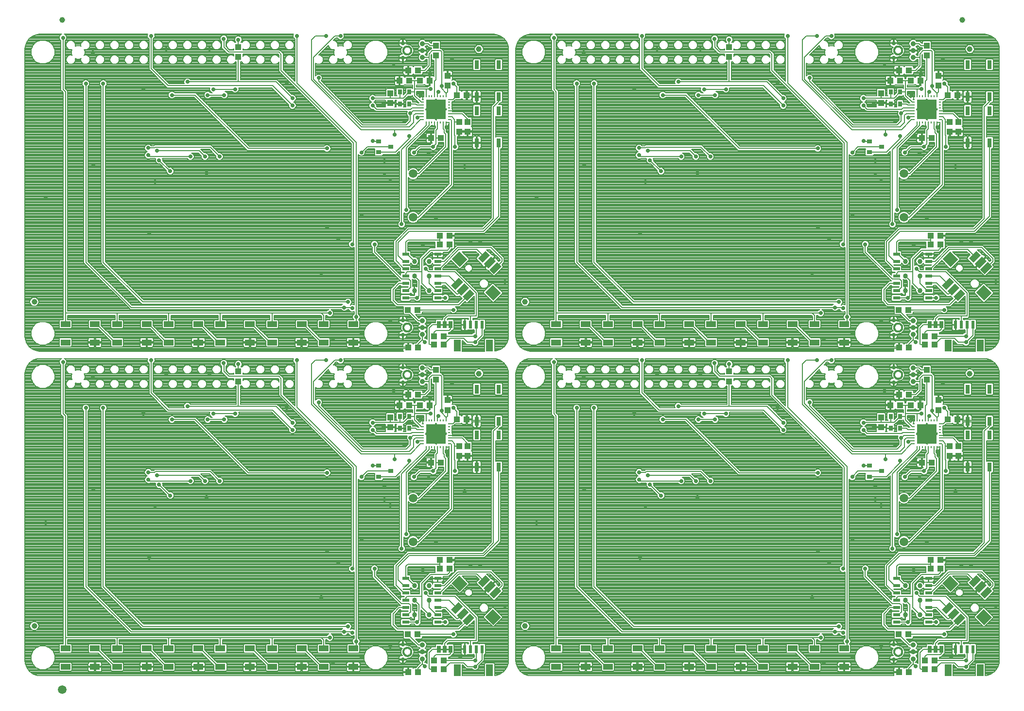
<source format=gtl>
G75*
%MOIN*%
%OFA0B0*%
%FSLAX25Y25*%
%IPPOS*%
%LPD*%
%AMOC8*
5,1,8,0,0,1.08239X$1,22.5*
%
%ADD10R,0.03000X0.06000*%
%ADD11C,0.01181*%
%ADD12C,0.02756*%
%ADD13C,0.03543*%
%ADD14R,0.07283X0.04331*%
%ADD15R,0.07480X0.07874*%
%ADD16R,0.04724X0.07874*%
%ADD17R,0.02362X0.05315*%
%ADD18R,0.00984X0.01575*%
%ADD19R,0.01575X0.00984*%
%ADD20R,0.13583X0.13583*%
%ADD21R,0.04331X0.03937*%
%ADD22R,0.03937X0.04331*%
%ADD23R,0.04724X0.02362*%
%ADD24C,0.03400*%
%ADD25R,0.02500X0.05000*%
%ADD26C,0.01000*%
%ADD27R,0.06500X0.03937*%
%ADD28C,0.05906*%
%ADD29C,0.03937*%
%ADD30R,0.02559X0.03543*%
%ADD31R,0.03543X0.03150*%
%ADD32C,0.00700*%
%ADD33C,0.02900*%
%ADD34C,0.00800*%
D10*
X0350330Y0179193D03*
X0365330Y0179193D03*
X0365330Y0201193D03*
X0350330Y0201193D03*
X0350330Y0210689D03*
X0365330Y0210689D03*
X0365330Y0232689D03*
X0350330Y0232689D03*
X0350330Y0401665D03*
X0365330Y0401665D03*
X0365330Y0423665D03*
X0350330Y0423665D03*
X0350330Y0433161D03*
X0365330Y0433161D03*
X0365330Y0455161D03*
X0350330Y0455161D03*
X0686976Y0455161D03*
X0701976Y0455161D03*
X0701976Y0433161D03*
X0701976Y0423665D03*
X0686976Y0423665D03*
X0686976Y0433161D03*
X0686976Y0401665D03*
X0701976Y0401665D03*
X0701976Y0232689D03*
X0686976Y0232689D03*
X0686976Y0210689D03*
X0686976Y0201193D03*
X0701976Y0201193D03*
X0701976Y0210689D03*
X0701976Y0179193D03*
X0686976Y0179193D03*
D11*
X0636602Y0242437D02*
X0636604Y0242542D01*
X0636610Y0242647D01*
X0636620Y0242751D01*
X0636634Y0242855D01*
X0636652Y0242959D01*
X0636674Y0243061D01*
X0636699Y0243163D01*
X0636729Y0243264D01*
X0636762Y0243363D01*
X0636799Y0243461D01*
X0636840Y0243558D01*
X0636885Y0243653D01*
X0636933Y0243746D01*
X0636984Y0243838D01*
X0637040Y0243927D01*
X0637098Y0244014D01*
X0637160Y0244099D01*
X0637224Y0244182D01*
X0637292Y0244262D01*
X0637363Y0244339D01*
X0637437Y0244413D01*
X0637514Y0244485D01*
X0637593Y0244554D01*
X0637675Y0244619D01*
X0637759Y0244682D01*
X0637846Y0244741D01*
X0637935Y0244797D01*
X0638026Y0244850D01*
X0638119Y0244899D01*
X0638213Y0244944D01*
X0638309Y0244986D01*
X0638407Y0245024D01*
X0638506Y0245058D01*
X0638607Y0245089D01*
X0638708Y0245115D01*
X0638811Y0245138D01*
X0638914Y0245157D01*
X0639018Y0245172D01*
X0639122Y0245183D01*
X0639227Y0245190D01*
X0639332Y0245193D01*
X0639437Y0245192D01*
X0639542Y0245187D01*
X0639646Y0245178D01*
X0639750Y0245165D01*
X0639854Y0245148D01*
X0639957Y0245127D01*
X0640059Y0245102D01*
X0640160Y0245074D01*
X0640259Y0245041D01*
X0640358Y0245005D01*
X0640455Y0244965D01*
X0640550Y0244922D01*
X0640644Y0244874D01*
X0640736Y0244824D01*
X0640826Y0244770D01*
X0640914Y0244712D01*
X0640999Y0244651D01*
X0641082Y0244587D01*
X0641163Y0244520D01*
X0641241Y0244450D01*
X0641316Y0244376D01*
X0641388Y0244301D01*
X0641458Y0244222D01*
X0641524Y0244141D01*
X0641588Y0244057D01*
X0641648Y0243971D01*
X0641704Y0243883D01*
X0641758Y0243792D01*
X0641808Y0243700D01*
X0641854Y0243606D01*
X0641897Y0243510D01*
X0641936Y0243412D01*
X0641971Y0243314D01*
X0642002Y0243213D01*
X0642030Y0243112D01*
X0642054Y0243010D01*
X0642074Y0242907D01*
X0642090Y0242803D01*
X0642102Y0242699D01*
X0642110Y0242594D01*
X0642114Y0242489D01*
X0642114Y0242385D01*
X0642110Y0242280D01*
X0642102Y0242175D01*
X0642090Y0242071D01*
X0642074Y0241967D01*
X0642054Y0241864D01*
X0642030Y0241762D01*
X0642002Y0241661D01*
X0641971Y0241560D01*
X0641936Y0241462D01*
X0641897Y0241364D01*
X0641854Y0241268D01*
X0641808Y0241174D01*
X0641758Y0241082D01*
X0641704Y0240991D01*
X0641648Y0240903D01*
X0641588Y0240817D01*
X0641524Y0240733D01*
X0641458Y0240652D01*
X0641388Y0240573D01*
X0641316Y0240498D01*
X0641241Y0240424D01*
X0641163Y0240354D01*
X0641082Y0240287D01*
X0640999Y0240223D01*
X0640914Y0240162D01*
X0640826Y0240104D01*
X0640736Y0240050D01*
X0640644Y0240000D01*
X0640550Y0239952D01*
X0640455Y0239909D01*
X0640358Y0239869D01*
X0640259Y0239833D01*
X0640160Y0239800D01*
X0640059Y0239772D01*
X0639957Y0239747D01*
X0639854Y0239726D01*
X0639750Y0239709D01*
X0639646Y0239696D01*
X0639542Y0239687D01*
X0639437Y0239682D01*
X0639332Y0239681D01*
X0639227Y0239684D01*
X0639122Y0239691D01*
X0639018Y0239702D01*
X0638914Y0239717D01*
X0638811Y0239736D01*
X0638708Y0239759D01*
X0638607Y0239785D01*
X0638506Y0239816D01*
X0638407Y0239850D01*
X0638309Y0239888D01*
X0638213Y0239930D01*
X0638119Y0239975D01*
X0638026Y0240024D01*
X0637935Y0240077D01*
X0637846Y0240133D01*
X0637759Y0240192D01*
X0637675Y0240255D01*
X0637593Y0240320D01*
X0637514Y0240389D01*
X0637437Y0240461D01*
X0637363Y0240535D01*
X0637292Y0240612D01*
X0637224Y0240692D01*
X0637160Y0240775D01*
X0637098Y0240860D01*
X0637040Y0240947D01*
X0636984Y0241036D01*
X0636933Y0241128D01*
X0636885Y0241221D01*
X0636840Y0241316D01*
X0636799Y0241413D01*
X0636762Y0241511D01*
X0636729Y0241610D01*
X0636699Y0241711D01*
X0636674Y0241813D01*
X0636652Y0241915D01*
X0636634Y0242019D01*
X0636620Y0242123D01*
X0636610Y0242227D01*
X0636604Y0242332D01*
X0636602Y0242437D01*
X0636602Y0274870D02*
X0636604Y0274975D01*
X0636610Y0275080D01*
X0636620Y0275184D01*
X0636634Y0275288D01*
X0636652Y0275392D01*
X0636674Y0275494D01*
X0636699Y0275596D01*
X0636729Y0275697D01*
X0636762Y0275796D01*
X0636799Y0275894D01*
X0636840Y0275991D01*
X0636885Y0276086D01*
X0636933Y0276179D01*
X0636984Y0276271D01*
X0637040Y0276360D01*
X0637098Y0276447D01*
X0637160Y0276532D01*
X0637224Y0276615D01*
X0637292Y0276695D01*
X0637363Y0276772D01*
X0637437Y0276846D01*
X0637514Y0276918D01*
X0637593Y0276987D01*
X0637675Y0277052D01*
X0637759Y0277115D01*
X0637846Y0277174D01*
X0637935Y0277230D01*
X0638026Y0277283D01*
X0638119Y0277332D01*
X0638213Y0277377D01*
X0638309Y0277419D01*
X0638407Y0277457D01*
X0638506Y0277491D01*
X0638607Y0277522D01*
X0638708Y0277548D01*
X0638811Y0277571D01*
X0638914Y0277590D01*
X0639018Y0277605D01*
X0639122Y0277616D01*
X0639227Y0277623D01*
X0639332Y0277626D01*
X0639437Y0277625D01*
X0639542Y0277620D01*
X0639646Y0277611D01*
X0639750Y0277598D01*
X0639854Y0277581D01*
X0639957Y0277560D01*
X0640059Y0277535D01*
X0640160Y0277507D01*
X0640259Y0277474D01*
X0640358Y0277438D01*
X0640455Y0277398D01*
X0640550Y0277355D01*
X0640644Y0277307D01*
X0640736Y0277257D01*
X0640826Y0277203D01*
X0640914Y0277145D01*
X0640999Y0277084D01*
X0641082Y0277020D01*
X0641163Y0276953D01*
X0641241Y0276883D01*
X0641316Y0276809D01*
X0641388Y0276734D01*
X0641458Y0276655D01*
X0641524Y0276574D01*
X0641588Y0276490D01*
X0641648Y0276404D01*
X0641704Y0276316D01*
X0641758Y0276225D01*
X0641808Y0276133D01*
X0641854Y0276039D01*
X0641897Y0275943D01*
X0641936Y0275845D01*
X0641971Y0275747D01*
X0642002Y0275646D01*
X0642030Y0275545D01*
X0642054Y0275443D01*
X0642074Y0275340D01*
X0642090Y0275236D01*
X0642102Y0275132D01*
X0642110Y0275027D01*
X0642114Y0274922D01*
X0642114Y0274818D01*
X0642110Y0274713D01*
X0642102Y0274608D01*
X0642090Y0274504D01*
X0642074Y0274400D01*
X0642054Y0274297D01*
X0642030Y0274195D01*
X0642002Y0274094D01*
X0641971Y0273993D01*
X0641936Y0273895D01*
X0641897Y0273797D01*
X0641854Y0273701D01*
X0641808Y0273607D01*
X0641758Y0273515D01*
X0641704Y0273424D01*
X0641648Y0273336D01*
X0641588Y0273250D01*
X0641524Y0273166D01*
X0641458Y0273085D01*
X0641388Y0273006D01*
X0641316Y0272931D01*
X0641241Y0272857D01*
X0641163Y0272787D01*
X0641082Y0272720D01*
X0640999Y0272656D01*
X0640914Y0272595D01*
X0640826Y0272537D01*
X0640736Y0272483D01*
X0640644Y0272433D01*
X0640550Y0272385D01*
X0640455Y0272342D01*
X0640358Y0272302D01*
X0640259Y0272266D01*
X0640160Y0272233D01*
X0640059Y0272205D01*
X0639957Y0272180D01*
X0639854Y0272159D01*
X0639750Y0272142D01*
X0639646Y0272129D01*
X0639542Y0272120D01*
X0639437Y0272115D01*
X0639332Y0272114D01*
X0639227Y0272117D01*
X0639122Y0272124D01*
X0639018Y0272135D01*
X0638914Y0272150D01*
X0638811Y0272169D01*
X0638708Y0272192D01*
X0638607Y0272218D01*
X0638506Y0272249D01*
X0638407Y0272283D01*
X0638309Y0272321D01*
X0638213Y0272363D01*
X0638119Y0272408D01*
X0638026Y0272457D01*
X0637935Y0272510D01*
X0637846Y0272566D01*
X0637759Y0272625D01*
X0637675Y0272688D01*
X0637593Y0272753D01*
X0637514Y0272822D01*
X0637437Y0272894D01*
X0637363Y0272968D01*
X0637292Y0273045D01*
X0637224Y0273125D01*
X0637160Y0273208D01*
X0637098Y0273293D01*
X0637040Y0273380D01*
X0636984Y0273469D01*
X0636933Y0273561D01*
X0636885Y0273654D01*
X0636840Y0273749D01*
X0636799Y0273846D01*
X0636762Y0273944D01*
X0636729Y0274043D01*
X0636699Y0274144D01*
X0636674Y0274246D01*
X0636652Y0274348D01*
X0636634Y0274452D01*
X0636620Y0274556D01*
X0636610Y0274660D01*
X0636604Y0274765D01*
X0636602Y0274870D01*
X0636602Y0464909D02*
X0636604Y0465014D01*
X0636610Y0465119D01*
X0636620Y0465223D01*
X0636634Y0465327D01*
X0636652Y0465431D01*
X0636674Y0465533D01*
X0636699Y0465635D01*
X0636729Y0465736D01*
X0636762Y0465835D01*
X0636799Y0465933D01*
X0636840Y0466030D01*
X0636885Y0466125D01*
X0636933Y0466218D01*
X0636984Y0466310D01*
X0637040Y0466399D01*
X0637098Y0466486D01*
X0637160Y0466571D01*
X0637224Y0466654D01*
X0637292Y0466734D01*
X0637363Y0466811D01*
X0637437Y0466885D01*
X0637514Y0466957D01*
X0637593Y0467026D01*
X0637675Y0467091D01*
X0637759Y0467154D01*
X0637846Y0467213D01*
X0637935Y0467269D01*
X0638026Y0467322D01*
X0638119Y0467371D01*
X0638213Y0467416D01*
X0638309Y0467458D01*
X0638407Y0467496D01*
X0638506Y0467530D01*
X0638607Y0467561D01*
X0638708Y0467587D01*
X0638811Y0467610D01*
X0638914Y0467629D01*
X0639018Y0467644D01*
X0639122Y0467655D01*
X0639227Y0467662D01*
X0639332Y0467665D01*
X0639437Y0467664D01*
X0639542Y0467659D01*
X0639646Y0467650D01*
X0639750Y0467637D01*
X0639854Y0467620D01*
X0639957Y0467599D01*
X0640059Y0467574D01*
X0640160Y0467546D01*
X0640259Y0467513D01*
X0640358Y0467477D01*
X0640455Y0467437D01*
X0640550Y0467394D01*
X0640644Y0467346D01*
X0640736Y0467296D01*
X0640826Y0467242D01*
X0640914Y0467184D01*
X0640999Y0467123D01*
X0641082Y0467059D01*
X0641163Y0466992D01*
X0641241Y0466922D01*
X0641316Y0466848D01*
X0641388Y0466773D01*
X0641458Y0466694D01*
X0641524Y0466613D01*
X0641588Y0466529D01*
X0641648Y0466443D01*
X0641704Y0466355D01*
X0641758Y0466264D01*
X0641808Y0466172D01*
X0641854Y0466078D01*
X0641897Y0465982D01*
X0641936Y0465884D01*
X0641971Y0465786D01*
X0642002Y0465685D01*
X0642030Y0465584D01*
X0642054Y0465482D01*
X0642074Y0465379D01*
X0642090Y0465275D01*
X0642102Y0465171D01*
X0642110Y0465066D01*
X0642114Y0464961D01*
X0642114Y0464857D01*
X0642110Y0464752D01*
X0642102Y0464647D01*
X0642090Y0464543D01*
X0642074Y0464439D01*
X0642054Y0464336D01*
X0642030Y0464234D01*
X0642002Y0464133D01*
X0641971Y0464032D01*
X0641936Y0463934D01*
X0641897Y0463836D01*
X0641854Y0463740D01*
X0641808Y0463646D01*
X0641758Y0463554D01*
X0641704Y0463463D01*
X0641648Y0463375D01*
X0641588Y0463289D01*
X0641524Y0463205D01*
X0641458Y0463124D01*
X0641388Y0463045D01*
X0641316Y0462970D01*
X0641241Y0462896D01*
X0641163Y0462826D01*
X0641082Y0462759D01*
X0640999Y0462695D01*
X0640914Y0462634D01*
X0640826Y0462576D01*
X0640736Y0462522D01*
X0640644Y0462472D01*
X0640550Y0462424D01*
X0640455Y0462381D01*
X0640358Y0462341D01*
X0640259Y0462305D01*
X0640160Y0462272D01*
X0640059Y0462244D01*
X0639957Y0462219D01*
X0639854Y0462198D01*
X0639750Y0462181D01*
X0639646Y0462168D01*
X0639542Y0462159D01*
X0639437Y0462154D01*
X0639332Y0462153D01*
X0639227Y0462156D01*
X0639122Y0462163D01*
X0639018Y0462174D01*
X0638914Y0462189D01*
X0638811Y0462208D01*
X0638708Y0462231D01*
X0638607Y0462257D01*
X0638506Y0462288D01*
X0638407Y0462322D01*
X0638309Y0462360D01*
X0638213Y0462402D01*
X0638119Y0462447D01*
X0638026Y0462496D01*
X0637935Y0462549D01*
X0637846Y0462605D01*
X0637759Y0462664D01*
X0637675Y0462727D01*
X0637593Y0462792D01*
X0637514Y0462861D01*
X0637437Y0462933D01*
X0637363Y0463007D01*
X0637292Y0463084D01*
X0637224Y0463164D01*
X0637160Y0463247D01*
X0637098Y0463332D01*
X0637040Y0463419D01*
X0636984Y0463508D01*
X0636933Y0463600D01*
X0636885Y0463693D01*
X0636840Y0463788D01*
X0636799Y0463885D01*
X0636762Y0463983D01*
X0636729Y0464082D01*
X0636699Y0464183D01*
X0636674Y0464285D01*
X0636652Y0464387D01*
X0636634Y0464491D01*
X0636620Y0464595D01*
X0636610Y0464699D01*
X0636604Y0464804D01*
X0636602Y0464909D01*
X0299956Y0464909D02*
X0299958Y0465014D01*
X0299964Y0465119D01*
X0299974Y0465223D01*
X0299988Y0465327D01*
X0300006Y0465431D01*
X0300028Y0465533D01*
X0300053Y0465635D01*
X0300083Y0465736D01*
X0300116Y0465835D01*
X0300153Y0465933D01*
X0300194Y0466030D01*
X0300239Y0466125D01*
X0300287Y0466218D01*
X0300338Y0466310D01*
X0300394Y0466399D01*
X0300452Y0466486D01*
X0300514Y0466571D01*
X0300578Y0466654D01*
X0300646Y0466734D01*
X0300717Y0466811D01*
X0300791Y0466885D01*
X0300868Y0466957D01*
X0300947Y0467026D01*
X0301029Y0467091D01*
X0301113Y0467154D01*
X0301200Y0467213D01*
X0301289Y0467269D01*
X0301380Y0467322D01*
X0301473Y0467371D01*
X0301567Y0467416D01*
X0301663Y0467458D01*
X0301761Y0467496D01*
X0301860Y0467530D01*
X0301961Y0467561D01*
X0302062Y0467587D01*
X0302165Y0467610D01*
X0302268Y0467629D01*
X0302372Y0467644D01*
X0302476Y0467655D01*
X0302581Y0467662D01*
X0302686Y0467665D01*
X0302791Y0467664D01*
X0302896Y0467659D01*
X0303000Y0467650D01*
X0303104Y0467637D01*
X0303208Y0467620D01*
X0303311Y0467599D01*
X0303413Y0467574D01*
X0303514Y0467546D01*
X0303613Y0467513D01*
X0303712Y0467477D01*
X0303809Y0467437D01*
X0303904Y0467394D01*
X0303998Y0467346D01*
X0304090Y0467296D01*
X0304180Y0467242D01*
X0304268Y0467184D01*
X0304353Y0467123D01*
X0304436Y0467059D01*
X0304517Y0466992D01*
X0304595Y0466922D01*
X0304670Y0466848D01*
X0304742Y0466773D01*
X0304812Y0466694D01*
X0304878Y0466613D01*
X0304942Y0466529D01*
X0305002Y0466443D01*
X0305058Y0466355D01*
X0305112Y0466264D01*
X0305162Y0466172D01*
X0305208Y0466078D01*
X0305251Y0465982D01*
X0305290Y0465884D01*
X0305325Y0465786D01*
X0305356Y0465685D01*
X0305384Y0465584D01*
X0305408Y0465482D01*
X0305428Y0465379D01*
X0305444Y0465275D01*
X0305456Y0465171D01*
X0305464Y0465066D01*
X0305468Y0464961D01*
X0305468Y0464857D01*
X0305464Y0464752D01*
X0305456Y0464647D01*
X0305444Y0464543D01*
X0305428Y0464439D01*
X0305408Y0464336D01*
X0305384Y0464234D01*
X0305356Y0464133D01*
X0305325Y0464032D01*
X0305290Y0463934D01*
X0305251Y0463836D01*
X0305208Y0463740D01*
X0305162Y0463646D01*
X0305112Y0463554D01*
X0305058Y0463463D01*
X0305002Y0463375D01*
X0304942Y0463289D01*
X0304878Y0463205D01*
X0304812Y0463124D01*
X0304742Y0463045D01*
X0304670Y0462970D01*
X0304595Y0462896D01*
X0304517Y0462826D01*
X0304436Y0462759D01*
X0304353Y0462695D01*
X0304268Y0462634D01*
X0304180Y0462576D01*
X0304090Y0462522D01*
X0303998Y0462472D01*
X0303904Y0462424D01*
X0303809Y0462381D01*
X0303712Y0462341D01*
X0303613Y0462305D01*
X0303514Y0462272D01*
X0303413Y0462244D01*
X0303311Y0462219D01*
X0303208Y0462198D01*
X0303104Y0462181D01*
X0303000Y0462168D01*
X0302896Y0462159D01*
X0302791Y0462154D01*
X0302686Y0462153D01*
X0302581Y0462156D01*
X0302476Y0462163D01*
X0302372Y0462174D01*
X0302268Y0462189D01*
X0302165Y0462208D01*
X0302062Y0462231D01*
X0301961Y0462257D01*
X0301860Y0462288D01*
X0301761Y0462322D01*
X0301663Y0462360D01*
X0301567Y0462402D01*
X0301473Y0462447D01*
X0301380Y0462496D01*
X0301289Y0462549D01*
X0301200Y0462605D01*
X0301113Y0462664D01*
X0301029Y0462727D01*
X0300947Y0462792D01*
X0300868Y0462861D01*
X0300791Y0462933D01*
X0300717Y0463007D01*
X0300646Y0463084D01*
X0300578Y0463164D01*
X0300514Y0463247D01*
X0300452Y0463332D01*
X0300394Y0463419D01*
X0300338Y0463508D01*
X0300287Y0463600D01*
X0300239Y0463693D01*
X0300194Y0463788D01*
X0300153Y0463885D01*
X0300116Y0463983D01*
X0300083Y0464082D01*
X0300053Y0464183D01*
X0300028Y0464285D01*
X0300006Y0464387D01*
X0299988Y0464491D01*
X0299974Y0464595D01*
X0299964Y0464699D01*
X0299958Y0464804D01*
X0299956Y0464909D01*
X0299956Y0274870D02*
X0299958Y0274975D01*
X0299964Y0275080D01*
X0299974Y0275184D01*
X0299988Y0275288D01*
X0300006Y0275392D01*
X0300028Y0275494D01*
X0300053Y0275596D01*
X0300083Y0275697D01*
X0300116Y0275796D01*
X0300153Y0275894D01*
X0300194Y0275991D01*
X0300239Y0276086D01*
X0300287Y0276179D01*
X0300338Y0276271D01*
X0300394Y0276360D01*
X0300452Y0276447D01*
X0300514Y0276532D01*
X0300578Y0276615D01*
X0300646Y0276695D01*
X0300717Y0276772D01*
X0300791Y0276846D01*
X0300868Y0276918D01*
X0300947Y0276987D01*
X0301029Y0277052D01*
X0301113Y0277115D01*
X0301200Y0277174D01*
X0301289Y0277230D01*
X0301380Y0277283D01*
X0301473Y0277332D01*
X0301567Y0277377D01*
X0301663Y0277419D01*
X0301761Y0277457D01*
X0301860Y0277491D01*
X0301961Y0277522D01*
X0302062Y0277548D01*
X0302165Y0277571D01*
X0302268Y0277590D01*
X0302372Y0277605D01*
X0302476Y0277616D01*
X0302581Y0277623D01*
X0302686Y0277626D01*
X0302791Y0277625D01*
X0302896Y0277620D01*
X0303000Y0277611D01*
X0303104Y0277598D01*
X0303208Y0277581D01*
X0303311Y0277560D01*
X0303413Y0277535D01*
X0303514Y0277507D01*
X0303613Y0277474D01*
X0303712Y0277438D01*
X0303809Y0277398D01*
X0303904Y0277355D01*
X0303998Y0277307D01*
X0304090Y0277257D01*
X0304180Y0277203D01*
X0304268Y0277145D01*
X0304353Y0277084D01*
X0304436Y0277020D01*
X0304517Y0276953D01*
X0304595Y0276883D01*
X0304670Y0276809D01*
X0304742Y0276734D01*
X0304812Y0276655D01*
X0304878Y0276574D01*
X0304942Y0276490D01*
X0305002Y0276404D01*
X0305058Y0276316D01*
X0305112Y0276225D01*
X0305162Y0276133D01*
X0305208Y0276039D01*
X0305251Y0275943D01*
X0305290Y0275845D01*
X0305325Y0275747D01*
X0305356Y0275646D01*
X0305384Y0275545D01*
X0305408Y0275443D01*
X0305428Y0275340D01*
X0305444Y0275236D01*
X0305456Y0275132D01*
X0305464Y0275027D01*
X0305468Y0274922D01*
X0305468Y0274818D01*
X0305464Y0274713D01*
X0305456Y0274608D01*
X0305444Y0274504D01*
X0305428Y0274400D01*
X0305408Y0274297D01*
X0305384Y0274195D01*
X0305356Y0274094D01*
X0305325Y0273993D01*
X0305290Y0273895D01*
X0305251Y0273797D01*
X0305208Y0273701D01*
X0305162Y0273607D01*
X0305112Y0273515D01*
X0305058Y0273424D01*
X0305002Y0273336D01*
X0304942Y0273250D01*
X0304878Y0273166D01*
X0304812Y0273085D01*
X0304742Y0273006D01*
X0304670Y0272931D01*
X0304595Y0272857D01*
X0304517Y0272787D01*
X0304436Y0272720D01*
X0304353Y0272656D01*
X0304268Y0272595D01*
X0304180Y0272537D01*
X0304090Y0272483D01*
X0303998Y0272433D01*
X0303904Y0272385D01*
X0303809Y0272342D01*
X0303712Y0272302D01*
X0303613Y0272266D01*
X0303514Y0272233D01*
X0303413Y0272205D01*
X0303311Y0272180D01*
X0303208Y0272159D01*
X0303104Y0272142D01*
X0303000Y0272129D01*
X0302896Y0272120D01*
X0302791Y0272115D01*
X0302686Y0272114D01*
X0302581Y0272117D01*
X0302476Y0272124D01*
X0302372Y0272135D01*
X0302268Y0272150D01*
X0302165Y0272169D01*
X0302062Y0272192D01*
X0301961Y0272218D01*
X0301860Y0272249D01*
X0301761Y0272283D01*
X0301663Y0272321D01*
X0301567Y0272363D01*
X0301473Y0272408D01*
X0301380Y0272457D01*
X0301289Y0272510D01*
X0301200Y0272566D01*
X0301113Y0272625D01*
X0301029Y0272688D01*
X0300947Y0272753D01*
X0300868Y0272822D01*
X0300791Y0272894D01*
X0300717Y0272968D01*
X0300646Y0273045D01*
X0300578Y0273125D01*
X0300514Y0273208D01*
X0300452Y0273293D01*
X0300394Y0273380D01*
X0300338Y0273469D01*
X0300287Y0273561D01*
X0300239Y0273654D01*
X0300194Y0273749D01*
X0300153Y0273846D01*
X0300116Y0273944D01*
X0300083Y0274043D01*
X0300053Y0274144D01*
X0300028Y0274246D01*
X0300006Y0274348D01*
X0299988Y0274452D01*
X0299974Y0274556D01*
X0299964Y0274660D01*
X0299958Y0274765D01*
X0299956Y0274870D01*
X0299956Y0242437D02*
X0299958Y0242542D01*
X0299964Y0242647D01*
X0299974Y0242751D01*
X0299988Y0242855D01*
X0300006Y0242959D01*
X0300028Y0243061D01*
X0300053Y0243163D01*
X0300083Y0243264D01*
X0300116Y0243363D01*
X0300153Y0243461D01*
X0300194Y0243558D01*
X0300239Y0243653D01*
X0300287Y0243746D01*
X0300338Y0243838D01*
X0300394Y0243927D01*
X0300452Y0244014D01*
X0300514Y0244099D01*
X0300578Y0244182D01*
X0300646Y0244262D01*
X0300717Y0244339D01*
X0300791Y0244413D01*
X0300868Y0244485D01*
X0300947Y0244554D01*
X0301029Y0244619D01*
X0301113Y0244682D01*
X0301200Y0244741D01*
X0301289Y0244797D01*
X0301380Y0244850D01*
X0301473Y0244899D01*
X0301567Y0244944D01*
X0301663Y0244986D01*
X0301761Y0245024D01*
X0301860Y0245058D01*
X0301961Y0245089D01*
X0302062Y0245115D01*
X0302165Y0245138D01*
X0302268Y0245157D01*
X0302372Y0245172D01*
X0302476Y0245183D01*
X0302581Y0245190D01*
X0302686Y0245193D01*
X0302791Y0245192D01*
X0302896Y0245187D01*
X0303000Y0245178D01*
X0303104Y0245165D01*
X0303208Y0245148D01*
X0303311Y0245127D01*
X0303413Y0245102D01*
X0303514Y0245074D01*
X0303613Y0245041D01*
X0303712Y0245005D01*
X0303809Y0244965D01*
X0303904Y0244922D01*
X0303998Y0244874D01*
X0304090Y0244824D01*
X0304180Y0244770D01*
X0304268Y0244712D01*
X0304353Y0244651D01*
X0304436Y0244587D01*
X0304517Y0244520D01*
X0304595Y0244450D01*
X0304670Y0244376D01*
X0304742Y0244301D01*
X0304812Y0244222D01*
X0304878Y0244141D01*
X0304942Y0244057D01*
X0305002Y0243971D01*
X0305058Y0243883D01*
X0305112Y0243792D01*
X0305162Y0243700D01*
X0305208Y0243606D01*
X0305251Y0243510D01*
X0305290Y0243412D01*
X0305325Y0243314D01*
X0305356Y0243213D01*
X0305384Y0243112D01*
X0305408Y0243010D01*
X0305428Y0242907D01*
X0305444Y0242803D01*
X0305456Y0242699D01*
X0305464Y0242594D01*
X0305468Y0242489D01*
X0305468Y0242385D01*
X0305464Y0242280D01*
X0305456Y0242175D01*
X0305444Y0242071D01*
X0305428Y0241967D01*
X0305408Y0241864D01*
X0305384Y0241762D01*
X0305356Y0241661D01*
X0305325Y0241560D01*
X0305290Y0241462D01*
X0305251Y0241364D01*
X0305208Y0241268D01*
X0305162Y0241174D01*
X0305112Y0241082D01*
X0305058Y0240991D01*
X0305002Y0240903D01*
X0304942Y0240817D01*
X0304878Y0240733D01*
X0304812Y0240652D01*
X0304742Y0240573D01*
X0304670Y0240498D01*
X0304595Y0240424D01*
X0304517Y0240354D01*
X0304436Y0240287D01*
X0304353Y0240223D01*
X0304268Y0240162D01*
X0304180Y0240104D01*
X0304090Y0240050D01*
X0303998Y0240000D01*
X0303904Y0239952D01*
X0303809Y0239909D01*
X0303712Y0239869D01*
X0303613Y0239833D01*
X0303514Y0239800D01*
X0303413Y0239772D01*
X0303311Y0239747D01*
X0303208Y0239726D01*
X0303104Y0239709D01*
X0303000Y0239696D01*
X0302896Y0239687D01*
X0302791Y0239682D01*
X0302686Y0239681D01*
X0302581Y0239684D01*
X0302476Y0239691D01*
X0302372Y0239702D01*
X0302268Y0239717D01*
X0302165Y0239736D01*
X0302062Y0239759D01*
X0301961Y0239785D01*
X0301860Y0239816D01*
X0301761Y0239850D01*
X0301663Y0239888D01*
X0301567Y0239930D01*
X0301473Y0239975D01*
X0301380Y0240024D01*
X0301289Y0240077D01*
X0301200Y0240133D01*
X0301113Y0240192D01*
X0301029Y0240255D01*
X0300947Y0240320D01*
X0300868Y0240389D01*
X0300791Y0240461D01*
X0300717Y0240535D01*
X0300646Y0240612D01*
X0300578Y0240692D01*
X0300514Y0240775D01*
X0300452Y0240860D01*
X0300394Y0240947D01*
X0300338Y0241036D01*
X0300287Y0241128D01*
X0300239Y0241221D01*
X0300194Y0241316D01*
X0300153Y0241413D01*
X0300116Y0241511D01*
X0300083Y0241610D01*
X0300053Y0241711D01*
X0300028Y0241813D01*
X0300006Y0241915D01*
X0299988Y0242019D01*
X0299974Y0242123D01*
X0299964Y0242227D01*
X0299958Y0242332D01*
X0299956Y0242437D01*
X0299956Y0052398D02*
X0299958Y0052503D01*
X0299964Y0052608D01*
X0299974Y0052712D01*
X0299988Y0052816D01*
X0300006Y0052920D01*
X0300028Y0053022D01*
X0300053Y0053124D01*
X0300083Y0053225D01*
X0300116Y0053324D01*
X0300153Y0053422D01*
X0300194Y0053519D01*
X0300239Y0053614D01*
X0300287Y0053707D01*
X0300338Y0053799D01*
X0300394Y0053888D01*
X0300452Y0053975D01*
X0300514Y0054060D01*
X0300578Y0054143D01*
X0300646Y0054223D01*
X0300717Y0054300D01*
X0300791Y0054374D01*
X0300868Y0054446D01*
X0300947Y0054515D01*
X0301029Y0054580D01*
X0301113Y0054643D01*
X0301200Y0054702D01*
X0301289Y0054758D01*
X0301380Y0054811D01*
X0301473Y0054860D01*
X0301567Y0054905D01*
X0301663Y0054947D01*
X0301761Y0054985D01*
X0301860Y0055019D01*
X0301961Y0055050D01*
X0302062Y0055076D01*
X0302165Y0055099D01*
X0302268Y0055118D01*
X0302372Y0055133D01*
X0302476Y0055144D01*
X0302581Y0055151D01*
X0302686Y0055154D01*
X0302791Y0055153D01*
X0302896Y0055148D01*
X0303000Y0055139D01*
X0303104Y0055126D01*
X0303208Y0055109D01*
X0303311Y0055088D01*
X0303413Y0055063D01*
X0303514Y0055035D01*
X0303613Y0055002D01*
X0303712Y0054966D01*
X0303809Y0054926D01*
X0303904Y0054883D01*
X0303998Y0054835D01*
X0304090Y0054785D01*
X0304180Y0054731D01*
X0304268Y0054673D01*
X0304353Y0054612D01*
X0304436Y0054548D01*
X0304517Y0054481D01*
X0304595Y0054411D01*
X0304670Y0054337D01*
X0304742Y0054262D01*
X0304812Y0054183D01*
X0304878Y0054102D01*
X0304942Y0054018D01*
X0305002Y0053932D01*
X0305058Y0053844D01*
X0305112Y0053753D01*
X0305162Y0053661D01*
X0305208Y0053567D01*
X0305251Y0053471D01*
X0305290Y0053373D01*
X0305325Y0053275D01*
X0305356Y0053174D01*
X0305384Y0053073D01*
X0305408Y0052971D01*
X0305428Y0052868D01*
X0305444Y0052764D01*
X0305456Y0052660D01*
X0305464Y0052555D01*
X0305468Y0052450D01*
X0305468Y0052346D01*
X0305464Y0052241D01*
X0305456Y0052136D01*
X0305444Y0052032D01*
X0305428Y0051928D01*
X0305408Y0051825D01*
X0305384Y0051723D01*
X0305356Y0051622D01*
X0305325Y0051521D01*
X0305290Y0051423D01*
X0305251Y0051325D01*
X0305208Y0051229D01*
X0305162Y0051135D01*
X0305112Y0051043D01*
X0305058Y0050952D01*
X0305002Y0050864D01*
X0304942Y0050778D01*
X0304878Y0050694D01*
X0304812Y0050613D01*
X0304742Y0050534D01*
X0304670Y0050459D01*
X0304595Y0050385D01*
X0304517Y0050315D01*
X0304436Y0050248D01*
X0304353Y0050184D01*
X0304268Y0050123D01*
X0304180Y0050065D01*
X0304090Y0050011D01*
X0303998Y0049961D01*
X0303904Y0049913D01*
X0303809Y0049870D01*
X0303712Y0049830D01*
X0303613Y0049794D01*
X0303514Y0049761D01*
X0303413Y0049733D01*
X0303311Y0049708D01*
X0303208Y0049687D01*
X0303104Y0049670D01*
X0303000Y0049657D01*
X0302896Y0049648D01*
X0302791Y0049643D01*
X0302686Y0049642D01*
X0302581Y0049645D01*
X0302476Y0049652D01*
X0302372Y0049663D01*
X0302268Y0049678D01*
X0302165Y0049697D01*
X0302062Y0049720D01*
X0301961Y0049746D01*
X0301860Y0049777D01*
X0301761Y0049811D01*
X0301663Y0049849D01*
X0301567Y0049891D01*
X0301473Y0049936D01*
X0301380Y0049985D01*
X0301289Y0050038D01*
X0301200Y0050094D01*
X0301113Y0050153D01*
X0301029Y0050216D01*
X0300947Y0050281D01*
X0300868Y0050350D01*
X0300791Y0050422D01*
X0300717Y0050496D01*
X0300646Y0050573D01*
X0300578Y0050653D01*
X0300514Y0050736D01*
X0300452Y0050821D01*
X0300394Y0050908D01*
X0300338Y0050997D01*
X0300287Y0051089D01*
X0300239Y0051182D01*
X0300194Y0051277D01*
X0300153Y0051374D01*
X0300116Y0051472D01*
X0300083Y0051571D01*
X0300053Y0051672D01*
X0300028Y0051774D01*
X0300006Y0051876D01*
X0299988Y0051980D01*
X0299974Y0052084D01*
X0299964Y0052188D01*
X0299958Y0052293D01*
X0299956Y0052398D01*
X0636602Y0052398D02*
X0636604Y0052503D01*
X0636610Y0052608D01*
X0636620Y0052712D01*
X0636634Y0052816D01*
X0636652Y0052920D01*
X0636674Y0053022D01*
X0636699Y0053124D01*
X0636729Y0053225D01*
X0636762Y0053324D01*
X0636799Y0053422D01*
X0636840Y0053519D01*
X0636885Y0053614D01*
X0636933Y0053707D01*
X0636984Y0053799D01*
X0637040Y0053888D01*
X0637098Y0053975D01*
X0637160Y0054060D01*
X0637224Y0054143D01*
X0637292Y0054223D01*
X0637363Y0054300D01*
X0637437Y0054374D01*
X0637514Y0054446D01*
X0637593Y0054515D01*
X0637675Y0054580D01*
X0637759Y0054643D01*
X0637846Y0054702D01*
X0637935Y0054758D01*
X0638026Y0054811D01*
X0638119Y0054860D01*
X0638213Y0054905D01*
X0638309Y0054947D01*
X0638407Y0054985D01*
X0638506Y0055019D01*
X0638607Y0055050D01*
X0638708Y0055076D01*
X0638811Y0055099D01*
X0638914Y0055118D01*
X0639018Y0055133D01*
X0639122Y0055144D01*
X0639227Y0055151D01*
X0639332Y0055154D01*
X0639437Y0055153D01*
X0639542Y0055148D01*
X0639646Y0055139D01*
X0639750Y0055126D01*
X0639854Y0055109D01*
X0639957Y0055088D01*
X0640059Y0055063D01*
X0640160Y0055035D01*
X0640259Y0055002D01*
X0640358Y0054966D01*
X0640455Y0054926D01*
X0640550Y0054883D01*
X0640644Y0054835D01*
X0640736Y0054785D01*
X0640826Y0054731D01*
X0640914Y0054673D01*
X0640999Y0054612D01*
X0641082Y0054548D01*
X0641163Y0054481D01*
X0641241Y0054411D01*
X0641316Y0054337D01*
X0641388Y0054262D01*
X0641458Y0054183D01*
X0641524Y0054102D01*
X0641588Y0054018D01*
X0641648Y0053932D01*
X0641704Y0053844D01*
X0641758Y0053753D01*
X0641808Y0053661D01*
X0641854Y0053567D01*
X0641897Y0053471D01*
X0641936Y0053373D01*
X0641971Y0053275D01*
X0642002Y0053174D01*
X0642030Y0053073D01*
X0642054Y0052971D01*
X0642074Y0052868D01*
X0642090Y0052764D01*
X0642102Y0052660D01*
X0642110Y0052555D01*
X0642114Y0052450D01*
X0642114Y0052346D01*
X0642110Y0052241D01*
X0642102Y0052136D01*
X0642090Y0052032D01*
X0642074Y0051928D01*
X0642054Y0051825D01*
X0642030Y0051723D01*
X0642002Y0051622D01*
X0641971Y0051521D01*
X0641936Y0051423D01*
X0641897Y0051325D01*
X0641854Y0051229D01*
X0641808Y0051135D01*
X0641758Y0051043D01*
X0641704Y0050952D01*
X0641648Y0050864D01*
X0641588Y0050778D01*
X0641524Y0050694D01*
X0641458Y0050613D01*
X0641388Y0050534D01*
X0641316Y0050459D01*
X0641241Y0050385D01*
X0641163Y0050315D01*
X0641082Y0050248D01*
X0640999Y0050184D01*
X0640914Y0050123D01*
X0640826Y0050065D01*
X0640736Y0050011D01*
X0640644Y0049961D01*
X0640550Y0049913D01*
X0640455Y0049870D01*
X0640358Y0049830D01*
X0640259Y0049794D01*
X0640160Y0049761D01*
X0640059Y0049733D01*
X0639957Y0049708D01*
X0639854Y0049687D01*
X0639750Y0049670D01*
X0639646Y0049657D01*
X0639542Y0049648D01*
X0639437Y0049643D01*
X0639332Y0049642D01*
X0639227Y0049645D01*
X0639122Y0049652D01*
X0639018Y0049663D01*
X0638914Y0049678D01*
X0638811Y0049697D01*
X0638708Y0049720D01*
X0638607Y0049746D01*
X0638506Y0049777D01*
X0638407Y0049811D01*
X0638309Y0049849D01*
X0638213Y0049891D01*
X0638119Y0049936D01*
X0638026Y0049985D01*
X0637935Y0050038D01*
X0637846Y0050094D01*
X0637759Y0050153D01*
X0637675Y0050216D01*
X0637593Y0050281D01*
X0637514Y0050350D01*
X0637437Y0050422D01*
X0637363Y0050496D01*
X0637292Y0050573D01*
X0637224Y0050653D01*
X0637160Y0050736D01*
X0637098Y0050821D01*
X0637040Y0050908D01*
X0636984Y0050997D01*
X0636933Y0051089D01*
X0636885Y0051182D01*
X0636840Y0051277D01*
X0636799Y0051374D01*
X0636762Y0051472D01*
X0636729Y0051571D01*
X0636699Y0051672D01*
X0636674Y0051774D01*
X0636652Y0051876D01*
X0636634Y0051980D01*
X0636620Y0052084D01*
X0636610Y0052188D01*
X0636604Y0052293D01*
X0636602Y0052398D01*
D12*
X0636208Y0057516D03*
X0636208Y0047280D03*
X0636208Y0237319D03*
X0636208Y0247555D03*
X0636208Y0269752D03*
X0636208Y0279988D03*
X0636208Y0459791D03*
X0636208Y0470028D03*
X0299562Y0470028D03*
X0299562Y0459791D03*
X0299562Y0279988D03*
X0299562Y0269752D03*
X0299562Y0247555D03*
X0299562Y0237319D03*
X0299562Y0057516D03*
X0299562Y0047280D03*
D13*
X0313027Y0047673D03*
X0313027Y0052398D03*
X0313027Y0057122D03*
X0313027Y0237713D03*
X0313027Y0242437D03*
X0313027Y0247161D03*
X0313027Y0270146D03*
X0313027Y0274870D03*
X0313027Y0279594D03*
X0313027Y0460185D03*
X0313027Y0464909D03*
X0313027Y0469634D03*
X0649673Y0469634D03*
X0649673Y0464909D03*
X0649673Y0460185D03*
X0649673Y0279594D03*
X0649673Y0274870D03*
X0649673Y0270146D03*
X0649673Y0247161D03*
X0649673Y0242437D03*
X0649673Y0237713D03*
X0649673Y0057122D03*
X0649673Y0052398D03*
X0649673Y0047673D03*
D14*
G36*
X0685348Y0075720D02*
X0680200Y0070572D01*
X0677138Y0073634D01*
X0682286Y0078782D01*
X0685348Y0075720D01*
G37*
G36*
X0681450Y0079617D02*
X0676302Y0074469D01*
X0673240Y0077531D01*
X0678388Y0082679D01*
X0681450Y0079617D01*
G37*
G36*
X0677553Y0083515D02*
X0672405Y0078367D01*
X0669343Y0081429D01*
X0674491Y0086577D01*
X0677553Y0083515D01*
G37*
G36*
X0699963Y0098130D02*
X0694815Y0092982D01*
X0691753Y0096044D01*
X0696901Y0101192D01*
X0699963Y0098130D01*
G37*
G36*
X0703861Y0094233D02*
X0698713Y0089085D01*
X0695651Y0092147D01*
X0700799Y0097295D01*
X0703861Y0094233D01*
G37*
G36*
X0696066Y0102028D02*
X0690918Y0096880D01*
X0687856Y0099942D01*
X0693004Y0105090D01*
X0696066Y0102028D01*
G37*
G36*
X0685348Y0298192D02*
X0680200Y0293044D01*
X0677138Y0296106D01*
X0682286Y0301254D01*
X0685348Y0298192D01*
G37*
G36*
X0681450Y0302090D02*
X0676302Y0296942D01*
X0673240Y0300004D01*
X0678388Y0305152D01*
X0681450Y0302090D01*
G37*
G36*
X0677553Y0305987D02*
X0672405Y0300839D01*
X0669343Y0303901D01*
X0674491Y0309049D01*
X0677553Y0305987D01*
G37*
G36*
X0699963Y0320603D02*
X0694815Y0315455D01*
X0691753Y0318517D01*
X0696901Y0323665D01*
X0699963Y0320603D01*
G37*
G36*
X0703861Y0316705D02*
X0698713Y0311557D01*
X0695651Y0314619D01*
X0700799Y0319767D01*
X0703861Y0316705D01*
G37*
G36*
X0696066Y0324500D02*
X0690918Y0319352D01*
X0687856Y0322414D01*
X0693004Y0327562D01*
X0696066Y0324500D01*
G37*
G36*
X0367215Y0316705D02*
X0362067Y0311557D01*
X0359005Y0314619D01*
X0364153Y0319767D01*
X0367215Y0316705D01*
G37*
G36*
X0363317Y0320603D02*
X0358169Y0315455D01*
X0355107Y0318517D01*
X0360255Y0323665D01*
X0363317Y0320603D01*
G37*
G36*
X0359420Y0324500D02*
X0354272Y0319352D01*
X0351210Y0322414D01*
X0356358Y0327562D01*
X0359420Y0324500D01*
G37*
G36*
X0340907Y0305987D02*
X0335759Y0300839D01*
X0332697Y0303901D01*
X0337845Y0309049D01*
X0340907Y0305987D01*
G37*
G36*
X0344805Y0302090D02*
X0339657Y0296942D01*
X0336595Y0300004D01*
X0341743Y0305152D01*
X0344805Y0302090D01*
G37*
G36*
X0348702Y0298192D02*
X0343554Y0293044D01*
X0340492Y0296106D01*
X0345640Y0301254D01*
X0348702Y0298192D01*
G37*
G36*
X0359420Y0102028D02*
X0354272Y0096880D01*
X0351210Y0099942D01*
X0356358Y0105090D01*
X0359420Y0102028D01*
G37*
G36*
X0363317Y0098130D02*
X0358169Y0092982D01*
X0355107Y0096044D01*
X0360255Y0101192D01*
X0363317Y0098130D01*
G37*
G36*
X0367215Y0094233D02*
X0362067Y0089085D01*
X0359005Y0092147D01*
X0364153Y0097295D01*
X0367215Y0094233D01*
G37*
G36*
X0348702Y0075720D02*
X0343554Y0070572D01*
X0340492Y0073634D01*
X0345640Y0078782D01*
X0348702Y0075720D01*
G37*
G36*
X0344805Y0079617D02*
X0339657Y0074469D01*
X0336595Y0077531D01*
X0341743Y0082679D01*
X0344805Y0079617D01*
G37*
G36*
X0340907Y0083515D02*
X0335759Y0078367D01*
X0332697Y0081429D01*
X0337845Y0086577D01*
X0340907Y0083515D01*
G37*
D15*
G36*
X0343887Y0099189D02*
X0338598Y0093900D01*
X0333031Y0099467D01*
X0338320Y0104756D01*
X0343887Y0099189D01*
G37*
G36*
X0366881Y0076194D02*
X0361592Y0070905D01*
X0356025Y0076472D01*
X0361314Y0081761D01*
X0366881Y0076194D01*
G37*
G36*
X0680532Y0099189D02*
X0675243Y0093900D01*
X0669676Y0099467D01*
X0674965Y0104756D01*
X0680532Y0099189D01*
G37*
G36*
X0703527Y0076194D02*
X0698238Y0070905D01*
X0692671Y0076472D01*
X0697960Y0081761D01*
X0703527Y0076194D01*
G37*
G36*
X0703527Y0298667D02*
X0698238Y0293378D01*
X0692671Y0298945D01*
X0697960Y0304234D01*
X0703527Y0298667D01*
G37*
G36*
X0680532Y0321662D02*
X0675243Y0316373D01*
X0669676Y0321940D01*
X0674965Y0327229D01*
X0680532Y0321662D01*
G37*
G36*
X0366881Y0298667D02*
X0361592Y0293378D01*
X0356025Y0298945D01*
X0361314Y0304234D01*
X0366881Y0298667D01*
G37*
G36*
X0343887Y0321662D02*
X0338598Y0316373D01*
X0333031Y0321940D01*
X0338320Y0327229D01*
X0343887Y0321662D01*
G37*
D16*
X0336964Y0262370D03*
X0359011Y0262370D03*
X0673610Y0262370D03*
X0695657Y0262370D03*
X0695657Y0039898D03*
X0673610Y0039898D03*
X0359011Y0039898D03*
X0336964Y0039898D03*
D17*
X0342082Y0054366D03*
X0346019Y0054366D03*
X0349956Y0054366D03*
X0353893Y0054366D03*
X0678728Y0054366D03*
X0682665Y0054366D03*
X0686602Y0054366D03*
X0690539Y0054366D03*
X0690539Y0276839D03*
X0686602Y0276839D03*
X0682665Y0276839D03*
X0678728Y0276839D03*
X0353893Y0276839D03*
X0349956Y0276839D03*
X0346019Y0276839D03*
X0342082Y0276839D03*
D18*
X0329287Y0211059D03*
X0327318Y0211059D03*
X0325350Y0211059D03*
X0323381Y0211059D03*
X0321413Y0211059D03*
X0319444Y0211059D03*
X0317476Y0211059D03*
X0315507Y0211059D03*
X0315507Y0192949D03*
X0317476Y0192949D03*
X0319444Y0192949D03*
X0321413Y0192949D03*
X0323381Y0192949D03*
X0325350Y0192949D03*
X0327318Y0192949D03*
X0329287Y0192949D03*
X0652153Y0192949D03*
X0654121Y0192949D03*
X0656090Y0192949D03*
X0658058Y0192949D03*
X0660027Y0192949D03*
X0661995Y0192949D03*
X0663964Y0192949D03*
X0665932Y0192949D03*
X0665932Y0211059D03*
X0663964Y0211059D03*
X0661995Y0211059D03*
X0660027Y0211059D03*
X0658058Y0211059D03*
X0656090Y0211059D03*
X0654121Y0211059D03*
X0652153Y0211059D03*
X0652153Y0415421D03*
X0654121Y0415421D03*
X0656090Y0415421D03*
X0658058Y0415421D03*
X0660027Y0415421D03*
X0661995Y0415421D03*
X0663964Y0415421D03*
X0665932Y0415421D03*
X0665932Y0433531D03*
X0663964Y0433531D03*
X0661995Y0433531D03*
X0660027Y0433531D03*
X0658058Y0433531D03*
X0656090Y0433531D03*
X0654121Y0433531D03*
X0652153Y0433531D03*
X0329287Y0433531D03*
X0327318Y0433531D03*
X0325350Y0433531D03*
X0323381Y0433531D03*
X0321413Y0433531D03*
X0319444Y0433531D03*
X0317476Y0433531D03*
X0315507Y0433531D03*
X0315507Y0415421D03*
X0317476Y0415421D03*
X0319444Y0415421D03*
X0321413Y0415421D03*
X0323381Y0415421D03*
X0325350Y0415421D03*
X0327318Y0415421D03*
X0329287Y0415421D03*
D19*
X0331452Y0417587D03*
X0331452Y0419555D03*
X0331452Y0421524D03*
X0331452Y0423492D03*
X0331452Y0425461D03*
X0331452Y0427429D03*
X0331452Y0429398D03*
X0331452Y0431366D03*
X0313342Y0431366D03*
X0313342Y0429398D03*
X0313342Y0427429D03*
X0313342Y0425461D03*
X0313342Y0423492D03*
X0313342Y0421524D03*
X0313342Y0419555D03*
X0313342Y0417587D03*
X0313342Y0208894D03*
X0313342Y0206925D03*
X0313342Y0204957D03*
X0313342Y0202988D03*
X0313342Y0201020D03*
X0313342Y0199051D03*
X0313342Y0197083D03*
X0313342Y0195114D03*
X0331452Y0195114D03*
X0331452Y0197083D03*
X0331452Y0199051D03*
X0331452Y0201020D03*
X0331452Y0202988D03*
X0331452Y0204957D03*
X0331452Y0206925D03*
X0331452Y0208894D03*
X0649988Y0208894D03*
X0649988Y0206925D03*
X0649988Y0204957D03*
X0649988Y0202988D03*
X0649988Y0201020D03*
X0649988Y0199051D03*
X0649988Y0197083D03*
X0649988Y0195114D03*
X0668098Y0195114D03*
X0668098Y0197083D03*
X0668098Y0199051D03*
X0668098Y0201020D03*
X0668098Y0202988D03*
X0668098Y0204957D03*
X0668098Y0206925D03*
X0668098Y0208894D03*
X0668098Y0417587D03*
X0668098Y0419555D03*
X0668098Y0421524D03*
X0668098Y0423492D03*
X0668098Y0425461D03*
X0668098Y0427429D03*
X0668098Y0429398D03*
X0668098Y0431366D03*
X0649988Y0431366D03*
X0649988Y0429398D03*
X0649988Y0427429D03*
X0649988Y0425461D03*
X0649988Y0423492D03*
X0649988Y0421524D03*
X0649988Y0419555D03*
X0649988Y0417587D03*
D20*
X0659043Y0424476D03*
X0659043Y0202004D03*
X0322397Y0202004D03*
X0322397Y0424476D03*
D21*
X0336767Y0434319D03*
X0343460Y0434319D03*
X0317869Y0444161D03*
X0311176Y0444161D03*
X0304090Y0444161D03*
X0297397Y0444161D03*
X0303302Y0451327D03*
X0309995Y0451327D03*
X0319050Y0404791D03*
X0325743Y0404791D03*
X0324956Y0337862D03*
X0324956Y0331957D03*
X0331649Y0331957D03*
X0331649Y0337862D03*
X0309798Y0286878D03*
X0303106Y0286878D03*
X0321019Y0268965D03*
X0321019Y0263059D03*
X0327712Y0263059D03*
X0327712Y0268965D03*
X0309995Y0261091D03*
X0303302Y0261091D03*
X0303302Y0228854D03*
X0309995Y0228854D03*
X0311176Y0221689D03*
X0317869Y0221689D03*
X0304090Y0221689D03*
X0297397Y0221689D03*
X0336767Y0211846D03*
X0343460Y0211846D03*
X0325743Y0182319D03*
X0319050Y0182319D03*
X0324956Y0115390D03*
X0324956Y0109484D03*
X0331649Y0109484D03*
X0331649Y0115390D03*
X0309798Y0064406D03*
X0303106Y0064406D03*
X0321019Y0046492D03*
X0321019Y0040587D03*
X0327712Y0040587D03*
X0327712Y0046492D03*
X0309995Y0038618D03*
X0303302Y0038618D03*
X0634043Y0221689D03*
X0640736Y0221689D03*
X0647822Y0221689D03*
X0654515Y0221689D03*
X0646641Y0228854D03*
X0639948Y0228854D03*
X0673413Y0211846D03*
X0680106Y0211846D03*
X0662389Y0182319D03*
X0655696Y0182319D03*
X0661602Y0115390D03*
X0661602Y0109484D03*
X0668295Y0109484D03*
X0668295Y0115390D03*
X0646444Y0064406D03*
X0639751Y0064406D03*
X0657665Y0046492D03*
X0657665Y0040587D03*
X0664358Y0040587D03*
X0664358Y0046492D03*
X0646641Y0038618D03*
X0639948Y0038618D03*
X0639948Y0261091D03*
X0646641Y0261091D03*
X0657665Y0263059D03*
X0657665Y0268965D03*
X0664358Y0268965D03*
X0664358Y0263059D03*
X0646444Y0286878D03*
X0639751Y0286878D03*
X0661602Y0331957D03*
X0661602Y0337862D03*
X0668295Y0337862D03*
X0668295Y0331957D03*
X0662389Y0404791D03*
X0655696Y0404791D03*
X0673413Y0434319D03*
X0680106Y0434319D03*
X0654515Y0444161D03*
X0647822Y0444161D03*
X0640736Y0444161D03*
X0634043Y0444161D03*
X0639948Y0451327D03*
X0646641Y0451327D03*
D22*
X0659043Y0461563D03*
X0659043Y0468256D03*
X0666917Y0447508D03*
X0666917Y0440815D03*
X0674791Y0416012D03*
X0680696Y0416012D03*
X0680696Y0409319D03*
X0674791Y0409319D03*
X0627547Y0429004D03*
X0627547Y0435697D03*
X0523413Y0460500D03*
X0523413Y0467193D03*
X0344050Y0416012D03*
X0338145Y0416012D03*
X0338145Y0409319D03*
X0344050Y0409319D03*
X0330271Y0440815D03*
X0330271Y0447508D03*
X0322397Y0461563D03*
X0322397Y0468256D03*
X0290901Y0435697D03*
X0290901Y0429004D03*
X0186767Y0460500D03*
X0186767Y0467193D03*
X0186767Y0244720D03*
X0186767Y0238028D03*
X0290901Y0213224D03*
X0290901Y0206531D03*
X0330271Y0218343D03*
X0330271Y0225035D03*
X0322397Y0239091D03*
X0322397Y0245783D03*
X0338145Y0193539D03*
X0344050Y0193539D03*
X0344050Y0186846D03*
X0338145Y0186846D03*
X0523413Y0238028D03*
X0523413Y0244720D03*
X0627547Y0213224D03*
X0627547Y0206531D03*
X0666917Y0218343D03*
X0666917Y0225035D03*
X0659043Y0239091D03*
X0659043Y0245783D03*
X0674791Y0193539D03*
X0680696Y0193539D03*
X0680696Y0186846D03*
X0674791Y0186846D03*
D23*
X0660224Y0102831D03*
X0660224Y0097831D03*
X0660224Y0092831D03*
X0660224Y0087831D03*
X0660224Y0082831D03*
X0660224Y0077831D03*
X0660224Y0072831D03*
X0638176Y0072831D03*
X0638176Y0077831D03*
X0638176Y0082831D03*
X0638176Y0087831D03*
X0638176Y0092831D03*
X0638176Y0097831D03*
X0638176Y0102831D03*
X0638176Y0295303D03*
X0638176Y0300303D03*
X0638176Y0305303D03*
X0638176Y0310303D03*
X0638176Y0315303D03*
X0638176Y0320303D03*
X0638176Y0325303D03*
X0660224Y0325303D03*
X0660224Y0320303D03*
X0660224Y0315303D03*
X0660224Y0310303D03*
X0660224Y0305303D03*
X0660224Y0300303D03*
X0660224Y0295303D03*
X0323578Y0295303D03*
X0323578Y0300303D03*
X0323578Y0305303D03*
X0323578Y0310303D03*
X0323578Y0315303D03*
X0323578Y0320303D03*
X0323578Y0325303D03*
X0301531Y0325303D03*
X0301531Y0320303D03*
X0301531Y0315303D03*
X0301531Y0310303D03*
X0301531Y0305303D03*
X0301531Y0300303D03*
X0301531Y0295303D03*
X0301531Y0102831D03*
X0301531Y0097831D03*
X0301531Y0092831D03*
X0301531Y0087831D03*
X0301531Y0082831D03*
X0301531Y0077831D03*
X0301531Y0072831D03*
X0323578Y0072831D03*
X0323578Y0077831D03*
X0323578Y0082831D03*
X0323578Y0087831D03*
X0323578Y0092831D03*
X0323578Y0097831D03*
X0323578Y0102831D03*
D24*
X0317554Y0097831D03*
X0317554Y0087831D03*
X0307554Y0087831D03*
X0307554Y0097831D03*
X0307554Y0077831D03*
X0317554Y0077831D03*
X0317554Y0300303D03*
X0307554Y0300303D03*
X0307554Y0310303D03*
X0307554Y0320303D03*
X0317554Y0320303D03*
X0317554Y0310303D03*
X0644200Y0310303D03*
X0654200Y0310303D03*
X0654200Y0300303D03*
X0644200Y0300303D03*
X0644200Y0320303D03*
X0654200Y0320303D03*
X0654200Y0097831D03*
X0644200Y0097831D03*
X0644200Y0087831D03*
X0654200Y0087831D03*
X0654200Y0077831D03*
X0644200Y0077831D03*
D25*
X0660948Y0054366D03*
X0664948Y0054366D03*
X0668948Y0054366D03*
X0668948Y0276839D03*
X0664948Y0276839D03*
X0660948Y0276839D03*
X0332302Y0276839D03*
X0328302Y0276839D03*
X0324302Y0276839D03*
X0324302Y0054366D03*
X0328302Y0054366D03*
X0332302Y0054366D03*
D26*
X0328302Y0054366D01*
X0324302Y0054366D01*
X0324302Y0276839D02*
X0328302Y0276839D01*
X0332302Y0276839D01*
X0660948Y0276839D02*
X0664948Y0276839D01*
X0668948Y0276839D01*
X0668948Y0054366D02*
X0664948Y0054366D01*
X0660948Y0054366D01*
D27*
X0602259Y0054760D03*
X0602259Y0042161D03*
X0581968Y0042161D03*
X0566826Y0042161D03*
X0546535Y0042161D03*
X0531393Y0042161D03*
X0531393Y0054760D03*
X0546535Y0054760D03*
X0566826Y0054760D03*
X0581968Y0054760D03*
X0511102Y0054760D03*
X0495960Y0054760D03*
X0475669Y0054760D03*
X0460527Y0054760D03*
X0440236Y0054760D03*
X0425094Y0054760D03*
X0425094Y0042161D03*
X0440236Y0042161D03*
X0460527Y0042161D03*
X0475669Y0042161D03*
X0495960Y0042161D03*
X0511102Y0042161D03*
X0404802Y0042161D03*
X0404802Y0054760D03*
X0265613Y0054760D03*
X0245322Y0054760D03*
X0230180Y0054760D03*
X0230180Y0042161D03*
X0245322Y0042161D03*
X0265613Y0042161D03*
X0209889Y0042161D03*
X0194747Y0042161D03*
X0174456Y0042161D03*
X0159314Y0042161D03*
X0139023Y0042161D03*
X0123881Y0042161D03*
X0123881Y0054760D03*
X0139023Y0054760D03*
X0159314Y0054760D03*
X0174456Y0054760D03*
X0194747Y0054760D03*
X0209889Y0054760D03*
X0103590Y0054760D03*
X0088448Y0054760D03*
X0068157Y0054760D03*
X0068157Y0042161D03*
X0088448Y0042161D03*
X0103590Y0042161D03*
X0103590Y0264634D03*
X0103590Y0277232D03*
X0088448Y0277232D03*
X0088448Y0264634D03*
X0068157Y0264634D03*
X0068157Y0277232D03*
X0123881Y0277232D03*
X0123881Y0264634D03*
X0139023Y0264634D03*
X0139023Y0277232D03*
X0159314Y0277232D03*
X0159314Y0264634D03*
X0174456Y0264634D03*
X0174456Y0277232D03*
X0194747Y0277232D03*
X0194747Y0264634D03*
X0209889Y0264634D03*
X0209889Y0277232D03*
X0230180Y0277232D03*
X0230180Y0264634D03*
X0245322Y0264634D03*
X0245322Y0277232D03*
X0265613Y0277232D03*
X0265613Y0264634D03*
X0404802Y0264634D03*
X0404802Y0277232D03*
X0425094Y0277232D03*
X0425094Y0264634D03*
X0440236Y0264634D03*
X0440236Y0277232D03*
X0460527Y0277232D03*
X0460527Y0264634D03*
X0475669Y0264634D03*
X0475669Y0277232D03*
X0495960Y0277232D03*
X0495960Y0264634D03*
X0511102Y0264634D03*
X0511102Y0277232D03*
X0531393Y0277232D03*
X0531393Y0264634D03*
X0546535Y0264634D03*
X0546535Y0277232D03*
X0566826Y0277232D03*
X0566826Y0264634D03*
X0581968Y0264634D03*
X0581968Y0277232D03*
X0602259Y0277232D03*
X0602259Y0264634D03*
D28*
X0643295Y0350461D03*
X0643295Y0380382D03*
X0643295Y0157909D03*
X0643295Y0127988D03*
X0306649Y0127988D03*
X0306649Y0157909D03*
X0065932Y0026431D03*
X0306649Y0350461D03*
X0306649Y0380382D03*
D29*
X0351767Y0465815D03*
X0383452Y0292587D03*
X0351767Y0243343D03*
X0383452Y0070114D03*
X0688413Y0243343D03*
X0688413Y0465815D03*
X0683224Y0485876D03*
X0065932Y0485876D03*
X0046806Y0292587D03*
X0046806Y0070114D03*
D30*
X0297495Y0205744D03*
X0303991Y0205744D03*
X0303991Y0214012D03*
X0297495Y0214012D03*
X0297495Y0428216D03*
X0303991Y0428216D03*
X0303991Y0436484D03*
X0297495Y0436484D03*
X0634141Y0436484D03*
X0640637Y0436484D03*
X0640637Y0428216D03*
X0634141Y0428216D03*
X0634141Y0214012D03*
X0640637Y0214012D03*
X0640637Y0205744D03*
X0634141Y0205744D03*
D31*
X0619673Y0180154D03*
X0619673Y0172673D03*
X0627940Y0176413D03*
X0619673Y0395146D03*
X0619673Y0402626D03*
X0627940Y0398886D03*
X0291295Y0398886D03*
X0283027Y0402626D03*
X0283027Y0395146D03*
X0283027Y0180154D03*
X0283027Y0172673D03*
X0291295Y0176413D03*
D32*
X0275153Y0176413D01*
X0271216Y0172476D01*
X0267613Y0179465D02*
X0226924Y0220154D01*
X0226924Y0252398D01*
X0236942Y0249839D02*
X0239501Y0252398D01*
X0247003Y0252398D01*
X0253034Y0252522D02*
X0256721Y0252522D01*
X0256846Y0252398D01*
X0253034Y0252522D02*
X0238342Y0237831D01*
X0238342Y0222859D01*
X0271226Y0189974D01*
X0304071Y0189974D01*
X0307130Y0193033D01*
X0307130Y0197961D01*
X0308221Y0199051D01*
X0313342Y0199051D01*
X0313342Y0197083D02*
X0310192Y0197083D01*
X0309630Y0196521D01*
X0309630Y0196513D01*
X0311767Y0195114D02*
X0304877Y0188224D01*
X0293932Y0188224D01*
X0293932Y0184681D01*
X0293932Y0188224D02*
X0270996Y0188224D01*
X0236942Y0222279D01*
X0236942Y0249839D01*
X0244050Y0264634D02*
X0231452Y0277232D01*
X0230180Y0277232D01*
X0245322Y0277232D02*
X0245322Y0283047D01*
X0243657Y0284713D01*
X0249562Y0284713D01*
X0243657Y0284713D02*
X0209798Y0284713D01*
X0209889Y0284622D01*
X0209889Y0277232D01*
X0208617Y0264634D02*
X0196019Y0277232D01*
X0194747Y0277232D01*
X0209798Y0284713D02*
X0174365Y0284713D01*
X0174456Y0284622D01*
X0174456Y0277232D01*
X0174365Y0284713D02*
X0138932Y0284713D01*
X0139023Y0284622D01*
X0139023Y0277232D01*
X0138932Y0284713D02*
X0103499Y0284713D01*
X0068157Y0284713D01*
X0068157Y0436591D01*
X0066491Y0438256D01*
X0066491Y0473689D01*
X0082239Y0442193D02*
X0082239Y0319673D01*
X0113263Y0288650D01*
X0259405Y0288650D01*
X0264436Y0288650D01*
X0264932Y0288154D01*
X0261964Y0292390D02*
X0121334Y0292390D01*
X0094050Y0319673D01*
X0094050Y0442193D01*
X0126924Y0452626D02*
X0138736Y0440815D01*
X0210271Y0440815D01*
X0223932Y0427154D01*
X0223932Y0432154D02*
X0212712Y0443374D01*
X0186767Y0443374D01*
X0186767Y0460500D01*
X0186767Y0467193D02*
X0186767Y0472311D01*
X0176859Y0472770D02*
X0176859Y0467186D01*
X0180198Y0463846D01*
X0214523Y0463846D01*
X0216098Y0462272D01*
X0216098Y0451122D01*
X0265704Y0401516D01*
X0265704Y0332744D01*
X0264917Y0331957D01*
X0280153Y0331957D02*
X0280153Y0326653D01*
X0298734Y0308072D01*
X0303790Y0308072D01*
X0304943Y0306919D01*
X0304943Y0302495D01*
X0302751Y0300303D01*
X0301531Y0300303D01*
X0301531Y0295303D02*
X0309365Y0295303D01*
X0310586Y0296524D01*
X0310586Y0307272D01*
X0307554Y0310303D01*
X0302712Y0313059D02*
X0312554Y0313059D01*
X0312554Y0321917D01*
X0318657Y0328020D01*
X0330271Y0328020D01*
X0331649Y0329398D01*
X0331649Y0331957D01*
X0337368Y0329813D02*
X0327858Y0320303D01*
X0323578Y0320303D01*
X0323578Y0315303D02*
X0324838Y0315303D01*
X0337948Y0328413D01*
X0350359Y0328413D01*
X0355315Y0323457D01*
X0359973Y0329813D02*
X0337368Y0329813D01*
X0324956Y0331957D02*
X0324956Y0334909D01*
X0302909Y0334909D01*
X0301531Y0333531D01*
X0301531Y0325303D01*
X0302554Y0325303D01*
X0307554Y0320303D01*
X0301531Y0320303D02*
X0300192Y0320303D01*
X0296216Y0324279D01*
X0296216Y0333335D01*
X0303893Y0341012D01*
X0355074Y0341012D01*
X0365330Y0351268D01*
X0365330Y0401665D01*
X0344050Y0416012D02*
X0344050Y0417783D01*
X0340310Y0421524D01*
X0331452Y0421524D01*
X0331452Y0419555D02*
X0333224Y0419555D01*
X0335126Y0417652D01*
X0335126Y0415815D01*
X0335323Y0416012D01*
X0338145Y0416012D01*
X0335126Y0415815D02*
X0335126Y0406719D01*
X0335448Y0406397D01*
X0335448Y0398886D01*
X0329090Y0398886D02*
X0329090Y0407472D01*
X0327901Y0408661D01*
X0327901Y0410461D01*
X0327318Y0411044D01*
X0327318Y0415421D01*
X0323381Y0415421D02*
X0323381Y0411287D01*
X0322397Y0410303D01*
X0322397Y0404791D01*
X0325743Y0404791D01*
X0322397Y0404791D02*
X0322397Y0400854D01*
X0320428Y0398886D01*
X0311176Y0398886D01*
X0307239Y0394949D01*
X0301924Y0398098D02*
X0301924Y0355579D01*
X0306649Y0350461D02*
X0310389Y0350461D01*
X0332830Y0372902D01*
X0332830Y0417193D01*
X0332436Y0417587D01*
X0331452Y0417587D01*
X0317476Y0415421D02*
X0317476Y0413650D01*
X0301924Y0398098D01*
X0298775Y0396929D02*
X0315507Y0413661D01*
X0315507Y0415421D01*
X0313342Y0417587D02*
X0311767Y0417587D01*
X0304877Y0410697D01*
X0293932Y0410697D01*
X0293932Y0407154D01*
X0293932Y0410697D02*
X0270996Y0410697D01*
X0236942Y0444751D01*
X0236942Y0472311D01*
X0239501Y0474870D01*
X0247003Y0474870D01*
X0253034Y0474995D02*
X0256721Y0474995D01*
X0256846Y0474870D01*
X0253034Y0474995D02*
X0238342Y0460303D01*
X0238342Y0445331D01*
X0271226Y0412446D01*
X0304071Y0412446D01*
X0307130Y0415505D01*
X0307130Y0420433D01*
X0308221Y0421524D01*
X0313342Y0421524D01*
X0313342Y0423492D02*
X0306518Y0423492D01*
X0304730Y0421705D01*
X0304730Y0416585D01*
X0301992Y0413846D01*
X0271806Y0413846D01*
X0241885Y0443768D01*
X0241885Y0446130D01*
X0226924Y0442626D02*
X0267613Y0401937D01*
X0267613Y0282154D01*
X0267613Y0279232D01*
X0265613Y0277232D01*
X0245322Y0264634D02*
X0244050Y0264634D01*
X0216098Y0239799D02*
X0214523Y0241374D01*
X0180198Y0241374D01*
X0176859Y0244714D01*
X0176859Y0250298D01*
X0176728Y0250429D01*
X0186767Y0249839D02*
X0186767Y0244720D01*
X0186767Y0238028D02*
X0186767Y0220902D01*
X0151924Y0220902D01*
X0138736Y0218343D02*
X0126924Y0230154D01*
X0126924Y0252398D01*
X0137751Y0264634D02*
X0125153Y0277232D01*
X0123881Y0277232D01*
X0137751Y0264634D02*
X0139023Y0264634D01*
X0159314Y0277232D02*
X0160586Y0277232D01*
X0173184Y0264634D01*
X0174456Y0264634D01*
X0208617Y0264634D02*
X0209889Y0264634D01*
X0216098Y0239799D02*
X0216098Y0228650D01*
X0265704Y0179043D01*
X0265704Y0110272D01*
X0264917Y0109484D01*
X0280153Y0109484D02*
X0280153Y0104180D01*
X0298734Y0085600D01*
X0303790Y0085600D01*
X0304943Y0084447D01*
X0304943Y0080022D01*
X0302751Y0077831D01*
X0301531Y0077831D01*
X0301531Y0082831D02*
X0297121Y0082831D01*
X0292838Y0078547D01*
X0292838Y0071114D01*
X0295806Y0068146D01*
X0338066Y0068146D01*
X0344597Y0074677D01*
X0349956Y0075953D02*
X0349956Y0060272D01*
X0346019Y0060272D01*
X0330271Y0060272D01*
X0328302Y0058303D01*
X0328302Y0054366D01*
X0324302Y0054366D02*
X0320035Y0054366D01*
X0317673Y0052004D01*
X0317673Y0041177D01*
X0318263Y0040587D01*
X0321019Y0040587D01*
X0321019Y0046492D02*
X0321019Y0049051D01*
X0322397Y0050429D01*
X0331452Y0050429D01*
X0332302Y0051280D01*
X0332302Y0054366D01*
X0327712Y0046492D02*
X0349169Y0046492D01*
X0349956Y0047280D01*
X0349956Y0054366D01*
X0353893Y0054366D02*
X0353893Y0047024D01*
X0349169Y0042299D01*
X0343920Y0042299D01*
X0341302Y0044917D01*
X0332043Y0044917D01*
X0327712Y0040587D01*
X0314523Y0042555D02*
X0313027Y0044051D01*
X0313027Y0044130D01*
X0309995Y0041098D01*
X0309995Y0038618D01*
X0313027Y0044130D02*
X0313027Y0047673D01*
X0313027Y0057122D02*
X0310389Y0057122D01*
X0303106Y0064406D01*
X0309798Y0064406D02*
X0334208Y0064406D01*
X0334267Y0064465D01*
X0346019Y0060272D02*
X0346019Y0054366D01*
X0349956Y0075953D02*
X0335328Y0090581D01*
X0317423Y0090581D01*
X0315251Y0092752D01*
X0312554Y0090587D02*
X0302712Y0090587D01*
X0301531Y0089406D01*
X0301531Y0087831D01*
X0301531Y0092831D02*
X0300271Y0092831D01*
X0294816Y0098286D01*
X0294816Y0111442D01*
X0303313Y0119939D01*
X0354494Y0119939D01*
X0361767Y0127212D01*
X0361767Y0203776D01*
X0365330Y0207339D01*
X0365330Y0210689D01*
X0344050Y0195311D02*
X0340310Y0199051D01*
X0331452Y0199051D01*
X0331452Y0197083D02*
X0333224Y0197083D01*
X0335126Y0195180D01*
X0335126Y0193343D01*
X0335323Y0193539D01*
X0338145Y0193539D01*
X0335126Y0193343D02*
X0335126Y0184246D01*
X0335448Y0183925D01*
X0335448Y0176413D01*
X0329090Y0176413D02*
X0329090Y0185000D01*
X0327901Y0186189D01*
X0327901Y0187988D01*
X0327318Y0188571D01*
X0327318Y0192949D01*
X0323381Y0192949D02*
X0323381Y0188815D01*
X0322397Y0187831D01*
X0322397Y0182319D01*
X0325743Y0182319D01*
X0322397Y0182319D02*
X0322397Y0178382D01*
X0320428Y0176413D01*
X0311176Y0176413D01*
X0307239Y0172476D01*
X0301924Y0175626D02*
X0301924Y0133106D01*
X0306649Y0127988D02*
X0310389Y0127988D01*
X0332830Y0150429D01*
X0332830Y0194720D01*
X0332436Y0195114D01*
X0331452Y0195114D01*
X0317476Y0192949D02*
X0317476Y0191177D01*
X0301924Y0175626D01*
X0298775Y0174456D02*
X0315507Y0191189D01*
X0315507Y0192949D01*
X0313342Y0195114D02*
X0311767Y0195114D01*
X0313342Y0201020D02*
X0306518Y0201020D01*
X0304730Y0199232D01*
X0304730Y0194113D01*
X0301992Y0191374D01*
X0271806Y0191374D01*
X0241885Y0221295D01*
X0241885Y0223657D01*
X0223932Y0209681D02*
X0212712Y0220902D01*
X0186767Y0220902D01*
X0184602Y0215783D02*
X0169641Y0215783D01*
X0165704Y0211846D02*
X0177121Y0211846D01*
X0157043Y0211846D02*
X0193657Y0175232D01*
X0247594Y0175232D01*
X0267613Y0179465D02*
X0267613Y0059681D01*
X0267613Y0056760D01*
X0265613Y0054760D01*
X0264932Y0065681D02*
X0264436Y0066177D01*
X0259405Y0066177D01*
X0113263Y0066177D01*
X0082239Y0097201D01*
X0082239Y0219720D01*
X0094050Y0219720D02*
X0094050Y0097201D01*
X0121334Y0069917D01*
X0261964Y0069917D01*
X0249562Y0062240D02*
X0243657Y0062240D01*
X0209798Y0062240D01*
X0209889Y0062150D01*
X0209889Y0054760D01*
X0209798Y0062240D02*
X0174365Y0062240D01*
X0174456Y0062150D01*
X0174456Y0054760D01*
X0174365Y0062240D02*
X0138932Y0062240D01*
X0139023Y0062150D01*
X0139023Y0054760D01*
X0138932Y0062240D02*
X0103499Y0062240D01*
X0068157Y0062240D01*
X0068157Y0214118D01*
X0066491Y0215783D01*
X0066491Y0251217D01*
X0089720Y0277232D02*
X0102318Y0264634D01*
X0103590Y0264634D01*
X0103590Y0277232D02*
X0103590Y0284622D01*
X0103499Y0284713D01*
X0089720Y0277232D02*
X0088448Y0277232D01*
X0068157Y0277232D02*
X0068157Y0284713D01*
X0138736Y0218343D02*
X0210271Y0218343D01*
X0223932Y0204681D01*
X0173932Y0169681D02*
X0167476Y0176138D01*
X0130003Y0176138D01*
X0129432Y0175567D01*
X0124995Y0175567D01*
X0124995Y0170567D02*
X0125881Y0169681D01*
X0153932Y0169681D01*
X0159976Y0173638D02*
X0163932Y0169681D01*
X0159976Y0173638D02*
X0131039Y0173638D01*
X0132436Y0167161D02*
X0139917Y0159681D01*
X0139995Y0159681D01*
X0141295Y0211846D02*
X0157043Y0211846D01*
X0278932Y0209681D02*
X0279129Y0209878D01*
X0290901Y0209878D01*
X0290901Y0213224D01*
X0290901Y0209878D02*
X0297495Y0209878D01*
X0297495Y0214012D01*
X0297495Y0209878D02*
X0299858Y0209878D01*
X0303991Y0214012D01*
X0307436Y0214012D01*
X0307633Y0213815D01*
X0307633Y0215783D01*
X0307830Y0215980D01*
X0315507Y0215980D01*
X0315507Y0211059D01*
X0313342Y0206925D02*
X0312161Y0206925D01*
X0307633Y0211453D01*
X0307633Y0213815D01*
X0307633Y0215783D02*
X0307633Y0221689D01*
X0311176Y0221689D01*
X0307633Y0221689D02*
X0304090Y0221689D01*
X0309995Y0228854D02*
X0314602Y0228854D01*
X0317673Y0231925D01*
X0317673Y0237831D01*
X0317554Y0237713D01*
X0313027Y0237713D01*
X0317673Y0237831D02*
X0317673Y0240193D01*
X0319786Y0242306D01*
X0325402Y0242306D01*
X0326137Y0241571D01*
X0326137Y0217949D01*
X0326137Y0216374D01*
X0329287Y0213224D01*
X0329287Y0211059D01*
X0329287Y0213224D02*
X0330271Y0214209D01*
X0330271Y0218343D01*
X0334389Y0219720D02*
X0336767Y0217343D01*
X0336767Y0211846D01*
X0333814Y0208894D01*
X0331452Y0208894D01*
X0323381Y0211059D02*
X0323381Y0213618D01*
X0323972Y0214209D01*
X0321413Y0211059D02*
X0321413Y0221295D01*
X0322397Y0222280D01*
X0322397Y0239091D01*
X0322397Y0245783D02*
X0318460Y0245783D01*
X0317082Y0247161D01*
X0313027Y0247161D01*
X0309995Y0261091D02*
X0309995Y0263571D01*
X0313027Y0266602D01*
X0313027Y0266524D01*
X0314523Y0265028D01*
X0313027Y0266602D02*
X0313027Y0270146D01*
X0317673Y0274476D02*
X0317673Y0263650D01*
X0318263Y0263059D01*
X0321019Y0263059D01*
X0321019Y0268965D02*
X0321019Y0271524D01*
X0322397Y0272902D01*
X0331452Y0272902D01*
X0332302Y0273752D01*
X0332302Y0276839D01*
X0328302Y0276839D02*
X0328302Y0280776D01*
X0330271Y0282744D01*
X0346019Y0282744D01*
X0349956Y0282744D01*
X0349956Y0298425D01*
X0335328Y0313053D01*
X0317423Y0313053D01*
X0315251Y0315224D01*
X0312554Y0313059D02*
X0312554Y0305303D01*
X0317554Y0300303D01*
X0317554Y0305303D02*
X0322554Y0300303D01*
X0323578Y0300303D01*
X0323617Y0295342D02*
X0323578Y0295303D01*
X0323617Y0295342D02*
X0328696Y0295342D01*
X0336570Y0297705D02*
X0328893Y0305382D01*
X0323657Y0305382D01*
X0323578Y0305303D01*
X0323578Y0310303D02*
X0331443Y0310303D01*
X0336802Y0304944D01*
X0340700Y0301047D02*
X0337358Y0297705D01*
X0336570Y0297705D01*
X0338066Y0290618D02*
X0344597Y0297149D01*
X0338066Y0290618D02*
X0295806Y0290618D01*
X0292838Y0293587D01*
X0292838Y0301020D01*
X0297121Y0305303D01*
X0301531Y0305303D01*
X0301531Y0310303D02*
X0301531Y0311878D01*
X0302712Y0313059D01*
X0301531Y0315303D02*
X0300271Y0315303D01*
X0294816Y0320758D01*
X0294816Y0333915D01*
X0303313Y0342412D01*
X0354494Y0342412D01*
X0361767Y0349685D01*
X0361767Y0426248D01*
X0365330Y0429811D01*
X0365330Y0433161D01*
X0336767Y0434319D02*
X0333814Y0431366D01*
X0331452Y0431366D01*
X0329287Y0433531D02*
X0329287Y0435697D01*
X0326137Y0438846D01*
X0326137Y0440421D01*
X0326137Y0464043D01*
X0325402Y0464778D01*
X0319786Y0464778D01*
X0317673Y0462665D01*
X0317673Y0460303D01*
X0317554Y0460185D01*
X0313027Y0460185D01*
X0317673Y0460303D02*
X0317673Y0454398D01*
X0314602Y0451327D01*
X0309995Y0451327D01*
X0311176Y0444161D02*
X0307633Y0444161D01*
X0307633Y0438256D01*
X0307830Y0438453D01*
X0315507Y0438453D01*
X0315507Y0433531D01*
X0313342Y0429398D02*
X0312161Y0429398D01*
X0307633Y0433925D01*
X0307633Y0436287D01*
X0307436Y0436484D01*
X0303991Y0436484D01*
X0299858Y0432350D01*
X0297495Y0432350D01*
X0290901Y0432350D01*
X0290901Y0435697D01*
X0290901Y0432350D02*
X0279129Y0432350D01*
X0278932Y0432154D01*
X0278932Y0427154D02*
X0281478Y0424607D01*
X0305115Y0424607D01*
X0305968Y0425461D01*
X0313342Y0425461D01*
X0313342Y0427429D02*
X0309208Y0427429D01*
X0308421Y0428216D01*
X0303991Y0428216D01*
X0297495Y0432350D02*
X0297495Y0436484D01*
X0307633Y0436287D02*
X0307633Y0438256D01*
X0307633Y0444161D02*
X0304090Y0444161D01*
X0315507Y0438453D02*
X0318657Y0438453D01*
X0323381Y0436091D02*
X0323381Y0433531D01*
X0321413Y0433531D02*
X0321413Y0443768D01*
X0322397Y0444752D01*
X0322397Y0461563D01*
X0322397Y0468256D02*
X0318460Y0468256D01*
X0317082Y0469634D01*
X0313027Y0469634D01*
X0330271Y0440815D02*
X0330271Y0436681D01*
X0329287Y0435697D01*
X0323972Y0436681D02*
X0323381Y0436091D01*
X0334389Y0442193D02*
X0336767Y0439815D01*
X0336767Y0434319D01*
X0313342Y0419555D02*
X0310192Y0419555D01*
X0309630Y0418993D01*
X0309630Y0418986D01*
X0304092Y0406171D02*
X0304092Y0404596D01*
X0294641Y0395146D01*
X0283027Y0395146D01*
X0283027Y0402626D02*
X0279287Y0402626D01*
X0279090Y0402823D01*
X0275153Y0398886D02*
X0271216Y0394949D01*
X0275153Y0398886D02*
X0291295Y0398886D01*
X0298775Y0396929D02*
X0298775Y0345736D01*
X0324956Y0337862D02*
X0324956Y0334909D01*
X0317554Y0310303D02*
X0317554Y0305303D01*
X0309798Y0286878D02*
X0334208Y0286878D01*
X0334267Y0286937D01*
X0346019Y0282744D02*
X0346019Y0276839D01*
X0349956Y0276839D02*
X0349956Y0269752D01*
X0349169Y0268965D01*
X0327712Y0268965D01*
X0332043Y0267390D02*
X0341302Y0267390D01*
X0343920Y0264772D01*
X0349169Y0264772D01*
X0353893Y0269496D01*
X0353893Y0276839D01*
X0332043Y0267390D02*
X0327712Y0263059D01*
X0324302Y0276839D02*
X0320035Y0276839D01*
X0317673Y0274476D01*
X0313027Y0279594D02*
X0310389Y0279594D01*
X0303106Y0286878D01*
X0363110Y0315662D02*
X0367673Y0320225D01*
X0367673Y0322114D01*
X0359973Y0329813D01*
X0418885Y0319673D02*
X0449909Y0288650D01*
X0596050Y0288650D01*
X0601082Y0288650D01*
X0601578Y0288154D01*
X0598610Y0292390D02*
X0457980Y0292390D01*
X0430696Y0319673D01*
X0430696Y0442193D01*
X0418885Y0442193D02*
X0418885Y0319673D01*
X0404802Y0284713D02*
X0440145Y0284713D01*
X0440236Y0284622D01*
X0440236Y0277232D01*
X0440145Y0284713D02*
X0475578Y0284713D01*
X0475669Y0284622D01*
X0475669Y0277232D01*
X0475578Y0284713D02*
X0511011Y0284713D01*
X0511102Y0284622D01*
X0511102Y0277232D01*
X0509830Y0264634D02*
X0497232Y0277232D01*
X0495960Y0277232D01*
X0511011Y0284713D02*
X0546444Y0284713D01*
X0546535Y0284622D01*
X0546535Y0277232D01*
X0546444Y0284713D02*
X0580302Y0284713D01*
X0586208Y0284713D01*
X0581968Y0283047D02*
X0580302Y0284713D01*
X0581968Y0283047D02*
X0581968Y0277232D01*
X0581968Y0264634D02*
X0580696Y0264634D01*
X0568098Y0277232D01*
X0566826Y0277232D01*
X0546535Y0264634D02*
X0545263Y0264634D01*
X0532665Y0277232D01*
X0531393Y0277232D01*
X0511102Y0264634D02*
X0509830Y0264634D01*
X0513373Y0250429D02*
X0513504Y0250298D01*
X0513504Y0244714D01*
X0516844Y0241374D01*
X0551169Y0241374D01*
X0552743Y0239799D01*
X0552743Y0228650D01*
X0602350Y0179043D01*
X0602350Y0110272D01*
X0601562Y0109484D01*
X0616799Y0109484D02*
X0616799Y0104180D01*
X0635379Y0085600D01*
X0640436Y0085600D01*
X0641589Y0084447D01*
X0641589Y0080022D01*
X0639397Y0077831D01*
X0638176Y0077831D01*
X0638176Y0082831D02*
X0633767Y0082831D01*
X0629484Y0078547D01*
X0629484Y0071114D01*
X0632452Y0068146D01*
X0674712Y0068146D01*
X0681243Y0074677D01*
X0686602Y0075953D02*
X0686602Y0060272D01*
X0682665Y0060272D01*
X0666917Y0060272D01*
X0664948Y0058303D01*
X0664948Y0054366D01*
X0660948Y0054366D02*
X0656680Y0054366D01*
X0654318Y0052004D01*
X0654318Y0041177D01*
X0654909Y0040587D01*
X0657665Y0040587D01*
X0657665Y0046492D02*
X0657665Y0049051D01*
X0659043Y0050429D01*
X0668098Y0050429D01*
X0668948Y0051280D01*
X0668948Y0054366D01*
X0664358Y0046492D02*
X0685814Y0046492D01*
X0686602Y0047280D01*
X0686602Y0054366D01*
X0690539Y0054366D02*
X0690539Y0047024D01*
X0685814Y0042299D01*
X0680566Y0042299D01*
X0677948Y0044917D01*
X0668688Y0044917D01*
X0664358Y0040587D01*
X0651169Y0042555D02*
X0649673Y0044051D01*
X0649673Y0044130D01*
X0646641Y0041098D01*
X0646641Y0038618D01*
X0649673Y0044130D02*
X0649673Y0047673D01*
X0649673Y0057122D02*
X0647035Y0057122D01*
X0639751Y0064406D01*
X0646444Y0064406D02*
X0670854Y0064406D01*
X0670913Y0064465D01*
X0682665Y0060272D02*
X0682665Y0054366D01*
X0686602Y0075953D02*
X0671974Y0090581D01*
X0654068Y0090581D01*
X0651897Y0092752D01*
X0649200Y0090587D02*
X0649200Y0082831D01*
X0654200Y0077831D01*
X0654200Y0082831D02*
X0659200Y0077831D01*
X0660224Y0077831D01*
X0660263Y0072870D02*
X0660224Y0072831D01*
X0660263Y0072870D02*
X0665342Y0072870D01*
X0673216Y0075232D02*
X0674003Y0075232D01*
X0677345Y0078574D01*
X0673216Y0075232D02*
X0665539Y0082909D01*
X0660302Y0082909D01*
X0660224Y0082831D01*
X0660224Y0087831D02*
X0668089Y0087831D01*
X0673448Y0082472D01*
X0661484Y0092831D02*
X0674594Y0105941D01*
X0687004Y0105941D01*
X0691961Y0100985D01*
X0696619Y0107341D02*
X0674014Y0107341D01*
X0664504Y0097831D01*
X0660224Y0097831D01*
X0660224Y0092831D02*
X0661484Y0092831D01*
X0654200Y0087831D02*
X0654200Y0082831D01*
X0647232Y0084799D02*
X0644200Y0087831D01*
X0647232Y0084799D02*
X0647232Y0074051D01*
X0646011Y0072831D01*
X0638176Y0072831D01*
X0638176Y0087831D02*
X0638176Y0089406D01*
X0639358Y0090587D01*
X0649200Y0090587D01*
X0649200Y0099445D01*
X0655302Y0105547D01*
X0666917Y0105547D01*
X0668295Y0106925D01*
X0668295Y0109484D01*
X0661602Y0109484D02*
X0661602Y0112437D01*
X0639554Y0112437D01*
X0638176Y0111059D01*
X0638176Y0102831D01*
X0639200Y0102831D01*
X0644200Y0097831D01*
X0638176Y0097831D02*
X0636838Y0097831D01*
X0632862Y0101807D01*
X0632862Y0110862D01*
X0640539Y0118539D01*
X0691720Y0118539D01*
X0701976Y0128795D01*
X0701976Y0179193D01*
X0680696Y0193539D02*
X0680696Y0195311D01*
X0676956Y0199051D01*
X0668098Y0199051D01*
X0668098Y0197083D02*
X0669869Y0197083D01*
X0671772Y0195180D01*
X0671772Y0193343D01*
X0671969Y0193539D01*
X0674791Y0193539D01*
X0671772Y0193343D02*
X0671772Y0184246D01*
X0672094Y0183925D01*
X0672094Y0176413D01*
X0665736Y0176413D02*
X0665736Y0185000D01*
X0664547Y0186189D01*
X0664547Y0187988D01*
X0663964Y0188571D01*
X0663964Y0192949D01*
X0660027Y0192949D02*
X0660027Y0188815D01*
X0659043Y0187831D01*
X0659043Y0182319D01*
X0662389Y0182319D01*
X0659043Y0182319D02*
X0659043Y0178382D01*
X0657074Y0176413D01*
X0647822Y0176413D01*
X0643885Y0172476D01*
X0638570Y0175626D02*
X0638570Y0133106D01*
X0643295Y0127988D02*
X0647035Y0127988D01*
X0669476Y0150429D01*
X0669476Y0194720D01*
X0669082Y0195114D01*
X0668098Y0195114D01*
X0654121Y0192949D02*
X0654121Y0191177D01*
X0638570Y0175626D01*
X0635421Y0174456D02*
X0652153Y0191189D01*
X0652153Y0192949D01*
X0649988Y0195114D02*
X0648413Y0195114D01*
X0641523Y0188224D01*
X0630578Y0188224D01*
X0630578Y0184681D01*
X0630578Y0188224D02*
X0607642Y0188224D01*
X0573588Y0222279D01*
X0573588Y0249839D01*
X0576147Y0252398D01*
X0583649Y0252398D01*
X0589679Y0252522D02*
X0593367Y0252522D01*
X0593491Y0252398D01*
X0589679Y0252522D02*
X0574988Y0237831D01*
X0574988Y0222859D01*
X0607872Y0189974D01*
X0640717Y0189974D01*
X0643776Y0193033D01*
X0643776Y0197961D01*
X0644867Y0199051D01*
X0649988Y0199051D01*
X0649988Y0197083D02*
X0646838Y0197083D01*
X0646276Y0196521D01*
X0646276Y0196513D01*
X0641376Y0194113D02*
X0641376Y0199232D01*
X0643163Y0201020D01*
X0649988Y0201020D01*
X0649988Y0202988D02*
X0642614Y0202988D01*
X0641761Y0202135D01*
X0618124Y0202135D01*
X0615578Y0204681D01*
X0615578Y0209681D02*
X0615775Y0209878D01*
X0627547Y0209878D01*
X0627547Y0213224D01*
X0627547Y0209878D02*
X0634141Y0209878D01*
X0634141Y0214012D01*
X0634141Y0209878D02*
X0636503Y0209878D01*
X0640637Y0214012D01*
X0644082Y0214012D01*
X0644279Y0213815D01*
X0644279Y0215783D01*
X0644476Y0215980D01*
X0652153Y0215980D01*
X0652153Y0211059D01*
X0649988Y0206925D02*
X0648806Y0206925D01*
X0644279Y0211453D01*
X0644279Y0213815D01*
X0644279Y0215783D02*
X0644279Y0221689D01*
X0647822Y0221689D01*
X0644279Y0221689D02*
X0640736Y0221689D01*
X0646641Y0228854D02*
X0651247Y0228854D01*
X0654318Y0231925D01*
X0654318Y0237831D01*
X0654200Y0237713D01*
X0649673Y0237713D01*
X0654318Y0237831D02*
X0654318Y0240193D01*
X0656431Y0242306D01*
X0662048Y0242306D01*
X0662783Y0241571D01*
X0662783Y0217949D01*
X0662783Y0216374D01*
X0665932Y0213224D01*
X0665932Y0211059D01*
X0665932Y0213224D02*
X0666917Y0214209D01*
X0666917Y0218343D01*
X0671035Y0219720D02*
X0673413Y0217343D01*
X0673413Y0211846D01*
X0670460Y0208894D01*
X0668098Y0208894D01*
X0660027Y0211059D02*
X0660027Y0213618D01*
X0660617Y0214209D01*
X0658058Y0211059D02*
X0658058Y0221295D01*
X0659043Y0222280D01*
X0659043Y0239091D01*
X0659043Y0245783D02*
X0655106Y0245783D01*
X0653728Y0247161D01*
X0649673Y0247161D01*
X0646641Y0261091D02*
X0646641Y0263571D01*
X0649673Y0266602D01*
X0649673Y0266524D01*
X0651169Y0265028D01*
X0649673Y0266602D02*
X0649673Y0270146D01*
X0654318Y0274476D02*
X0654318Y0263650D01*
X0654909Y0263059D01*
X0657665Y0263059D01*
X0657665Y0268965D02*
X0657665Y0271524D01*
X0659043Y0272902D01*
X0668098Y0272902D01*
X0668948Y0273752D01*
X0668948Y0276839D01*
X0664948Y0276839D02*
X0664948Y0280776D01*
X0666917Y0282744D01*
X0682665Y0282744D01*
X0686602Y0282744D01*
X0686602Y0298425D01*
X0671974Y0313053D01*
X0654068Y0313053D01*
X0651897Y0315224D01*
X0649200Y0313059D02*
X0649200Y0321917D01*
X0655302Y0328020D01*
X0666917Y0328020D01*
X0668295Y0329398D01*
X0668295Y0331957D01*
X0674014Y0329813D02*
X0664504Y0320303D01*
X0660224Y0320303D01*
X0660224Y0315303D02*
X0661484Y0315303D01*
X0674594Y0328413D01*
X0687004Y0328413D01*
X0691961Y0323457D01*
X0696619Y0329813D02*
X0674014Y0329813D01*
X0661602Y0331957D02*
X0661602Y0334909D01*
X0639554Y0334909D01*
X0638176Y0333531D01*
X0638176Y0325303D01*
X0639200Y0325303D01*
X0644200Y0320303D01*
X0638176Y0320303D02*
X0636838Y0320303D01*
X0632862Y0324279D01*
X0632862Y0333335D01*
X0640539Y0341012D01*
X0691720Y0341012D01*
X0701976Y0351268D01*
X0701976Y0401665D01*
X0680696Y0416012D02*
X0680696Y0417783D01*
X0676956Y0421524D01*
X0668098Y0421524D01*
X0668098Y0419555D02*
X0669869Y0419555D01*
X0671772Y0417652D01*
X0671772Y0415815D01*
X0671969Y0416012D01*
X0674791Y0416012D01*
X0671772Y0415815D02*
X0671772Y0406719D01*
X0672094Y0406397D01*
X0672094Y0398886D01*
X0665736Y0398886D02*
X0665736Y0407472D01*
X0664547Y0408661D01*
X0664547Y0410461D01*
X0663964Y0411044D01*
X0663964Y0415421D01*
X0660027Y0415421D02*
X0660027Y0411287D01*
X0659043Y0410303D01*
X0659043Y0404791D01*
X0662389Y0404791D01*
X0659043Y0404791D02*
X0659043Y0400854D01*
X0657074Y0398886D01*
X0647822Y0398886D01*
X0643885Y0394949D01*
X0638570Y0398098D02*
X0638570Y0355579D01*
X0643295Y0350461D02*
X0647035Y0350461D01*
X0669476Y0372902D01*
X0669476Y0417193D01*
X0669082Y0417587D01*
X0668098Y0417587D01*
X0668098Y0431366D02*
X0670460Y0431366D01*
X0673413Y0434319D01*
X0673413Y0439815D01*
X0671035Y0442193D01*
X0666917Y0440815D02*
X0666917Y0436681D01*
X0665932Y0435697D01*
X0665932Y0433531D01*
X0665932Y0435697D02*
X0662783Y0438846D01*
X0662783Y0440421D01*
X0662783Y0464043D01*
X0662048Y0464778D01*
X0656431Y0464778D01*
X0654318Y0462665D01*
X0654318Y0460303D01*
X0654200Y0460185D01*
X0649673Y0460185D01*
X0654318Y0460303D02*
X0654318Y0454398D01*
X0651247Y0451327D01*
X0646641Y0451327D01*
X0647822Y0444161D02*
X0644279Y0444161D01*
X0644279Y0438256D01*
X0644476Y0438453D01*
X0652153Y0438453D01*
X0652153Y0433531D01*
X0649988Y0429398D02*
X0648806Y0429398D01*
X0644279Y0433925D01*
X0644279Y0436287D01*
X0644082Y0436484D01*
X0640637Y0436484D01*
X0636503Y0432350D01*
X0634141Y0432350D01*
X0627547Y0432350D01*
X0627547Y0435697D01*
X0627547Y0432350D02*
X0615775Y0432350D01*
X0615578Y0432154D01*
X0615578Y0427154D02*
X0618124Y0424607D01*
X0641761Y0424607D01*
X0642614Y0425461D01*
X0649988Y0425461D01*
X0649988Y0427429D02*
X0645854Y0427429D01*
X0645066Y0428216D01*
X0640637Y0428216D01*
X0643163Y0423492D02*
X0641376Y0421705D01*
X0641376Y0416585D01*
X0638637Y0413846D01*
X0608452Y0413846D01*
X0578531Y0443768D01*
X0578531Y0446130D01*
X0574988Y0445331D02*
X0574988Y0460303D01*
X0589679Y0474995D01*
X0593367Y0474995D01*
X0593491Y0474870D01*
X0583649Y0474870D02*
X0576147Y0474870D01*
X0573588Y0472311D01*
X0573588Y0444751D01*
X0607642Y0410697D01*
X0630578Y0410697D01*
X0630578Y0407154D01*
X0630578Y0410697D02*
X0641523Y0410697D01*
X0648413Y0417587D01*
X0649988Y0417587D01*
X0649988Y0419555D02*
X0646838Y0419555D01*
X0646276Y0418993D01*
X0646276Y0418986D01*
X0643776Y0420433D02*
X0643776Y0415505D01*
X0640717Y0412446D01*
X0607872Y0412446D01*
X0574988Y0445331D01*
X0563570Y0442626D02*
X0604259Y0401937D01*
X0604259Y0282154D01*
X0604259Y0279232D01*
X0602259Y0277232D01*
X0629484Y0293587D02*
X0629484Y0301020D01*
X0633767Y0305303D01*
X0638176Y0305303D01*
X0640436Y0308072D02*
X0635379Y0308072D01*
X0616799Y0326653D01*
X0616799Y0331957D01*
X0602350Y0332744D02*
X0601562Y0331957D01*
X0602350Y0332744D02*
X0602350Y0401516D01*
X0552743Y0451122D01*
X0552743Y0462272D01*
X0551169Y0463846D01*
X0516844Y0463846D01*
X0513504Y0467186D01*
X0513504Y0472770D01*
X0513373Y0472902D01*
X0523413Y0472311D02*
X0523413Y0467193D01*
X0523413Y0460500D02*
X0523413Y0443374D01*
X0488570Y0443374D01*
X0493688Y0434319D02*
X0477940Y0434319D01*
X0475381Y0440815D02*
X0463570Y0452626D01*
X0463570Y0474870D01*
X0475381Y0440815D02*
X0546917Y0440815D01*
X0560578Y0427154D01*
X0560578Y0432154D02*
X0549358Y0443374D01*
X0523413Y0443374D01*
X0521247Y0438256D02*
X0506287Y0438256D01*
X0502350Y0434319D02*
X0513767Y0434319D01*
X0493688Y0434319D02*
X0530302Y0397705D01*
X0584239Y0397705D01*
X0607862Y0394949D02*
X0611799Y0398886D01*
X0627940Y0398886D01*
X0631287Y0395146D02*
X0619673Y0395146D01*
X0619673Y0402626D02*
X0615932Y0402626D01*
X0615736Y0402823D01*
X0631287Y0395146D02*
X0640738Y0404596D01*
X0640738Y0406171D01*
X0638570Y0398098D02*
X0654121Y0413650D01*
X0654121Y0415421D01*
X0652153Y0415421D02*
X0652153Y0413661D01*
X0635421Y0396929D01*
X0635421Y0345736D01*
X0639959Y0342412D02*
X0691140Y0342412D01*
X0698413Y0349685D01*
X0698413Y0426248D01*
X0701976Y0429811D01*
X0701976Y0433161D01*
X0660617Y0436681D02*
X0660027Y0436091D01*
X0660027Y0433531D01*
X0658058Y0433531D02*
X0658058Y0443768D01*
X0659043Y0444752D01*
X0659043Y0461563D01*
X0659043Y0468256D02*
X0655106Y0468256D01*
X0653728Y0469634D01*
X0649673Y0469634D01*
X0644279Y0444161D02*
X0640736Y0444161D01*
X0644279Y0438256D02*
X0644279Y0436287D01*
X0652153Y0438453D02*
X0655302Y0438453D01*
X0649988Y0423492D02*
X0643163Y0423492D01*
X0644867Y0421524D02*
X0643776Y0420433D01*
X0644867Y0421524D02*
X0649988Y0421524D01*
X0634141Y0432350D02*
X0634141Y0436484D01*
X0665736Y0398886D02*
X0647232Y0380382D01*
X0643295Y0380382D01*
X0639959Y0342412D02*
X0631462Y0333915D01*
X0631462Y0320758D01*
X0636917Y0315303D01*
X0638176Y0315303D01*
X0639358Y0313059D02*
X0649200Y0313059D01*
X0649200Y0305303D01*
X0654200Y0300303D01*
X0654200Y0305303D02*
X0659200Y0300303D01*
X0660224Y0300303D01*
X0660263Y0295342D02*
X0660224Y0295303D01*
X0660263Y0295342D02*
X0665342Y0295342D01*
X0673216Y0297705D02*
X0665539Y0305382D01*
X0660302Y0305382D01*
X0660224Y0305303D01*
X0660224Y0310303D02*
X0668089Y0310303D01*
X0673448Y0304944D01*
X0677345Y0301047D02*
X0674003Y0297705D01*
X0673216Y0297705D01*
X0674712Y0290618D02*
X0681243Y0297149D01*
X0674712Y0290618D02*
X0632452Y0290618D01*
X0629484Y0293587D01*
X0638176Y0295303D02*
X0646011Y0295303D01*
X0647232Y0296524D01*
X0647232Y0307272D01*
X0644200Y0310303D01*
X0641589Y0306919D02*
X0641589Y0302495D01*
X0639397Y0300303D01*
X0638176Y0300303D01*
X0641589Y0306919D02*
X0640436Y0308072D01*
X0638176Y0310303D02*
X0638176Y0311878D01*
X0639358Y0313059D01*
X0654200Y0310303D02*
X0654200Y0305303D01*
X0646444Y0286878D02*
X0670854Y0286878D01*
X0670913Y0286937D01*
X0682665Y0282744D02*
X0682665Y0276839D01*
X0686602Y0276839D02*
X0686602Y0269752D01*
X0685814Y0268965D01*
X0664358Y0268965D01*
X0668688Y0267390D02*
X0664358Y0263059D01*
X0668688Y0267390D02*
X0677948Y0267390D01*
X0680566Y0264772D01*
X0685814Y0264772D01*
X0690539Y0269496D01*
X0690539Y0276839D01*
X0660948Y0276839D02*
X0656680Y0276839D01*
X0654318Y0274476D01*
X0649673Y0279594D02*
X0647035Y0279594D01*
X0639751Y0286878D01*
X0699756Y0315662D02*
X0704318Y0320225D01*
X0704318Y0322114D01*
X0696619Y0329813D01*
X0661602Y0334909D02*
X0661602Y0337862D01*
X0563570Y0252398D02*
X0563570Y0220154D01*
X0604259Y0179465D01*
X0604259Y0059681D01*
X0604259Y0056760D01*
X0602259Y0054760D01*
X0601578Y0065681D02*
X0601082Y0066177D01*
X0596050Y0066177D01*
X0449909Y0066177D01*
X0418885Y0097201D01*
X0418885Y0219720D01*
X0430696Y0219720D02*
X0430696Y0097201D01*
X0457980Y0069917D01*
X0598610Y0069917D01*
X0586208Y0062240D02*
X0580302Y0062240D01*
X0546444Y0062240D01*
X0546535Y0062150D01*
X0546535Y0054760D01*
X0546444Y0062240D02*
X0511011Y0062240D01*
X0511102Y0062150D01*
X0511102Y0054760D01*
X0511011Y0062240D02*
X0475578Y0062240D01*
X0475669Y0062150D01*
X0475669Y0054760D01*
X0475578Y0062240D02*
X0440145Y0062240D01*
X0404802Y0062240D01*
X0404802Y0214118D01*
X0403137Y0215783D01*
X0403137Y0251217D01*
X0426365Y0277232D02*
X0438964Y0264634D01*
X0440236Y0264634D01*
X0426365Y0277232D02*
X0425094Y0277232D01*
X0404802Y0277232D02*
X0404802Y0284713D01*
X0404802Y0436591D01*
X0403137Y0438256D01*
X0403137Y0473689D01*
X0329090Y0398886D02*
X0310586Y0380382D01*
X0306649Y0380382D01*
X0247594Y0397705D02*
X0193657Y0397705D01*
X0157043Y0434319D01*
X0141295Y0434319D01*
X0151924Y0443374D02*
X0186767Y0443374D01*
X0184602Y0438256D02*
X0169641Y0438256D01*
X0165704Y0434319D02*
X0177121Y0434319D01*
X0226924Y0442626D02*
X0226924Y0474870D01*
X0176859Y0472770D02*
X0176728Y0472902D01*
X0126924Y0474870D02*
X0126924Y0452626D01*
X0130003Y0398610D02*
X0167476Y0398610D01*
X0173932Y0392154D01*
X0163932Y0392154D02*
X0159976Y0396110D01*
X0131039Y0396110D01*
X0129432Y0398039D02*
X0130003Y0398610D01*
X0129432Y0398039D02*
X0124995Y0398039D01*
X0124995Y0393039D02*
X0125881Y0392154D01*
X0153932Y0392154D01*
X0139995Y0382154D02*
X0139917Y0382154D01*
X0132436Y0389634D01*
X0315507Y0215980D02*
X0318657Y0215980D01*
X0313342Y0204957D02*
X0309208Y0204957D01*
X0308421Y0205744D01*
X0303991Y0205744D01*
X0305968Y0202988D02*
X0305115Y0202135D01*
X0281478Y0202135D01*
X0278932Y0204681D01*
X0305968Y0202988D02*
X0313342Y0202988D01*
X0304092Y0183699D02*
X0304092Y0182124D01*
X0294641Y0172673D01*
X0283027Y0172673D01*
X0283027Y0180154D02*
X0279287Y0180154D01*
X0279090Y0180350D01*
X0298775Y0174456D02*
X0298775Y0123264D01*
X0303893Y0118539D02*
X0355074Y0118539D01*
X0365330Y0128795D01*
X0365330Y0179193D01*
X0344050Y0193539D02*
X0344050Y0195311D01*
X0329090Y0176413D02*
X0310586Y0157909D01*
X0306649Y0157909D01*
X0303893Y0118539D02*
X0296216Y0110862D01*
X0296216Y0101807D01*
X0300192Y0097831D01*
X0301531Y0097831D01*
X0301531Y0102831D02*
X0302554Y0102831D01*
X0307554Y0097831D01*
X0312554Y0099445D02*
X0312554Y0090587D01*
X0312554Y0082831D01*
X0317554Y0077831D01*
X0317554Y0082831D02*
X0322554Y0077831D01*
X0323578Y0077831D01*
X0323617Y0072870D02*
X0323578Y0072831D01*
X0323617Y0072870D02*
X0328696Y0072870D01*
X0336570Y0075232D02*
X0337358Y0075232D01*
X0340700Y0078574D01*
X0336570Y0075232D02*
X0328893Y0082909D01*
X0323657Y0082909D01*
X0323578Y0082831D01*
X0323578Y0087831D02*
X0331443Y0087831D01*
X0336802Y0082472D01*
X0324838Y0092831D02*
X0337948Y0105941D01*
X0350359Y0105941D01*
X0355315Y0100985D01*
X0359973Y0107341D02*
X0337368Y0107341D01*
X0327858Y0097831D01*
X0323578Y0097831D01*
X0323578Y0092831D02*
X0324838Y0092831D01*
X0317554Y0087831D02*
X0317554Y0082831D01*
X0310586Y0084799D02*
X0310586Y0074051D01*
X0309365Y0072831D01*
X0301531Y0072831D01*
X0310586Y0084799D02*
X0307554Y0087831D01*
X0312554Y0099445D02*
X0318657Y0105547D01*
X0330271Y0105547D01*
X0331649Y0106925D01*
X0331649Y0109484D01*
X0324956Y0109484D02*
X0324956Y0112437D01*
X0302909Y0112437D01*
X0301531Y0111059D01*
X0301531Y0102831D01*
X0324956Y0112437D02*
X0324956Y0115390D01*
X0359973Y0107341D02*
X0367673Y0099642D01*
X0367673Y0097752D01*
X0363110Y0093190D01*
X0404802Y0062240D02*
X0404802Y0054760D01*
X0425094Y0054760D02*
X0426365Y0054760D01*
X0438964Y0042161D01*
X0440236Y0042161D01*
X0440236Y0054760D02*
X0440236Y0062150D01*
X0440145Y0062240D01*
X0460527Y0054760D02*
X0461799Y0054760D01*
X0474397Y0042161D01*
X0475669Y0042161D01*
X0495960Y0054760D02*
X0497232Y0054760D01*
X0509830Y0042161D01*
X0511102Y0042161D01*
X0531393Y0054760D02*
X0532665Y0054760D01*
X0545263Y0042161D01*
X0546535Y0042161D01*
X0566826Y0054760D02*
X0568098Y0054760D01*
X0580696Y0042161D01*
X0581968Y0042161D01*
X0581968Y0054760D02*
X0581968Y0060575D01*
X0580302Y0062240D01*
X0631462Y0098286D02*
X0631462Y0111442D01*
X0639959Y0119939D01*
X0691140Y0119939D01*
X0698413Y0127212D01*
X0698413Y0203776D01*
X0701976Y0207339D01*
X0701976Y0210689D01*
X0655302Y0215980D02*
X0652153Y0215980D01*
X0649988Y0204957D02*
X0645854Y0204957D01*
X0645066Y0205744D01*
X0640637Y0205744D01*
X0641376Y0194113D02*
X0638637Y0191374D01*
X0608452Y0191374D01*
X0578531Y0221295D01*
X0578531Y0223657D01*
X0560578Y0209681D02*
X0549358Y0220902D01*
X0523413Y0220902D01*
X0523413Y0238028D01*
X0523413Y0244720D02*
X0523413Y0249839D01*
X0523413Y0220902D02*
X0488570Y0220902D01*
X0493688Y0211846D02*
X0477940Y0211846D01*
X0475381Y0218343D02*
X0463570Y0230154D01*
X0463570Y0252398D01*
X0474397Y0264634D02*
X0461799Y0277232D01*
X0460527Y0277232D01*
X0474397Y0264634D02*
X0475669Y0264634D01*
X0475381Y0218343D02*
X0546917Y0218343D01*
X0560578Y0204681D01*
X0521247Y0215783D02*
X0506287Y0215783D01*
X0502350Y0211846D02*
X0513767Y0211846D01*
X0493688Y0211846D02*
X0530302Y0175232D01*
X0584239Y0175232D01*
X0607862Y0172476D02*
X0611799Y0176413D01*
X0627940Y0176413D01*
X0631287Y0172673D02*
X0619673Y0172673D01*
X0619673Y0180154D02*
X0615932Y0180154D01*
X0615736Y0180350D01*
X0631287Y0172673D02*
X0640738Y0182124D01*
X0640738Y0183699D01*
X0635421Y0174456D02*
X0635421Y0123264D01*
X0661602Y0115390D02*
X0661602Y0112437D01*
X0638176Y0092831D02*
X0636917Y0092831D01*
X0631462Y0098286D01*
X0696619Y0107341D02*
X0704318Y0099642D01*
X0704318Y0097752D01*
X0699756Y0093190D01*
X0647232Y0157909D02*
X0643295Y0157909D01*
X0647232Y0157909D02*
X0665736Y0176413D01*
X0510578Y0169681D02*
X0504121Y0176138D01*
X0466649Y0176138D01*
X0466078Y0175567D01*
X0461641Y0175567D01*
X0461641Y0170567D02*
X0462527Y0169681D01*
X0490578Y0169681D01*
X0496621Y0173638D02*
X0500578Y0169681D01*
X0496621Y0173638D02*
X0467684Y0173638D01*
X0469082Y0167161D02*
X0476562Y0159681D01*
X0476641Y0159681D01*
X0245322Y0060575D02*
X0245322Y0054760D01*
X0245322Y0060575D02*
X0243657Y0062240D01*
X0231452Y0054760D02*
X0244050Y0042161D01*
X0245322Y0042161D01*
X0231452Y0054760D02*
X0230180Y0054760D01*
X0209889Y0042161D02*
X0208617Y0042161D01*
X0196019Y0054760D01*
X0194747Y0054760D01*
X0174456Y0042161D02*
X0173184Y0042161D01*
X0160586Y0054760D01*
X0159314Y0054760D01*
X0139023Y0042161D02*
X0137751Y0042161D01*
X0125153Y0054760D01*
X0123881Y0054760D01*
X0103590Y0054760D02*
X0103590Y0062150D01*
X0103499Y0062240D01*
X0089720Y0054760D02*
X0102318Y0042161D01*
X0103590Y0042161D01*
X0089720Y0054760D02*
X0088448Y0054760D01*
X0068157Y0054760D02*
X0068157Y0062240D01*
X0469082Y0389634D02*
X0476562Y0382154D01*
X0476641Y0382154D01*
X0490578Y0392154D02*
X0462527Y0392154D01*
X0461641Y0393039D01*
X0461641Y0398039D02*
X0466078Y0398039D01*
X0466649Y0398610D01*
X0504121Y0398610D01*
X0510578Y0392154D01*
X0500578Y0392154D02*
X0496621Y0396110D01*
X0467684Y0396110D01*
X0563570Y0442626D02*
X0563570Y0474870D01*
D33*
X0563570Y0474870D03*
X0583649Y0474870D03*
X0593491Y0474870D03*
X0578531Y0446130D03*
X0556680Y0442193D03*
X0560578Y0432154D03*
X0560578Y0427154D03*
X0521247Y0438256D03*
X0513767Y0434319D03*
X0506287Y0438256D03*
X0502350Y0434319D03*
X0488570Y0443374D03*
X0477940Y0434319D03*
X0458255Y0438256D03*
X0430696Y0442193D03*
X0418885Y0442193D03*
X0423610Y0463650D03*
X0403137Y0473689D03*
X0463570Y0474870D03*
X0474003Y0465815D03*
X0503531Y0465815D03*
X0513373Y0472902D03*
X0523413Y0472311D03*
X0615578Y0432154D03*
X0615578Y0427154D03*
X0622791Y0428807D03*
X0640901Y0432350D03*
X0648610Y0434319D03*
X0655302Y0438453D03*
X0660617Y0436681D03*
X0662783Y0440421D03*
X0671035Y0442193D03*
X0662980Y0428413D03*
X0659043Y0424476D03*
X0662980Y0420539D03*
X0655106Y0420539D03*
X0646276Y0418986D03*
X0641376Y0421705D03*
X0637358Y0416602D03*
X0640738Y0406171D03*
X0630578Y0407154D03*
X0615736Y0402823D03*
X0607862Y0394949D03*
X0623610Y0389043D03*
X0623610Y0379201D03*
X0627547Y0375264D03*
X0638570Y0355579D03*
X0635421Y0345736D03*
X0649988Y0331169D03*
X0651897Y0315224D03*
X0646011Y0295303D03*
X0665342Y0295342D03*
X0670913Y0286937D03*
X0675775Y0271524D03*
X0685814Y0268965D03*
X0685814Y0264772D03*
X0651169Y0265028D03*
X0627547Y0278807D03*
X0607862Y0270933D03*
X0604259Y0282154D03*
X0601578Y0288154D03*
X0598610Y0292390D03*
X0596050Y0288650D03*
X0586208Y0284713D03*
X0588176Y0266996D03*
X0583649Y0252398D03*
X0593491Y0252398D03*
X0563570Y0252398D03*
X0523413Y0249839D03*
X0513373Y0250429D03*
X0503531Y0243343D03*
X0474003Y0243343D03*
X0463570Y0252398D03*
X0423610Y0241177D03*
X0403137Y0251217D03*
X0418885Y0219720D03*
X0430696Y0219720D03*
X0458255Y0215783D03*
X0477940Y0211846D03*
X0488570Y0220902D03*
X0502350Y0211846D03*
X0506287Y0215783D03*
X0513767Y0211846D03*
X0521247Y0215783D03*
X0556680Y0219720D03*
X0560578Y0209681D03*
X0560578Y0204681D03*
X0578531Y0223657D03*
X0615578Y0209681D03*
X0615578Y0204681D03*
X0622791Y0206335D03*
X0640901Y0209878D03*
X0648610Y0211846D03*
X0655302Y0215980D03*
X0660617Y0214209D03*
X0662783Y0217949D03*
X0671035Y0219720D03*
X0655066Y0226610D03*
X0670066Y0236610D03*
X0630066Y0231610D03*
X0655106Y0205941D03*
X0659043Y0202004D03*
X0662980Y0205941D03*
X0662980Y0198067D03*
X0655106Y0198067D03*
X0646276Y0196513D03*
X0641376Y0199232D03*
X0637358Y0194130D03*
X0640738Y0183699D03*
X0630578Y0184681D03*
X0615736Y0180350D03*
X0607862Y0172476D03*
X0623610Y0166571D03*
X0623610Y0156728D03*
X0627547Y0152791D03*
X0638570Y0133106D03*
X0635421Y0123264D03*
X0649988Y0108697D03*
X0651897Y0092752D03*
X0646011Y0072831D03*
X0665342Y0072870D03*
X0670913Y0064465D03*
X0675775Y0049051D03*
X0685814Y0046492D03*
X0685814Y0042299D03*
X0651169Y0042555D03*
X0627547Y0056335D03*
X0607862Y0048461D03*
X0604259Y0059681D03*
X0601578Y0065681D03*
X0598610Y0069917D03*
X0596050Y0066177D03*
X0586208Y0062240D03*
X0588176Y0044524D03*
X0580302Y0089799D03*
X0592113Y0113421D03*
X0601562Y0109484D03*
X0616799Y0109484D03*
X0607862Y0129169D03*
X0584239Y0121295D03*
X0643885Y0172476D03*
X0653925Y0171689D03*
X0657074Y0176413D03*
X0650775Y0184287D03*
X0666917Y0189406D03*
X0672094Y0176413D03*
X0678728Y0162634D03*
X0659043Y0127201D03*
X0682665Y0111453D03*
X0689358Y0111059D03*
X0706287Y0083894D03*
X0584239Y0175232D03*
X0510578Y0169681D03*
X0500578Y0169681D03*
X0490578Y0169681D03*
X0501562Y0158539D03*
X0476641Y0159681D03*
X0469082Y0167161D03*
X0467684Y0173638D03*
X0461641Y0175567D03*
X0461641Y0170567D03*
X0466129Y0152398D03*
X0423885Y0164209D03*
X0391326Y0140980D03*
X0352712Y0111059D03*
X0346019Y0111453D03*
X0322397Y0127201D03*
X0301924Y0133106D03*
X0298775Y0123264D03*
X0280153Y0109484D03*
X0264917Y0109484D03*
X0255468Y0113421D03*
X0247594Y0121295D03*
X0271216Y0129169D03*
X0290901Y0152791D03*
X0286964Y0156728D03*
X0286964Y0166571D03*
X0271216Y0172476D03*
X0279090Y0180350D03*
X0293932Y0184681D03*
X0304092Y0183699D03*
X0314129Y0184287D03*
X0320428Y0176413D03*
X0317279Y0171689D03*
X0307239Y0172476D03*
X0330271Y0189406D03*
X0326334Y0198067D03*
X0322397Y0202004D03*
X0326334Y0205941D03*
X0318460Y0205941D03*
X0318460Y0198067D03*
X0309630Y0196513D03*
X0304730Y0199232D03*
X0300712Y0194130D03*
X0286145Y0206335D03*
X0278932Y0204681D03*
X0278932Y0209681D03*
X0304255Y0209878D03*
X0311964Y0211846D03*
X0318657Y0215980D03*
X0323972Y0214209D03*
X0326137Y0217949D03*
X0334389Y0219720D03*
X0318421Y0226610D03*
X0333421Y0236610D03*
X0293421Y0231610D03*
X0256846Y0252398D03*
X0247003Y0252398D03*
X0251531Y0266996D03*
X0271216Y0270933D03*
X0267613Y0282154D03*
X0264932Y0288154D03*
X0261964Y0292390D03*
X0259405Y0288650D03*
X0249562Y0284713D03*
X0243657Y0312272D03*
X0264917Y0331957D03*
X0255468Y0335894D03*
X0247594Y0343768D03*
X0271216Y0351642D03*
X0298775Y0345736D03*
X0301924Y0355579D03*
X0322397Y0349673D03*
X0346019Y0333925D03*
X0352712Y0333531D03*
X0369641Y0306366D03*
X0334267Y0286937D03*
X0328696Y0295342D03*
X0309365Y0295303D03*
X0315251Y0315224D03*
X0313342Y0331169D03*
X0280153Y0331957D03*
X0290901Y0375264D03*
X0286964Y0379201D03*
X0286964Y0389043D03*
X0279090Y0402823D03*
X0271216Y0394949D03*
X0247594Y0397705D03*
X0223932Y0427154D03*
X0223932Y0432154D03*
X0220035Y0442193D03*
X0241885Y0446130D03*
X0247003Y0474870D03*
X0256846Y0474870D03*
X0226924Y0474870D03*
X0186767Y0472311D03*
X0176728Y0472902D03*
X0166885Y0465815D03*
X0151924Y0443374D03*
X0141295Y0434319D03*
X0121610Y0438256D03*
X0094050Y0442193D03*
X0082239Y0442193D03*
X0086964Y0463650D03*
X0066491Y0473689D03*
X0126924Y0474870D03*
X0137358Y0465815D03*
X0169641Y0438256D03*
X0165704Y0434319D03*
X0177121Y0434319D03*
X0184602Y0438256D03*
X0131039Y0396110D03*
X0124995Y0398039D03*
X0124995Y0393039D03*
X0132436Y0389634D03*
X0139995Y0382154D03*
X0129484Y0374870D03*
X0153932Y0392154D03*
X0163932Y0392154D03*
X0173932Y0392154D03*
X0164917Y0381012D03*
X0125547Y0339437D03*
X0087239Y0386681D03*
X0054680Y0363453D03*
X0126924Y0252398D03*
X0137358Y0243343D03*
X0151924Y0220902D03*
X0141295Y0211846D03*
X0121610Y0215783D03*
X0094050Y0219720D03*
X0082239Y0219720D03*
X0086964Y0241177D03*
X0066491Y0251217D03*
X0166885Y0243343D03*
X0176728Y0250429D03*
X0186767Y0249839D03*
X0226924Y0252398D03*
X0241885Y0223657D03*
X0220035Y0219720D03*
X0223932Y0209681D03*
X0223932Y0204681D03*
X0247594Y0175232D03*
X0184602Y0215783D03*
X0177121Y0211846D03*
X0169641Y0215783D03*
X0165704Y0211846D03*
X0124995Y0175567D03*
X0124995Y0170567D03*
X0131039Y0173638D03*
X0132436Y0167161D03*
X0139995Y0159681D03*
X0129484Y0152398D03*
X0153932Y0169681D03*
X0163932Y0169681D03*
X0173932Y0169681D03*
X0164917Y0158539D03*
X0125547Y0116965D03*
X0087239Y0164209D03*
X0054680Y0140980D03*
X0243657Y0089799D03*
X0261964Y0069917D03*
X0259405Y0066177D03*
X0264932Y0065681D03*
X0267613Y0059681D03*
X0271216Y0048461D03*
X0290901Y0056335D03*
X0309365Y0072831D03*
X0328696Y0072870D03*
X0334267Y0064465D03*
X0339129Y0049051D03*
X0349169Y0046492D03*
X0349169Y0042299D03*
X0314523Y0042555D03*
X0251531Y0044524D03*
X0249562Y0062240D03*
X0315251Y0092752D03*
X0313342Y0108697D03*
X0369641Y0083894D03*
X0462192Y0116965D03*
X0342082Y0162634D03*
X0335448Y0176413D03*
X0349169Y0264772D03*
X0349169Y0268965D03*
X0339129Y0271524D03*
X0314523Y0265028D03*
X0290901Y0278807D03*
X0391326Y0363453D03*
X0423885Y0386681D03*
X0461641Y0393039D03*
X0461641Y0398039D03*
X0467684Y0396110D03*
X0469082Y0389634D03*
X0476641Y0382154D03*
X0466129Y0374870D03*
X0490578Y0392154D03*
X0500578Y0392154D03*
X0510578Y0392154D03*
X0501562Y0381012D03*
X0462192Y0339437D03*
X0342082Y0385106D03*
X0335448Y0398886D03*
X0330271Y0411878D03*
X0326334Y0420539D03*
X0322397Y0424476D03*
X0318460Y0420539D03*
X0309630Y0418986D03*
X0304730Y0421705D03*
X0300712Y0416602D03*
X0304092Y0406171D03*
X0314129Y0406760D03*
X0320428Y0398886D03*
X0317279Y0394161D03*
X0307239Y0394949D03*
X0293932Y0407154D03*
X0286145Y0428807D03*
X0278932Y0427154D03*
X0278932Y0432154D03*
X0304255Y0432350D03*
X0311964Y0434319D03*
X0318657Y0438453D03*
X0323972Y0436681D03*
X0326137Y0440421D03*
X0334389Y0442193D03*
X0326334Y0428413D03*
X0318460Y0428413D03*
X0318421Y0449083D03*
X0333421Y0459083D03*
X0293421Y0454083D03*
X0584239Y0397705D03*
X0607862Y0351642D03*
X0592113Y0335894D03*
X0601562Y0331957D03*
X0616799Y0331957D03*
X0584239Y0343768D03*
X0580302Y0312272D03*
X0659043Y0349673D03*
X0682665Y0333925D03*
X0689358Y0333531D03*
X0706287Y0306366D03*
X0678728Y0385106D03*
X0672094Y0398886D03*
X0666917Y0411878D03*
X0650775Y0406760D03*
X0657074Y0398886D03*
X0653925Y0394161D03*
X0643885Y0394949D03*
X0655106Y0428413D03*
X0655066Y0449083D03*
X0670066Y0459083D03*
X0630066Y0454083D03*
D34*
X0046062Y0037305D02*
X0043452Y0039201D01*
X0041556Y0041811D01*
X0040559Y0044879D01*
X0040432Y0046492D01*
X0040432Y0243343D01*
X0040559Y0244956D01*
X0041556Y0248024D01*
X0043452Y0250634D01*
X0046062Y0252530D01*
X0049130Y0253527D01*
X0050743Y0253654D01*
X0065711Y0253654D01*
X0065047Y0253378D01*
X0064330Y0252661D01*
X0063941Y0251724D01*
X0063941Y0250709D01*
X0064330Y0249772D01*
X0065041Y0249060D01*
X0065041Y0215183D01*
X0065891Y0214333D01*
X0066707Y0213517D01*
X0066707Y0057828D01*
X0064451Y0057828D01*
X0063807Y0057184D01*
X0063807Y0052336D01*
X0064451Y0051691D01*
X0071862Y0051691D01*
X0072507Y0052336D01*
X0072507Y0057184D01*
X0071862Y0057828D01*
X0069607Y0057828D01*
X0069607Y0060790D01*
X0102140Y0060790D01*
X0102140Y0057828D01*
X0099884Y0057828D01*
X0099240Y0057184D01*
X0099240Y0052336D01*
X0099884Y0051691D01*
X0107295Y0051691D01*
X0107940Y0052336D01*
X0107940Y0057184D01*
X0107295Y0057828D01*
X0105040Y0057828D01*
X0105040Y0060790D01*
X0137573Y0060790D01*
X0137573Y0057828D01*
X0135317Y0057828D01*
X0134673Y0057184D01*
X0134673Y0052336D01*
X0135317Y0051691D01*
X0142729Y0051691D01*
X0143373Y0052336D01*
X0143373Y0057184D01*
X0142729Y0057828D01*
X0140473Y0057828D01*
X0140473Y0060790D01*
X0173006Y0060790D01*
X0173006Y0057828D01*
X0170750Y0057828D01*
X0170106Y0057184D01*
X0170106Y0052336D01*
X0170750Y0051691D01*
X0178162Y0051691D01*
X0178806Y0052336D01*
X0178806Y0057184D01*
X0178162Y0057828D01*
X0175906Y0057828D01*
X0175906Y0060790D01*
X0208439Y0060790D01*
X0208439Y0057828D01*
X0206183Y0057828D01*
X0205539Y0057184D01*
X0205539Y0052336D01*
X0206183Y0051691D01*
X0213595Y0051691D01*
X0214239Y0052336D01*
X0214239Y0057184D01*
X0213595Y0057828D01*
X0211339Y0057828D01*
X0211339Y0060790D01*
X0243056Y0060790D01*
X0243872Y0059974D01*
X0243872Y0057828D01*
X0241616Y0057828D01*
X0240972Y0057184D01*
X0240972Y0052336D01*
X0241616Y0051691D01*
X0249028Y0051691D01*
X0249672Y0052336D01*
X0249672Y0057184D01*
X0249028Y0057828D01*
X0246772Y0057828D01*
X0246772Y0060790D01*
X0247406Y0060790D01*
X0248118Y0060078D01*
X0249055Y0059690D01*
X0250070Y0059690D01*
X0251007Y0060078D01*
X0251724Y0060796D01*
X0252112Y0061733D01*
X0252112Y0062747D01*
X0251724Y0063685D01*
X0251007Y0064402D01*
X0250222Y0064727D01*
X0257249Y0064727D01*
X0257960Y0064015D01*
X0258898Y0063627D01*
X0259912Y0063627D01*
X0260849Y0064015D01*
X0261561Y0064727D01*
X0262567Y0064727D01*
X0262771Y0064237D01*
X0263488Y0063519D01*
X0264425Y0063131D01*
X0265440Y0063131D01*
X0266163Y0063431D01*
X0266163Y0061837D01*
X0265452Y0061126D01*
X0265063Y0060188D01*
X0265063Y0059174D01*
X0265452Y0058237D01*
X0265860Y0057828D01*
X0261908Y0057828D01*
X0261263Y0057184D01*
X0261263Y0052336D01*
X0261908Y0051691D01*
X0269319Y0051691D01*
X0269963Y0052336D01*
X0269963Y0057184D01*
X0269343Y0057804D01*
X0269775Y0058237D01*
X0270163Y0059174D01*
X0270163Y0060188D01*
X0269775Y0061126D01*
X0269063Y0061837D01*
X0269063Y0171023D01*
X0269771Y0170315D01*
X0270709Y0169926D01*
X0271723Y0169926D01*
X0272660Y0170315D01*
X0273378Y0171032D01*
X0273766Y0171969D01*
X0273766Y0172976D01*
X0275753Y0174963D01*
X0280415Y0174963D01*
X0280155Y0174704D01*
X0280155Y0170643D01*
X0280800Y0169998D01*
X0285254Y0169998D01*
X0285898Y0170643D01*
X0285898Y0171223D01*
X0295242Y0171223D01*
X0296091Y0172073D01*
X0297325Y0173306D01*
X0297325Y0125420D01*
X0296613Y0124708D01*
X0296225Y0123771D01*
X0296225Y0122757D01*
X0296613Y0121819D01*
X0297330Y0121102D01*
X0298268Y0120714D01*
X0299282Y0120714D01*
X0300219Y0121102D01*
X0300937Y0121819D01*
X0301325Y0122757D01*
X0301325Y0123771D01*
X0300937Y0124708D01*
X0300225Y0125420D01*
X0300225Y0131200D01*
X0300480Y0130945D01*
X0301417Y0130556D01*
X0302432Y0130556D01*
X0303369Y0130945D01*
X0304086Y0131662D01*
X0304474Y0132599D01*
X0304474Y0133614D01*
X0304086Y0134551D01*
X0303374Y0135263D01*
X0303374Y0155452D01*
X0304353Y0154474D01*
X0305843Y0153857D01*
X0307455Y0153857D01*
X0308945Y0154474D01*
X0310085Y0155614D01*
X0310435Y0156459D01*
X0311187Y0156459D01*
X0312036Y0157309D01*
X0329690Y0174963D01*
X0329690Y0174963D01*
X0330540Y0175813D01*
X0330540Y0185601D01*
X0329351Y0186790D01*
X0329351Y0188589D01*
X0328768Y0189172D01*
X0328768Y0190761D01*
X0329287Y0190761D01*
X0329963Y0190761D01*
X0330319Y0190857D01*
X0330638Y0191041D01*
X0330899Y0191302D01*
X0331083Y0191621D01*
X0331179Y0191977D01*
X0331179Y0192949D01*
X0331179Y0193522D01*
X0331380Y0193522D01*
X0331380Y0151030D01*
X0310246Y0129895D01*
X0310085Y0130284D01*
X0308945Y0131424D01*
X0307455Y0132041D01*
X0305843Y0132041D01*
X0304353Y0131424D01*
X0303213Y0130284D01*
X0302596Y0128794D01*
X0302596Y0127182D01*
X0303213Y0125692D01*
X0304353Y0124552D01*
X0305843Y0123935D01*
X0307455Y0123935D01*
X0308945Y0124552D01*
X0310085Y0125692D01*
X0310435Y0126538D01*
X0310990Y0126538D01*
X0311839Y0127388D01*
X0334280Y0149829D01*
X0334280Y0174137D01*
X0334941Y0173863D01*
X0335955Y0173863D01*
X0336893Y0174252D01*
X0337610Y0174969D01*
X0337998Y0175906D01*
X0337998Y0176921D01*
X0337610Y0177858D01*
X0336898Y0178570D01*
X0336898Y0183281D01*
X0337745Y0183281D01*
X0337745Y0186446D01*
X0338545Y0186446D01*
X0338545Y0183281D01*
X0340298Y0183281D01*
X0340654Y0183377D01*
X0340973Y0183561D01*
X0341098Y0183685D01*
X0341222Y0183561D01*
X0341542Y0183377D01*
X0341898Y0183281D01*
X0343650Y0183281D01*
X0343650Y0186446D01*
X0340682Y0186446D01*
X0338545Y0186446D01*
X0338545Y0187246D01*
X0343650Y0187246D01*
X0343650Y0186446D01*
X0344450Y0186446D01*
X0344450Y0183281D01*
X0346203Y0183281D01*
X0346559Y0183377D01*
X0346879Y0183561D01*
X0347139Y0183821D01*
X0347324Y0184141D01*
X0347419Y0184497D01*
X0347419Y0186446D01*
X0344451Y0186446D01*
X0344451Y0187246D01*
X0347419Y0187246D01*
X0347419Y0189196D01*
X0347324Y0189552D01*
X0347139Y0189871D01*
X0346879Y0190132D01*
X0346559Y0190316D01*
X0346526Y0190325D01*
X0347119Y0190918D01*
X0347119Y0196160D01*
X0346475Y0196805D01*
X0344607Y0196805D01*
X0340911Y0200501D01*
X0333639Y0200501D01*
X0333639Y0201020D01*
X0333639Y0201696D01*
X0333544Y0202052D01*
X0333360Y0202371D01*
X0333339Y0202392D01*
X0333339Y0203936D01*
X0333303Y0203972D01*
X0333339Y0204009D01*
X0333339Y0205904D01*
X0333303Y0205941D01*
X0333339Y0205977D01*
X0333339Y0207444D01*
X0334415Y0207444D01*
X0335749Y0208778D01*
X0339388Y0208778D01*
X0339981Y0209371D01*
X0339990Y0209338D01*
X0340174Y0209018D01*
X0340435Y0208758D01*
X0340754Y0208573D01*
X0341110Y0208478D01*
X0343060Y0208478D01*
X0343060Y0211446D01*
X0343860Y0211446D01*
X0343860Y0208478D01*
X0345810Y0208478D01*
X0346166Y0208573D01*
X0346485Y0208758D01*
X0346746Y0209018D01*
X0346930Y0209338D01*
X0347025Y0209694D01*
X0347025Y0211446D01*
X0343860Y0211446D01*
X0343860Y0212246D01*
X0347025Y0212246D01*
X0347025Y0213999D01*
X0346930Y0214355D01*
X0346746Y0214675D01*
X0346485Y0214935D01*
X0346166Y0215120D01*
X0345810Y0215215D01*
X0343860Y0215215D01*
X0343860Y0212246D01*
X0343060Y0212246D01*
X0343060Y0215215D01*
X0341110Y0215215D01*
X0340754Y0215120D01*
X0340435Y0214935D01*
X0340174Y0214675D01*
X0339990Y0214355D01*
X0339981Y0214322D01*
X0339388Y0214915D01*
X0338217Y0214915D01*
X0338217Y0217944D01*
X0336939Y0219221D01*
X0336939Y0220228D01*
X0336551Y0221165D01*
X0335834Y0221882D01*
X0334897Y0222270D01*
X0333882Y0222270D01*
X0333393Y0222068D01*
X0333544Y0222330D01*
X0333639Y0222686D01*
X0333639Y0224635D01*
X0330671Y0224635D01*
X0330671Y0225435D01*
X0333639Y0225435D01*
X0333639Y0227385D01*
X0333544Y0227741D01*
X0333360Y0228060D01*
X0333099Y0228321D01*
X0332780Y0228505D01*
X0332424Y0228601D01*
X0330671Y0228601D01*
X0330671Y0225435D01*
X0329871Y0225435D01*
X0329871Y0228601D01*
X0328118Y0228601D01*
X0327762Y0228505D01*
X0327587Y0228404D01*
X0327587Y0242171D01*
X0326738Y0243021D01*
X0326738Y0243021D01*
X0326003Y0243756D01*
X0325465Y0243756D01*
X0325465Y0248404D01*
X0324821Y0249049D01*
X0319973Y0249049D01*
X0319328Y0248404D01*
X0319328Y0247233D01*
X0319061Y0247233D01*
X0318532Y0247762D01*
X0317683Y0248611D01*
X0315534Y0248611D01*
X0315461Y0248788D01*
X0314653Y0249596D01*
X0313598Y0250033D01*
X0312456Y0250033D01*
X0311400Y0249596D01*
X0310592Y0248788D01*
X0310155Y0247733D01*
X0310155Y0246590D01*
X0310592Y0245535D01*
X0311138Y0244989D01*
X0311005Y0244901D01*
X0310563Y0244459D01*
X0310216Y0243939D01*
X0309977Y0243362D01*
X0309873Y0242837D01*
X0312627Y0242837D01*
X0312627Y0242037D01*
X0309873Y0242037D01*
X0309977Y0241512D01*
X0310216Y0240935D01*
X0310563Y0240415D01*
X0311005Y0239973D01*
X0311138Y0239885D01*
X0310592Y0239339D01*
X0310155Y0238284D01*
X0310155Y0237141D01*
X0310592Y0236086D01*
X0311400Y0235278D01*
X0312456Y0234841D01*
X0313598Y0234841D01*
X0314653Y0235278D01*
X0315461Y0236086D01*
X0315534Y0236263D01*
X0316223Y0236263D01*
X0316223Y0232526D01*
X0314001Y0230304D01*
X0313261Y0230304D01*
X0313261Y0231278D01*
X0312616Y0231923D01*
X0307374Y0231923D01*
X0306781Y0231330D01*
X0306772Y0231363D01*
X0306588Y0231682D01*
X0306327Y0231943D01*
X0306008Y0232127D01*
X0305652Y0232223D01*
X0303702Y0232223D01*
X0303702Y0229254D01*
X0302902Y0229254D01*
X0302902Y0228454D01*
X0299737Y0228454D01*
X0299737Y0226702D01*
X0299832Y0226345D01*
X0300017Y0226026D01*
X0300277Y0225766D01*
X0300597Y0225581D01*
X0300953Y0225486D01*
X0302902Y0225486D01*
X0302902Y0228454D01*
X0303702Y0228454D01*
X0303702Y0225486D01*
X0305652Y0225486D01*
X0306008Y0225581D01*
X0306327Y0225766D01*
X0306588Y0226026D01*
X0306772Y0226345D01*
X0306781Y0226379D01*
X0307374Y0225786D01*
X0312616Y0225786D01*
X0313261Y0226430D01*
X0313261Y0227404D01*
X0315202Y0227404D01*
X0319123Y0231325D01*
X0319123Y0239592D01*
X0319328Y0239798D01*
X0319328Y0236470D01*
X0319973Y0235825D01*
X0320947Y0235825D01*
X0320947Y0224725D01*
X0320894Y0224778D01*
X0320575Y0224962D01*
X0320219Y0225057D01*
X0318269Y0225057D01*
X0318269Y0222089D01*
X0317469Y0222089D01*
X0317469Y0225057D01*
X0315520Y0225057D01*
X0315164Y0224962D01*
X0314844Y0224778D01*
X0314584Y0224517D01*
X0314399Y0224198D01*
X0314390Y0224164D01*
X0313797Y0224757D01*
X0308555Y0224757D01*
X0307911Y0224113D01*
X0307911Y0223139D01*
X0307355Y0223139D01*
X0307355Y0224113D01*
X0306711Y0224757D01*
X0301469Y0224757D01*
X0300876Y0224164D01*
X0300867Y0224198D01*
X0300683Y0224517D01*
X0300422Y0224778D01*
X0300103Y0224962D01*
X0299747Y0225057D01*
X0297797Y0225057D01*
X0297797Y0222089D01*
X0296997Y0222089D01*
X0296997Y0225057D01*
X0295047Y0225057D01*
X0294691Y0224962D01*
X0294372Y0224778D01*
X0294111Y0224517D01*
X0293927Y0224198D01*
X0293832Y0223842D01*
X0293832Y0222089D01*
X0296997Y0222089D01*
X0296997Y0221289D01*
X0297797Y0221289D01*
X0297797Y0218320D01*
X0299747Y0218320D01*
X0300103Y0218416D01*
X0300422Y0218600D01*
X0300683Y0218861D01*
X0300867Y0219180D01*
X0300876Y0219214D01*
X0301469Y0218620D01*
X0306183Y0218620D01*
X0306183Y0216427D01*
X0305727Y0216883D01*
X0302256Y0216883D01*
X0301612Y0216239D01*
X0301612Y0213683D01*
X0299875Y0211946D01*
X0299875Y0216239D01*
X0299231Y0216883D01*
X0295760Y0216883D01*
X0295116Y0216239D01*
X0295116Y0211785D01*
X0295572Y0211328D01*
X0293969Y0211328D01*
X0293969Y0215845D01*
X0293325Y0216490D01*
X0288477Y0216490D01*
X0287832Y0215845D01*
X0287832Y0211328D01*
X0280892Y0211328D01*
X0280377Y0211843D01*
X0279440Y0212231D01*
X0278425Y0212231D01*
X0277488Y0211843D01*
X0276771Y0211126D01*
X0276382Y0210188D01*
X0276382Y0209174D01*
X0276771Y0208237D01*
X0277488Y0207519D01*
X0278304Y0207181D01*
X0277488Y0206843D01*
X0276771Y0206126D01*
X0276382Y0205188D01*
X0276382Y0204174D01*
X0276771Y0203237D01*
X0277488Y0202519D01*
X0278425Y0202131D01*
X0279432Y0202131D01*
X0280028Y0201534D01*
X0280878Y0200685D01*
X0302577Y0200685D01*
X0302569Y0200677D01*
X0302180Y0199740D01*
X0302180Y0198725D01*
X0302569Y0197788D01*
X0303280Y0197076D01*
X0303280Y0194713D01*
X0301391Y0192824D01*
X0272407Y0192824D01*
X0243532Y0221699D01*
X0244047Y0222213D01*
X0244435Y0223150D01*
X0244435Y0224165D01*
X0244047Y0225102D01*
X0243330Y0225819D01*
X0242392Y0226207D01*
X0241378Y0226207D01*
X0240441Y0225819D01*
X0239792Y0225170D01*
X0239792Y0233875D01*
X0240125Y0233542D01*
X0241267Y0233069D01*
X0242503Y0233069D01*
X0243646Y0233542D01*
X0244520Y0234417D01*
X0244993Y0235559D01*
X0244993Y0236795D01*
X0244520Y0237938D01*
X0243646Y0238812D01*
X0242503Y0239285D01*
X0241847Y0239285D01*
X0248777Y0246216D01*
X0248777Y0245559D01*
X0249250Y0244417D01*
X0250125Y0243542D01*
X0251267Y0243069D01*
X0252503Y0243069D01*
X0252672Y0243139D01*
X0252242Y0242101D01*
X0252242Y0240254D01*
X0252672Y0239215D01*
X0252503Y0239285D01*
X0251267Y0239285D01*
X0250125Y0238812D01*
X0249250Y0237938D01*
X0248777Y0236795D01*
X0248777Y0235559D01*
X0249250Y0234417D01*
X0250125Y0233542D01*
X0251267Y0233069D01*
X0252503Y0233069D01*
X0253646Y0233542D01*
X0254520Y0234417D01*
X0254993Y0235559D01*
X0254993Y0236795D01*
X0254923Y0236964D01*
X0255961Y0236534D01*
X0257809Y0236534D01*
X0258847Y0236964D01*
X0258777Y0236795D01*
X0258777Y0235559D01*
X0259250Y0234417D01*
X0260125Y0233542D01*
X0261267Y0233069D01*
X0262503Y0233069D01*
X0263646Y0233542D01*
X0264520Y0234417D01*
X0264993Y0235559D01*
X0264993Y0236795D01*
X0264520Y0237938D01*
X0263646Y0238812D01*
X0262503Y0239285D01*
X0261267Y0239285D01*
X0261098Y0239215D01*
X0261528Y0240254D01*
X0261528Y0242101D01*
X0261098Y0243139D01*
X0261267Y0243069D01*
X0262503Y0243069D01*
X0263646Y0243542D01*
X0264520Y0244417D01*
X0264993Y0245559D01*
X0264993Y0246795D01*
X0264520Y0247938D01*
X0263646Y0248812D01*
X0262503Y0249285D01*
X0261267Y0249285D01*
X0260125Y0248812D01*
X0259250Y0247938D01*
X0258777Y0246795D01*
X0258777Y0245559D01*
X0258847Y0245390D01*
X0257809Y0245820D01*
X0255961Y0245820D01*
X0254923Y0245390D01*
X0254993Y0245559D01*
X0254993Y0246795D01*
X0254520Y0247938D01*
X0253646Y0248812D01*
X0252503Y0249285D01*
X0251847Y0249285D01*
X0253634Y0251072D01*
X0254635Y0251072D01*
X0254684Y0250953D01*
X0255401Y0250236D01*
X0256339Y0249848D01*
X0257353Y0249848D01*
X0258290Y0250236D01*
X0259008Y0250953D01*
X0259396Y0251890D01*
X0259396Y0252905D01*
X0259086Y0253654D01*
X0361767Y0253654D01*
X0363380Y0253527D01*
X0366448Y0252530D01*
X0369058Y0250634D01*
X0370954Y0248024D01*
X0371951Y0244956D01*
X0372078Y0243343D01*
X0372078Y0046492D01*
X0371951Y0044879D01*
X0370954Y0041811D01*
X0369058Y0039201D01*
X0366448Y0037305D01*
X0363380Y0036308D01*
X0362473Y0036237D01*
X0362473Y0044290D01*
X0361829Y0044935D01*
X0356193Y0044935D01*
X0355549Y0044290D01*
X0355549Y0036181D01*
X0340426Y0036181D01*
X0340426Y0043467D01*
X0340702Y0043467D01*
X0343320Y0040849D01*
X0347012Y0040849D01*
X0347724Y0040137D01*
X0348661Y0039749D01*
X0349676Y0039749D01*
X0350613Y0040137D01*
X0351330Y0040855D01*
X0351719Y0041792D01*
X0351719Y0042799D01*
X0355343Y0046423D01*
X0355343Y0050609D01*
X0355530Y0050609D01*
X0356174Y0051253D01*
X0356174Y0057479D01*
X0355530Y0058124D01*
X0352256Y0058124D01*
X0351924Y0057792D01*
X0351593Y0058124D01*
X0348319Y0058124D01*
X0347987Y0057792D01*
X0347656Y0058124D01*
X0347469Y0058124D01*
X0347469Y0058822D01*
X0350557Y0058822D01*
X0351406Y0059671D01*
X0351406Y0076554D01*
X0350557Y0077403D01*
X0335929Y0092031D01*
X0327040Y0092031D01*
X0327040Y0092982D01*
X0332500Y0098442D01*
X0338142Y0092800D01*
X0339053Y0092800D01*
X0344987Y0098733D01*
X0344987Y0099645D01*
X0340141Y0104491D01*
X0349758Y0104491D01*
X0351981Y0102268D01*
X0350109Y0100396D01*
X0350109Y0099485D01*
X0353706Y0095888D01*
X0353706Y0095859D01*
X0353802Y0095503D01*
X0353986Y0095184D01*
X0355365Y0093805D01*
X0358647Y0097087D01*
X0359212Y0096521D01*
X0355930Y0093239D01*
X0357309Y0091861D01*
X0357628Y0091676D01*
X0357984Y0091581D01*
X0358013Y0091581D01*
X0361610Y0087983D01*
X0362522Y0087983D01*
X0368316Y0093778D01*
X0368316Y0094689D01*
X0367488Y0095517D01*
X0368273Y0096302D01*
X0369123Y0097152D01*
X0369123Y0100242D01*
X0361423Y0107942D01*
X0360574Y0108791D01*
X0336768Y0108791D01*
X0327257Y0099281D01*
X0327040Y0099281D01*
X0327040Y0099467D01*
X0326396Y0100112D01*
X0320760Y0100112D01*
X0320116Y0099467D01*
X0320116Y0098964D01*
X0319928Y0099417D01*
X0319140Y0100204D01*
X0318111Y0100631D01*
X0316997Y0100631D01*
X0315968Y0100204D01*
X0315181Y0099417D01*
X0314754Y0098388D01*
X0314754Y0097274D01*
X0315181Y0096245D01*
X0315968Y0095457D01*
X0316997Y0095031D01*
X0318111Y0095031D01*
X0319140Y0095457D01*
X0319928Y0096245D01*
X0320116Y0096698D01*
X0320116Y0096194D01*
X0320760Y0095550D01*
X0325506Y0095550D01*
X0325068Y0095112D01*
X0320760Y0095112D01*
X0320116Y0094467D01*
X0320116Y0092031D01*
X0318023Y0092031D01*
X0317801Y0092253D01*
X0317801Y0093259D01*
X0317413Y0094196D01*
X0316696Y0094914D01*
X0315758Y0095302D01*
X0314744Y0095302D01*
X0314004Y0094996D01*
X0314004Y0098844D01*
X0319257Y0104097D01*
X0319816Y0104097D01*
X0319816Y0103021D01*
X0323387Y0103021D01*
X0323387Y0102640D01*
X0319816Y0102640D01*
X0319816Y0101465D01*
X0319911Y0101109D01*
X0320096Y0100790D01*
X0320356Y0100529D01*
X0320675Y0100345D01*
X0321031Y0100250D01*
X0323387Y0100250D01*
X0323387Y0102640D01*
X0323769Y0102640D01*
X0323769Y0103021D01*
X0327340Y0103021D01*
X0327340Y0104097D01*
X0330872Y0104097D01*
X0332249Y0105475D01*
X0333099Y0106325D01*
X0333099Y0106416D01*
X0334270Y0106416D01*
X0334914Y0107060D01*
X0334914Y0111908D01*
X0334577Y0112245D01*
X0334674Y0112301D01*
X0334935Y0112562D01*
X0335119Y0112881D01*
X0335214Y0113237D01*
X0335214Y0114990D01*
X0332049Y0114990D01*
X0332049Y0115790D01*
X0335214Y0115790D01*
X0335214Y0117089D01*
X0355675Y0117089D01*
X0365931Y0127345D01*
X0366780Y0128195D01*
X0366780Y0175093D01*
X0367286Y0175093D01*
X0367930Y0175737D01*
X0367930Y0182649D01*
X0367286Y0183293D01*
X0363374Y0183293D01*
X0363217Y0183136D01*
X0363217Y0197250D01*
X0363374Y0197093D01*
X0367286Y0197093D01*
X0367930Y0197737D01*
X0367930Y0204649D01*
X0367286Y0205293D01*
X0365335Y0205293D01*
X0366631Y0206589D01*
X0367286Y0206589D01*
X0367930Y0207233D01*
X0367930Y0214145D01*
X0367286Y0214789D01*
X0363374Y0214789D01*
X0362730Y0214145D01*
X0362730Y0207233D01*
X0362952Y0207011D01*
X0360317Y0204376D01*
X0360317Y0127813D01*
X0353894Y0121389D01*
X0302712Y0121389D01*
X0301863Y0120540D01*
X0294215Y0112892D01*
X0293366Y0112043D01*
X0293366Y0097685D01*
X0294215Y0096836D01*
X0298069Y0092982D01*
X0298069Y0091194D01*
X0298713Y0090550D01*
X0300624Y0090550D01*
X0300186Y0090112D01*
X0298713Y0090112D01*
X0298069Y0089467D01*
X0298069Y0088315D01*
X0281603Y0104781D01*
X0281603Y0107328D01*
X0282315Y0108040D01*
X0282703Y0108977D01*
X0282703Y0109991D01*
X0282315Y0110929D01*
X0281597Y0111646D01*
X0280660Y0112034D01*
X0279646Y0112034D01*
X0278708Y0111646D01*
X0277991Y0110929D01*
X0277603Y0109991D01*
X0277603Y0108977D01*
X0277991Y0108040D01*
X0278703Y0107328D01*
X0278703Y0103580D01*
X0298002Y0084281D01*
X0296521Y0084281D01*
X0292237Y0079997D01*
X0291388Y0079148D01*
X0291388Y0070514D01*
X0292237Y0069664D01*
X0294356Y0067545D01*
X0295206Y0066696D01*
X0299840Y0066696D01*
X0299840Y0061981D01*
X0300485Y0061337D01*
X0304123Y0061337D01*
X0308939Y0056521D01*
X0309788Y0055672D01*
X0310519Y0055672D01*
X0310592Y0055495D01*
X0311138Y0054950D01*
X0311005Y0054861D01*
X0310563Y0054419D01*
X0310216Y0053900D01*
X0309977Y0053323D01*
X0309873Y0052798D01*
X0312627Y0052798D01*
X0312627Y0051998D01*
X0309873Y0051998D01*
X0309977Y0051472D01*
X0310216Y0050895D01*
X0310563Y0050376D01*
X0311005Y0049934D01*
X0311138Y0049845D01*
X0310592Y0049300D01*
X0310155Y0048244D01*
X0310155Y0047102D01*
X0310592Y0046047D01*
X0311400Y0045239D01*
X0311577Y0045166D01*
X0311577Y0044731D01*
X0309395Y0042548D01*
X0308545Y0041699D01*
X0308545Y0041687D01*
X0307374Y0041687D01*
X0306781Y0041094D01*
X0306772Y0041127D01*
X0306588Y0041446D01*
X0306327Y0041707D01*
X0306008Y0041891D01*
X0305652Y0041987D01*
X0303702Y0041987D01*
X0303702Y0039018D01*
X0302902Y0039018D01*
X0302902Y0038218D01*
X0299737Y0038218D01*
X0299737Y0036465D01*
X0299813Y0036181D01*
X0050743Y0036181D01*
X0049130Y0036308D01*
X0046062Y0037305D01*
X0046765Y0037077D02*
X0299737Y0037077D01*
X0299737Y0037875D02*
X0045277Y0037875D01*
X0044178Y0038674D02*
X0302902Y0038674D01*
X0302902Y0039018D02*
X0299737Y0039018D01*
X0299737Y0040771D01*
X0299832Y0041127D01*
X0300017Y0041446D01*
X0300277Y0041707D01*
X0300597Y0041891D01*
X0300953Y0041987D01*
X0302902Y0041987D01*
X0302902Y0039018D01*
X0302902Y0039472D02*
X0303702Y0039472D01*
X0303702Y0040271D02*
X0302902Y0040271D01*
X0302902Y0041069D02*
X0303702Y0041069D01*
X0303702Y0041868D02*
X0302902Y0041868D01*
X0300556Y0041868D02*
X0285921Y0041868D01*
X0285647Y0041594D02*
X0287925Y0043872D01*
X0287925Y0043872D01*
X0289158Y0046849D01*
X0289158Y0050072D01*
X0287925Y0053049D01*
X0285647Y0055327D01*
X0282670Y0056561D01*
X0279447Y0056561D01*
X0276470Y0055327D01*
X0274191Y0053049D01*
X0274191Y0053049D01*
X0274191Y0053049D01*
X0272958Y0050072D01*
X0272958Y0046849D01*
X0274191Y0043872D01*
X0276470Y0041594D01*
X0279447Y0040361D01*
X0280727Y0040361D01*
X0282670Y0040361D01*
X0285647Y0041594D01*
X0285647Y0041594D01*
X0284380Y0041069D02*
X0299817Y0041069D01*
X0299737Y0040271D02*
X0270263Y0040271D01*
X0270263Y0040009D02*
X0270263Y0041761D01*
X0266013Y0041761D01*
X0266013Y0038793D01*
X0269048Y0038793D01*
X0269404Y0038888D01*
X0269723Y0039073D01*
X0269984Y0039333D01*
X0270168Y0039653D01*
X0270263Y0040009D01*
X0270064Y0039472D02*
X0299737Y0039472D01*
X0299787Y0036278D02*
X0049510Y0036278D01*
X0051101Y0040361D02*
X0048124Y0041594D01*
X0048124Y0041594D01*
X0045845Y0043872D01*
X0045845Y0043872D01*
X0044612Y0046849D01*
X0044612Y0050072D01*
X0045845Y0053049D01*
X0045845Y0053049D01*
X0048124Y0055327D01*
X0048124Y0055327D01*
X0051101Y0056561D01*
X0054323Y0056561D01*
X0057300Y0055327D01*
X0057300Y0055327D01*
X0059579Y0053049D01*
X0059579Y0053049D01*
X0060812Y0050072D01*
X0060812Y0046849D01*
X0059579Y0043872D01*
X0059579Y0043872D01*
X0059579Y0043872D01*
X0057300Y0041594D01*
X0057300Y0041594D01*
X0054323Y0040361D01*
X0053043Y0040361D01*
X0051101Y0040361D01*
X0049390Y0041069D02*
X0042095Y0041069D01*
X0041538Y0041868D02*
X0047850Y0041868D01*
X0047051Y0042666D02*
X0041278Y0042666D01*
X0041019Y0043465D02*
X0046253Y0043465D01*
X0045683Y0044263D02*
X0040759Y0044263D01*
X0040545Y0045062D02*
X0045352Y0045062D01*
X0045022Y0045860D02*
X0040482Y0045860D01*
X0040432Y0046659D02*
X0044691Y0046659D01*
X0044612Y0047457D02*
X0040432Y0047457D01*
X0040432Y0048256D02*
X0044612Y0048256D01*
X0044612Y0049054D02*
X0040432Y0049054D01*
X0040432Y0049853D02*
X0044612Y0049853D01*
X0044852Y0050651D02*
X0040432Y0050651D01*
X0040432Y0051450D02*
X0045183Y0051450D01*
X0045513Y0052248D02*
X0040432Y0052248D01*
X0040432Y0053047D02*
X0045844Y0053047D01*
X0046641Y0053845D02*
X0040432Y0053845D01*
X0040432Y0054644D02*
X0047440Y0054644D01*
X0048401Y0055442D02*
X0040432Y0055442D01*
X0040432Y0056241D02*
X0050329Y0056241D01*
X0055095Y0056241D02*
X0063807Y0056241D01*
X0063807Y0057039D02*
X0040432Y0057039D01*
X0040432Y0057838D02*
X0066707Y0057838D01*
X0066707Y0058636D02*
X0040432Y0058636D01*
X0040432Y0059435D02*
X0066707Y0059435D01*
X0066707Y0060233D02*
X0040432Y0060233D01*
X0040432Y0061032D02*
X0066707Y0061032D01*
X0066707Y0061830D02*
X0040432Y0061830D01*
X0040432Y0062629D02*
X0066707Y0062629D01*
X0066707Y0063428D02*
X0040432Y0063428D01*
X0040432Y0064226D02*
X0066707Y0064226D01*
X0066707Y0065025D02*
X0040432Y0065025D01*
X0040432Y0065823D02*
X0066707Y0065823D01*
X0066707Y0066622D02*
X0040432Y0066622D01*
X0040432Y0067420D02*
X0045292Y0067420D01*
X0045068Y0067513D02*
X0046196Y0067046D01*
X0047417Y0067046D01*
X0048545Y0067513D01*
X0049408Y0068376D01*
X0049875Y0069504D01*
X0049875Y0070725D01*
X0049408Y0071852D01*
X0048545Y0072716D01*
X0047417Y0073183D01*
X0046196Y0073183D01*
X0045068Y0072716D01*
X0044205Y0071852D01*
X0043738Y0070725D01*
X0043738Y0069504D01*
X0044205Y0068376D01*
X0045068Y0067513D01*
X0044362Y0068219D02*
X0040432Y0068219D01*
X0040432Y0069017D02*
X0043939Y0069017D01*
X0043738Y0069816D02*
X0040432Y0069816D01*
X0040432Y0070614D02*
X0043738Y0070614D01*
X0044023Y0071413D02*
X0040432Y0071413D01*
X0040432Y0072211D02*
X0044564Y0072211D01*
X0045778Y0073010D02*
X0040432Y0073010D01*
X0040432Y0073808D02*
X0066707Y0073808D01*
X0066707Y0073010D02*
X0047834Y0073010D01*
X0049049Y0072211D02*
X0066707Y0072211D01*
X0066707Y0071413D02*
X0049590Y0071413D01*
X0049875Y0070614D02*
X0066707Y0070614D01*
X0066707Y0069816D02*
X0049875Y0069816D01*
X0049673Y0069017D02*
X0066707Y0069017D01*
X0066707Y0068219D02*
X0049250Y0068219D01*
X0048321Y0067420D02*
X0066707Y0067420D01*
X0069607Y0067420D02*
X0109970Y0067420D01*
X0110768Y0066622D02*
X0069607Y0066622D01*
X0069607Y0065823D02*
X0111567Y0065823D01*
X0111813Y0065577D02*
X0112662Y0064727D01*
X0248903Y0064727D01*
X0248118Y0064402D01*
X0247406Y0063690D01*
X0069607Y0063690D01*
X0069607Y0214719D01*
X0067941Y0216384D01*
X0067941Y0249060D01*
X0068653Y0249772D01*
X0069041Y0250709D01*
X0069041Y0251724D01*
X0068653Y0252661D01*
X0067936Y0253378D01*
X0067271Y0253654D01*
X0124685Y0253654D01*
X0124374Y0252905D01*
X0124374Y0251890D01*
X0124763Y0250953D01*
X0125474Y0250241D01*
X0125474Y0229553D01*
X0138135Y0216893D01*
X0167340Y0216893D01*
X0167091Y0216291D01*
X0167091Y0215276D01*
X0167479Y0214339D01*
X0168197Y0213622D01*
X0168982Y0213296D01*
X0167860Y0213296D01*
X0167148Y0214008D01*
X0166211Y0214396D01*
X0165197Y0214396D01*
X0164260Y0214008D01*
X0163542Y0213291D01*
X0163154Y0212354D01*
X0163154Y0211339D01*
X0163542Y0210402D01*
X0164260Y0209685D01*
X0165197Y0209296D01*
X0166211Y0209296D01*
X0167148Y0209685D01*
X0167860Y0210396D01*
X0174965Y0210396D01*
X0175677Y0209685D01*
X0176614Y0209296D01*
X0177629Y0209296D01*
X0178566Y0209685D01*
X0179283Y0210402D01*
X0179671Y0211339D01*
X0179671Y0212354D01*
X0179283Y0213291D01*
X0178566Y0214008D01*
X0177781Y0214333D01*
X0182445Y0214333D01*
X0183157Y0213622D01*
X0184094Y0213233D01*
X0185109Y0213233D01*
X0186046Y0213622D01*
X0186763Y0214339D01*
X0187152Y0215276D01*
X0187152Y0216291D01*
X0186902Y0216893D01*
X0209670Y0216893D01*
X0221382Y0205180D01*
X0221382Y0204174D01*
X0221771Y0203237D01*
X0222488Y0202519D01*
X0223425Y0202131D01*
X0224440Y0202131D01*
X0225377Y0202519D01*
X0226094Y0203237D01*
X0226482Y0204174D01*
X0226482Y0205188D01*
X0226094Y0206126D01*
X0225377Y0206843D01*
X0224560Y0207181D01*
X0225377Y0207519D01*
X0226094Y0208237D01*
X0226482Y0209174D01*
X0226482Y0210188D01*
X0226094Y0211126D01*
X0225377Y0211843D01*
X0224440Y0212231D01*
X0223433Y0212231D01*
X0214162Y0221502D01*
X0213312Y0222352D01*
X0188217Y0222352D01*
X0188217Y0234762D01*
X0189107Y0234762D01*
X0189250Y0234417D01*
X0190125Y0233542D01*
X0191267Y0233069D01*
X0192503Y0233069D01*
X0193646Y0233542D01*
X0194520Y0234417D01*
X0194993Y0235559D01*
X0194993Y0236795D01*
X0194520Y0237938D01*
X0193646Y0238812D01*
X0192503Y0239285D01*
X0191267Y0239285D01*
X0190125Y0238812D01*
X0189835Y0238523D01*
X0189835Y0239924D01*
X0213922Y0239924D01*
X0214648Y0239199D01*
X0214648Y0237629D01*
X0214520Y0237938D01*
X0213646Y0238812D01*
X0212503Y0239285D01*
X0211267Y0239285D01*
X0210125Y0238812D01*
X0209250Y0237938D01*
X0208777Y0236795D01*
X0208777Y0235559D01*
X0209250Y0234417D01*
X0210125Y0233542D01*
X0211267Y0233069D01*
X0212503Y0233069D01*
X0213646Y0233542D01*
X0214520Y0234417D01*
X0214648Y0234725D01*
X0214648Y0228049D01*
X0215497Y0227200D01*
X0264254Y0178443D01*
X0264254Y0111970D01*
X0263472Y0111646D01*
X0262755Y0110929D01*
X0262367Y0109991D01*
X0262367Y0108977D01*
X0262755Y0108040D01*
X0263472Y0107322D01*
X0264409Y0106934D01*
X0265424Y0106934D01*
X0266163Y0107241D01*
X0266163Y0067931D01*
X0265440Y0068231D01*
X0264425Y0068231D01*
X0263501Y0067848D01*
X0264126Y0068473D01*
X0264514Y0069410D01*
X0264514Y0070425D01*
X0264126Y0071362D01*
X0263408Y0072079D01*
X0262471Y0072467D01*
X0261457Y0072467D01*
X0260519Y0072079D01*
X0259808Y0071367D01*
X0121935Y0071367D01*
X0095500Y0097801D01*
X0095500Y0217564D01*
X0096212Y0218276D01*
X0096600Y0219213D01*
X0096600Y0220228D01*
X0096212Y0221165D01*
X0095495Y0221882D01*
X0094558Y0222270D01*
X0093543Y0222270D01*
X0092606Y0221882D01*
X0091889Y0221165D01*
X0091500Y0220228D01*
X0091500Y0219213D01*
X0091889Y0218276D01*
X0092600Y0217564D01*
X0092600Y0096600D01*
X0093450Y0095751D01*
X0120733Y0068467D01*
X0258270Y0068467D01*
X0257960Y0068339D01*
X0257249Y0067627D01*
X0113864Y0067627D01*
X0083689Y0097801D01*
X0083689Y0217564D01*
X0084401Y0218276D01*
X0084789Y0219213D01*
X0084789Y0220228D01*
X0084401Y0221165D01*
X0083684Y0221882D01*
X0082747Y0222270D01*
X0081732Y0222270D01*
X0080795Y0221882D01*
X0080078Y0221165D01*
X0079689Y0220228D01*
X0079689Y0219213D01*
X0080078Y0218276D01*
X0080789Y0217564D01*
X0080789Y0096600D01*
X0111813Y0065577D01*
X0112365Y0065025D02*
X0069607Y0065025D01*
X0069607Y0064226D02*
X0247942Y0064226D01*
X0251183Y0064226D02*
X0257750Y0064226D01*
X0261060Y0064226D02*
X0262781Y0064226D01*
X0263710Y0063428D02*
X0251831Y0063428D01*
X0252112Y0062629D02*
X0266163Y0062629D01*
X0266155Y0063428D02*
X0266163Y0063428D01*
X0266157Y0061830D02*
X0252112Y0061830D01*
X0251822Y0061032D02*
X0265413Y0061032D01*
X0265082Y0060233D02*
X0251162Y0060233D01*
X0247963Y0060233D02*
X0246772Y0060233D01*
X0246772Y0059435D02*
X0265063Y0059435D01*
X0265286Y0058636D02*
X0246772Y0058636D01*
X0246772Y0057838D02*
X0265850Y0057838D01*
X0269377Y0057838D02*
X0296794Y0057838D01*
X0296787Y0057805D02*
X0299273Y0057805D01*
X0299273Y0057227D01*
X0296787Y0057227D01*
X0296891Y0056705D01*
X0297100Y0056200D01*
X0297405Y0055745D01*
X0297791Y0055358D01*
X0298246Y0055054D01*
X0298752Y0054845D01*
X0299161Y0054763D01*
X0298446Y0053650D01*
X0298446Y0051145D01*
X0299161Y0050032D01*
X0298752Y0049951D01*
X0298246Y0049741D01*
X0297791Y0049437D01*
X0297405Y0049050D01*
X0297100Y0048595D01*
X0296891Y0048090D01*
X0296787Y0047569D01*
X0299273Y0047569D01*
X0299273Y0046991D01*
X0296787Y0046991D01*
X0296891Y0046469D01*
X0297100Y0045964D01*
X0297405Y0045509D01*
X0297791Y0045122D01*
X0298246Y0044818D01*
X0298752Y0044608D01*
X0299273Y0044505D01*
X0299273Y0046990D01*
X0299851Y0046990D01*
X0299851Y0044505D01*
X0300373Y0044608D01*
X0300878Y0044818D01*
X0301333Y0045122D01*
X0301720Y0045509D01*
X0302024Y0045964D01*
X0302233Y0046469D01*
X0302337Y0046991D01*
X0299851Y0046991D01*
X0299851Y0047569D01*
X0302337Y0047569D01*
X0302247Y0048021D01*
X0304559Y0048353D01*
X0306452Y0049994D01*
X0307158Y0052398D01*
X0307158Y0052398D01*
X0306452Y0054802D01*
X0304559Y0056442D01*
X0302247Y0056775D01*
X0302337Y0057227D01*
X0299851Y0057227D01*
X0299851Y0057805D01*
X0299273Y0057805D01*
X0299273Y0060291D01*
X0298752Y0060187D01*
X0298246Y0059978D01*
X0297791Y0059674D01*
X0297405Y0059287D01*
X0297100Y0058832D01*
X0296891Y0058326D01*
X0296787Y0057805D01*
X0296825Y0057039D02*
X0269963Y0057039D01*
X0269963Y0056241D02*
X0278675Y0056241D01*
X0276748Y0055442D02*
X0269963Y0055442D01*
X0269963Y0054644D02*
X0275786Y0054644D01*
X0274988Y0053845D02*
X0269963Y0053845D01*
X0269963Y0053047D02*
X0274191Y0053047D01*
X0273860Y0052248D02*
X0269876Y0052248D01*
X0273198Y0050651D02*
X0237611Y0050651D01*
X0238410Y0049853D02*
X0272958Y0049853D01*
X0272958Y0049054D02*
X0239208Y0049054D01*
X0240007Y0048256D02*
X0272958Y0048256D01*
X0272958Y0047457D02*
X0240805Y0047457D01*
X0241604Y0046659D02*
X0273037Y0046659D01*
X0273368Y0045860D02*
X0242402Y0045860D01*
X0243033Y0045230D02*
X0234530Y0053732D01*
X0234530Y0057184D01*
X0233886Y0057828D01*
X0226475Y0057828D01*
X0225830Y0057184D01*
X0225830Y0052336D01*
X0226475Y0051691D01*
X0232470Y0051691D01*
X0240972Y0043189D01*
X0240972Y0039737D01*
X0241616Y0039093D01*
X0249028Y0039093D01*
X0249672Y0039737D01*
X0249672Y0044586D01*
X0249028Y0045230D01*
X0243033Y0045230D01*
X0240697Y0043465D02*
X0234830Y0043465D01*
X0234830Y0044263D02*
X0239898Y0044263D01*
X0239100Y0045062D02*
X0234478Y0045062D01*
X0234551Y0044990D02*
X0234290Y0045250D01*
X0233971Y0045434D01*
X0233615Y0045530D01*
X0230580Y0045530D01*
X0230580Y0042561D01*
X0234830Y0042561D01*
X0234830Y0044314D01*
X0234735Y0044670D01*
X0234551Y0044990D01*
X0234830Y0042666D02*
X0240972Y0042666D01*
X0240972Y0041868D02*
X0230580Y0041868D01*
X0230580Y0041761D02*
X0230580Y0042561D01*
X0229780Y0042561D01*
X0229780Y0041761D01*
X0230580Y0041761D01*
X0230580Y0038793D01*
X0233615Y0038793D01*
X0233971Y0038888D01*
X0234290Y0039073D01*
X0234551Y0039333D01*
X0234735Y0039653D01*
X0234830Y0040009D01*
X0234830Y0041761D01*
X0230580Y0041761D01*
X0230580Y0041069D02*
X0229780Y0041069D01*
X0229780Y0041761D02*
X0229780Y0038793D01*
X0226746Y0038793D01*
X0226390Y0038888D01*
X0226071Y0039073D01*
X0225810Y0039333D01*
X0225626Y0039653D01*
X0225530Y0040009D01*
X0225530Y0041761D01*
X0229780Y0041761D01*
X0229780Y0041868D02*
X0214239Y0041868D01*
X0214239Y0042666D02*
X0225530Y0042666D01*
X0225530Y0042561D02*
X0229780Y0042561D01*
X0229780Y0045530D01*
X0226746Y0045530D01*
X0226390Y0045434D01*
X0226071Y0045250D01*
X0225810Y0044990D01*
X0225626Y0044670D01*
X0225530Y0044314D01*
X0225530Y0042561D01*
X0225530Y0043465D02*
X0214239Y0043465D01*
X0214239Y0044263D02*
X0225530Y0044263D01*
X0225882Y0045062D02*
X0213763Y0045062D01*
X0213595Y0045230D02*
X0207599Y0045230D01*
X0199097Y0053732D01*
X0199097Y0057184D01*
X0198453Y0057828D01*
X0191042Y0057828D01*
X0190397Y0057184D01*
X0190397Y0052336D01*
X0191042Y0051691D01*
X0197037Y0051691D01*
X0205539Y0043189D01*
X0205539Y0039737D01*
X0206183Y0039093D01*
X0213595Y0039093D01*
X0214239Y0039737D01*
X0214239Y0044586D01*
X0213595Y0045230D01*
X0214239Y0041069D02*
X0225530Y0041069D01*
X0225530Y0040271D02*
X0214239Y0040271D01*
X0213974Y0039472D02*
X0225730Y0039472D01*
X0229780Y0039472D02*
X0230580Y0039472D01*
X0230580Y0040271D02*
X0229780Y0040271D01*
X0229780Y0042666D02*
X0230580Y0042666D01*
X0230580Y0043465D02*
X0229780Y0043465D01*
X0229780Y0044263D02*
X0230580Y0044263D01*
X0230580Y0045062D02*
X0229780Y0045062D01*
X0234830Y0041069D02*
X0240972Y0041069D01*
X0240972Y0040271D02*
X0234830Y0040271D01*
X0234631Y0039472D02*
X0241237Y0039472D01*
X0238301Y0045860D02*
X0206969Y0045860D01*
X0206171Y0046659D02*
X0237502Y0046659D01*
X0236704Y0047457D02*
X0205372Y0047457D01*
X0204574Y0048256D02*
X0235905Y0048256D01*
X0235107Y0049054D02*
X0203775Y0049054D01*
X0202977Y0049853D02*
X0234308Y0049853D01*
X0233510Y0050651D02*
X0202178Y0050651D01*
X0201380Y0051450D02*
X0232711Y0051450D01*
X0235216Y0053047D02*
X0240972Y0053047D01*
X0240972Y0053845D02*
X0234530Y0053845D01*
X0234530Y0054644D02*
X0240972Y0054644D01*
X0240972Y0055442D02*
X0234530Y0055442D01*
X0234530Y0056241D02*
X0240972Y0056241D01*
X0240972Y0057039D02*
X0234530Y0057039D01*
X0236014Y0052248D02*
X0241059Y0052248D01*
X0236813Y0051450D02*
X0273529Y0051450D01*
X0273699Y0045062D02*
X0269912Y0045062D01*
X0269984Y0044990D02*
X0269723Y0045250D01*
X0269404Y0045434D01*
X0269048Y0045530D01*
X0266013Y0045530D01*
X0266013Y0042561D01*
X0270263Y0042561D01*
X0270263Y0044314D01*
X0270168Y0044670D01*
X0269984Y0044990D01*
X0270263Y0044263D02*
X0274030Y0044263D01*
X0274191Y0043872D02*
X0274191Y0043872D01*
X0274599Y0043465D02*
X0270263Y0043465D01*
X0270263Y0042666D02*
X0275398Y0042666D01*
X0276196Y0041868D02*
X0266013Y0041868D01*
X0266013Y0041761D02*
X0266013Y0042561D01*
X0265213Y0042561D01*
X0265213Y0041761D01*
X0266013Y0041761D01*
X0266013Y0041069D02*
X0265213Y0041069D01*
X0265213Y0041761D02*
X0265213Y0038793D01*
X0262179Y0038793D01*
X0261823Y0038888D01*
X0261504Y0039073D01*
X0261243Y0039333D01*
X0261059Y0039653D01*
X0260963Y0040009D01*
X0260963Y0041761D01*
X0265213Y0041761D01*
X0265213Y0041868D02*
X0249672Y0041868D01*
X0249672Y0042666D02*
X0260963Y0042666D01*
X0260963Y0042561D02*
X0265213Y0042561D01*
X0265213Y0045530D01*
X0262179Y0045530D01*
X0261823Y0045434D01*
X0261504Y0045250D01*
X0261243Y0044990D01*
X0261059Y0044670D01*
X0260963Y0044314D01*
X0260963Y0042561D01*
X0260963Y0043465D02*
X0249672Y0043465D01*
X0249672Y0044263D02*
X0260963Y0044263D01*
X0261315Y0045062D02*
X0249196Y0045062D01*
X0249672Y0041069D02*
X0260963Y0041069D01*
X0260963Y0040271D02*
X0249672Y0040271D01*
X0249407Y0039472D02*
X0261163Y0039472D01*
X0265213Y0039472D02*
X0266013Y0039472D01*
X0266013Y0040271D02*
X0265213Y0040271D01*
X0265213Y0042666D02*
X0266013Y0042666D01*
X0266013Y0043465D02*
X0265213Y0043465D01*
X0265213Y0044263D02*
X0266013Y0044263D01*
X0266013Y0045062D02*
X0265213Y0045062D01*
X0270263Y0041069D02*
X0277737Y0041069D01*
X0276470Y0041594D02*
X0276470Y0041594D01*
X0286719Y0042666D02*
X0309513Y0042666D01*
X0310311Y0043465D02*
X0287518Y0043465D01*
X0288087Y0044263D02*
X0311110Y0044263D01*
X0311577Y0045062D02*
X0301243Y0045062D01*
X0301955Y0045860D02*
X0310779Y0045860D01*
X0310339Y0046659D02*
X0302271Y0046659D01*
X0303883Y0048256D02*
X0310160Y0048256D01*
X0310155Y0047457D02*
X0299851Y0047457D01*
X0299273Y0047457D02*
X0289158Y0047457D01*
X0289158Y0048256D02*
X0296960Y0048256D01*
X0297408Y0049054D02*
X0289158Y0049054D01*
X0289158Y0049853D02*
X0298516Y0049853D01*
X0298763Y0050651D02*
X0288918Y0050651D01*
X0288588Y0051450D02*
X0298446Y0051450D01*
X0298446Y0052248D02*
X0288257Y0052248D01*
X0287926Y0053047D02*
X0298446Y0053047D01*
X0298571Y0053845D02*
X0287129Y0053845D01*
X0287925Y0053049D02*
X0287925Y0053049D01*
X0286330Y0054644D02*
X0299084Y0054644D01*
X0297707Y0055442D02*
X0285369Y0055442D01*
X0285647Y0055327D02*
X0285647Y0055327D01*
X0283441Y0056241D02*
X0297083Y0056241D01*
X0297020Y0058636D02*
X0269941Y0058636D01*
X0270163Y0059435D02*
X0297553Y0059435D01*
X0298986Y0060233D02*
X0270145Y0060233D01*
X0269814Y0061032D02*
X0304429Y0061032D01*
X0305227Y0060233D02*
X0300139Y0060233D01*
X0300373Y0060187D02*
X0300878Y0059978D01*
X0301333Y0059674D01*
X0301720Y0059287D01*
X0302024Y0058832D01*
X0302233Y0058326D01*
X0302337Y0057805D01*
X0299851Y0057805D01*
X0299851Y0060291D01*
X0300373Y0060187D01*
X0299851Y0060233D02*
X0299273Y0060233D01*
X0299273Y0059435D02*
X0299851Y0059435D01*
X0299851Y0058636D02*
X0299273Y0058636D01*
X0299273Y0057838D02*
X0299851Y0057838D01*
X0301572Y0059435D02*
X0306026Y0059435D01*
X0306824Y0058636D02*
X0302105Y0058636D01*
X0302331Y0057838D02*
X0307623Y0057838D01*
X0308421Y0057039D02*
X0302300Y0057039D01*
X0304559Y0056442D02*
X0304559Y0056442D01*
X0304791Y0056241D02*
X0309220Y0056241D01*
X0310645Y0055442D02*
X0305713Y0055442D01*
X0306452Y0054802D02*
X0306452Y0054802D01*
X0306499Y0054644D02*
X0310788Y0054644D01*
X0310194Y0053845D02*
X0306733Y0053845D01*
X0306968Y0053047D02*
X0309922Y0053047D01*
X0309986Y0051450D02*
X0306880Y0051450D01*
X0307114Y0052248D02*
X0312627Y0052248D01*
X0313427Y0052248D02*
X0316223Y0052248D01*
X0316181Y0051998D02*
X0313427Y0051998D01*
X0313427Y0052798D01*
X0316181Y0052798D01*
X0316077Y0053323D01*
X0315838Y0053900D01*
X0315490Y0054419D01*
X0315049Y0054861D01*
X0314916Y0054950D01*
X0315461Y0055495D01*
X0315898Y0056551D01*
X0315898Y0057693D01*
X0315461Y0058749D01*
X0314653Y0059557D01*
X0313598Y0059994D01*
X0312456Y0059994D01*
X0311400Y0059557D01*
X0310703Y0058859D01*
X0308225Y0061337D01*
X0312419Y0061337D01*
X0313064Y0061981D01*
X0313064Y0062956D01*
X0332170Y0062956D01*
X0332823Y0062303D01*
X0333760Y0061915D01*
X0334774Y0061915D01*
X0335711Y0062303D01*
X0336429Y0063020D01*
X0336817Y0063957D01*
X0336817Y0064972D01*
X0336429Y0065909D01*
X0335711Y0066626D01*
X0335544Y0066696D01*
X0338666Y0066696D01*
X0342269Y0070299D01*
X0343097Y0069471D01*
X0344009Y0069471D01*
X0348506Y0073968D01*
X0348506Y0061722D01*
X0329670Y0061722D01*
X0328821Y0060872D01*
X0326852Y0058904D01*
X0326852Y0057966D01*
X0326597Y0057966D01*
X0326302Y0057672D01*
X0326008Y0057966D01*
X0322597Y0057966D01*
X0321952Y0057322D01*
X0321952Y0055816D01*
X0319434Y0055816D01*
X0318585Y0054967D01*
X0317072Y0053454D01*
X0316223Y0052605D01*
X0316223Y0044462D01*
X0315967Y0044717D01*
X0315030Y0045105D01*
X0314477Y0045105D01*
X0314477Y0045166D01*
X0314653Y0045239D01*
X0315461Y0046047D01*
X0315898Y0047102D01*
X0315898Y0048244D01*
X0315461Y0049300D01*
X0314916Y0049845D01*
X0315049Y0049934D01*
X0315490Y0050376D01*
X0315838Y0050895D01*
X0316077Y0051472D01*
X0316181Y0051998D01*
X0316223Y0051450D02*
X0316067Y0051450D01*
X0316223Y0050651D02*
X0315674Y0050651D01*
X0316223Y0049853D02*
X0314927Y0049853D01*
X0315563Y0049054D02*
X0316223Y0049054D01*
X0316223Y0048256D02*
X0315894Y0048256D01*
X0315898Y0047457D02*
X0316223Y0047457D01*
X0316223Y0046659D02*
X0315715Y0046659D01*
X0315275Y0045860D02*
X0316223Y0045860D01*
X0316223Y0045062D02*
X0315135Y0045062D01*
X0310491Y0049054D02*
X0305368Y0049054D01*
X0304559Y0048353D02*
X0304559Y0048353D01*
X0306290Y0049853D02*
X0311127Y0049853D01*
X0310379Y0050651D02*
X0306646Y0050651D01*
X0306452Y0049994D02*
X0306452Y0049994D01*
X0299851Y0046659D02*
X0299273Y0046659D01*
X0299273Y0045860D02*
X0299851Y0045860D01*
X0299851Y0045062D02*
X0299273Y0045062D01*
X0297881Y0045062D02*
X0288418Y0045062D01*
X0288749Y0045860D02*
X0297170Y0045860D01*
X0296853Y0046659D02*
X0289079Y0046659D01*
X0306049Y0041868D02*
X0308714Y0041868D01*
X0316131Y0053047D02*
X0316665Y0053047D01*
X0317463Y0053845D02*
X0315860Y0053845D01*
X0315266Y0054644D02*
X0318262Y0054644D01*
X0319060Y0055442D02*
X0315408Y0055442D01*
X0315770Y0056241D02*
X0321952Y0056241D01*
X0321952Y0057039D02*
X0315898Y0057039D01*
X0315839Y0057838D02*
X0322469Y0057838D01*
X0326136Y0057838D02*
X0326469Y0057838D01*
X0326852Y0058636D02*
X0315508Y0058636D01*
X0314775Y0059435D02*
X0327384Y0059435D01*
X0328182Y0060233D02*
X0309328Y0060233D01*
X0310127Y0059435D02*
X0311279Y0059435D01*
X0312913Y0061830D02*
X0348506Y0061830D01*
X0348506Y0062629D02*
X0336038Y0062629D01*
X0336598Y0063428D02*
X0348506Y0063428D01*
X0348506Y0064226D02*
X0336817Y0064226D01*
X0336795Y0065025D02*
X0348506Y0065025D01*
X0348506Y0065823D02*
X0336464Y0065823D01*
X0335716Y0066622D02*
X0348506Y0066622D01*
X0348506Y0067420D02*
X0339391Y0067420D01*
X0340189Y0068219D02*
X0348506Y0068219D01*
X0348506Y0069017D02*
X0340988Y0069017D01*
X0341786Y0069816D02*
X0342752Y0069816D01*
X0344354Y0069816D02*
X0348506Y0069816D01*
X0348506Y0070614D02*
X0345152Y0070614D01*
X0345951Y0071413D02*
X0348506Y0071413D01*
X0348506Y0072211D02*
X0346749Y0072211D01*
X0347548Y0073010D02*
X0348506Y0073010D01*
X0348506Y0073808D02*
X0348346Y0073808D01*
X0351406Y0073808D02*
X0357133Y0073808D01*
X0356335Y0074607D02*
X0351406Y0074607D01*
X0351406Y0075405D02*
X0355536Y0075405D01*
X0354925Y0076017D02*
X0361137Y0069805D01*
X0362048Y0069805D01*
X0367982Y0075738D01*
X0367982Y0076650D01*
X0361770Y0082862D01*
X0360859Y0082862D01*
X0354925Y0076928D01*
X0354925Y0076017D01*
X0354925Y0076204D02*
X0351406Y0076204D01*
X0350957Y0077002D02*
X0354999Y0077002D01*
X0355797Y0077801D02*
X0350159Y0077801D01*
X0349360Y0078599D02*
X0356596Y0078599D01*
X0355932Y0079398D02*
X0357395Y0079398D01*
X0357039Y0079857D02*
X0357930Y0080747D01*
X0358412Y0081911D01*
X0358412Y0083171D01*
X0357930Y0084335D01*
X0357039Y0085226D01*
X0355875Y0085708D01*
X0354615Y0085708D01*
X0353451Y0085226D01*
X0352561Y0084335D01*
X0352078Y0083171D01*
X0352078Y0081911D01*
X0352561Y0080747D01*
X0353451Y0079857D01*
X0354615Y0079374D01*
X0355875Y0079374D01*
X0357039Y0079857D01*
X0357379Y0080196D02*
X0358193Y0080196D01*
X0358033Y0080995D02*
X0358992Y0080995D01*
X0358363Y0081793D02*
X0359790Y0081793D01*
X0360589Y0082592D02*
X0358412Y0082592D01*
X0358322Y0083390D02*
X0372078Y0083390D01*
X0372078Y0082592D02*
X0362040Y0082592D01*
X0362838Y0081793D02*
X0372078Y0081793D01*
X0372078Y0080995D02*
X0363637Y0080995D01*
X0364435Y0080196D02*
X0372078Y0080196D01*
X0372078Y0079398D02*
X0365234Y0079398D01*
X0366032Y0078599D02*
X0372078Y0078599D01*
X0372078Y0077801D02*
X0366831Y0077801D01*
X0367629Y0077002D02*
X0372078Y0077002D01*
X0372078Y0076204D02*
X0367982Y0076204D01*
X0367649Y0075405D02*
X0372078Y0075405D01*
X0372078Y0074607D02*
X0366850Y0074607D01*
X0366052Y0073808D02*
X0372078Y0073808D01*
X0372078Y0073010D02*
X0365253Y0073010D01*
X0364455Y0072211D02*
X0372078Y0072211D01*
X0372078Y0071413D02*
X0363656Y0071413D01*
X0362858Y0070614D02*
X0372078Y0070614D01*
X0372078Y0069816D02*
X0362059Y0069816D01*
X0361126Y0069816D02*
X0351406Y0069816D01*
X0351406Y0070614D02*
X0360328Y0070614D01*
X0359529Y0071413D02*
X0351406Y0071413D01*
X0351406Y0072211D02*
X0358731Y0072211D01*
X0357932Y0073010D02*
X0351406Y0073010D01*
X0351406Y0069017D02*
X0372078Y0069017D01*
X0372078Y0068219D02*
X0351406Y0068219D01*
X0351406Y0067420D02*
X0372078Y0067420D01*
X0372078Y0066622D02*
X0351406Y0066622D01*
X0351406Y0065823D02*
X0372078Y0065823D01*
X0372078Y0065025D02*
X0351406Y0065025D01*
X0351406Y0064226D02*
X0372078Y0064226D01*
X0372078Y0063428D02*
X0351406Y0063428D01*
X0351406Y0062629D02*
X0372078Y0062629D01*
X0372078Y0061830D02*
X0351406Y0061830D01*
X0351406Y0061032D02*
X0372078Y0061032D01*
X0372078Y0060233D02*
X0351406Y0060233D01*
X0351170Y0059435D02*
X0372078Y0059435D01*
X0372078Y0058636D02*
X0347469Y0058636D01*
X0347941Y0057838D02*
X0348034Y0057838D01*
X0344569Y0058124D02*
X0344382Y0058124D01*
X0344263Y0058004D01*
X0344123Y0058144D01*
X0343803Y0058328D01*
X0343447Y0058424D01*
X0342273Y0058424D01*
X0342273Y0054557D01*
X0341891Y0054557D01*
X0341891Y0054176D01*
X0339501Y0054176D01*
X0339501Y0051524D01*
X0339596Y0051168D01*
X0339781Y0050849D01*
X0340041Y0050588D01*
X0340360Y0050404D01*
X0340717Y0050309D01*
X0341891Y0050309D01*
X0341891Y0054176D01*
X0342273Y0054176D01*
X0342273Y0050309D01*
X0343447Y0050309D01*
X0343803Y0050404D01*
X0344123Y0050588D01*
X0344263Y0050728D01*
X0344382Y0050609D01*
X0347656Y0050609D01*
X0347987Y0050940D01*
X0348319Y0050609D01*
X0348506Y0050609D01*
X0348506Y0048978D01*
X0347724Y0048654D01*
X0347012Y0047942D01*
X0330977Y0047942D01*
X0330977Y0048916D01*
X0330914Y0048979D01*
X0332053Y0048979D01*
X0332903Y0049830D01*
X0333752Y0050679D01*
X0333752Y0050766D01*
X0334008Y0050766D01*
X0334652Y0051410D01*
X0334652Y0057322D01*
X0334008Y0057966D01*
X0330597Y0057966D01*
X0330302Y0057672D01*
X0330012Y0057962D01*
X0330872Y0058822D01*
X0344569Y0058822D01*
X0344569Y0058124D01*
X0344569Y0058636D02*
X0330686Y0058636D01*
X0330469Y0057838D02*
X0330136Y0057838D01*
X0328981Y0061032D02*
X0308530Y0061032D01*
X0313064Y0062629D02*
X0332496Y0062629D01*
X0334136Y0057838D02*
X0339754Y0057838D01*
X0339781Y0057883D02*
X0339596Y0057564D01*
X0339501Y0057208D01*
X0339501Y0054557D01*
X0341891Y0054557D01*
X0341891Y0058424D01*
X0340717Y0058424D01*
X0340360Y0058328D01*
X0340041Y0058144D01*
X0339781Y0057883D01*
X0339501Y0057039D02*
X0334652Y0057039D01*
X0334652Y0056241D02*
X0339501Y0056241D01*
X0339501Y0055442D02*
X0334652Y0055442D01*
X0334652Y0054644D02*
X0339501Y0054644D01*
X0339501Y0053845D02*
X0334652Y0053845D01*
X0334652Y0053047D02*
X0339501Y0053047D01*
X0339501Y0052248D02*
X0334652Y0052248D01*
X0334652Y0051450D02*
X0339521Y0051450D01*
X0339978Y0050651D02*
X0333725Y0050651D01*
X0332926Y0049853D02*
X0348506Y0049853D01*
X0348506Y0049054D02*
X0332128Y0049054D01*
X0330977Y0048256D02*
X0347326Y0048256D01*
X0347698Y0050651D02*
X0348277Y0050651D01*
X0344340Y0050651D02*
X0344186Y0050651D01*
X0342273Y0050651D02*
X0341891Y0050651D01*
X0341891Y0051450D02*
X0342273Y0051450D01*
X0342273Y0052248D02*
X0341891Y0052248D01*
X0341891Y0053047D02*
X0342273Y0053047D01*
X0342273Y0053845D02*
X0341891Y0053845D01*
X0341891Y0054644D02*
X0342273Y0054644D01*
X0342273Y0055442D02*
X0341891Y0055442D01*
X0341891Y0056241D02*
X0342273Y0056241D01*
X0342273Y0057039D02*
X0341891Y0057039D01*
X0341891Y0057838D02*
X0342273Y0057838D01*
X0351878Y0057838D02*
X0351971Y0057838D01*
X0355815Y0057838D02*
X0372078Y0057838D01*
X0372078Y0057039D02*
X0356174Y0057039D01*
X0356174Y0056241D02*
X0372078Y0056241D01*
X0372078Y0055442D02*
X0356174Y0055442D01*
X0356174Y0054644D02*
X0372078Y0054644D01*
X0372078Y0053845D02*
X0356174Y0053845D01*
X0356174Y0053047D02*
X0372078Y0053047D01*
X0372078Y0052248D02*
X0356174Y0052248D01*
X0356174Y0051450D02*
X0372078Y0051450D01*
X0372078Y0050651D02*
X0355572Y0050651D01*
X0355343Y0049853D02*
X0372078Y0049853D01*
X0372078Y0049054D02*
X0355343Y0049054D01*
X0355343Y0048256D02*
X0372078Y0048256D01*
X0372078Y0047457D02*
X0355343Y0047457D01*
X0355343Y0046659D02*
X0372078Y0046659D01*
X0372028Y0045860D02*
X0354780Y0045860D01*
X0353982Y0045062D02*
X0371965Y0045062D01*
X0371751Y0044263D02*
X0362473Y0044263D01*
X0362473Y0043465D02*
X0371492Y0043465D01*
X0371232Y0042666D02*
X0362473Y0042666D01*
X0362473Y0041868D02*
X0370973Y0041868D01*
X0370415Y0041069D02*
X0362473Y0041069D01*
X0362473Y0040271D02*
X0369835Y0040271D01*
X0369255Y0039472D02*
X0362473Y0039472D01*
X0362473Y0038674D02*
X0368332Y0038674D01*
X0367233Y0037875D02*
X0362473Y0037875D01*
X0362473Y0037077D02*
X0365746Y0037077D01*
X0363000Y0036278D02*
X0362473Y0036278D01*
X0355549Y0036278D02*
X0340426Y0036278D01*
X0340426Y0037077D02*
X0355549Y0037077D01*
X0355549Y0037875D02*
X0340426Y0037875D01*
X0340426Y0038674D02*
X0355549Y0038674D01*
X0355549Y0039472D02*
X0340426Y0039472D01*
X0340426Y0040271D02*
X0347591Y0040271D01*
X0350746Y0040271D02*
X0355549Y0040271D01*
X0355549Y0041069D02*
X0351419Y0041069D01*
X0351719Y0041868D02*
X0355549Y0041868D01*
X0355549Y0042666D02*
X0351719Y0042666D01*
X0352385Y0043465D02*
X0355549Y0043465D01*
X0355549Y0044263D02*
X0353183Y0044263D01*
X0343100Y0041069D02*
X0340426Y0041069D01*
X0340426Y0041868D02*
X0342301Y0041868D01*
X0341503Y0042666D02*
X0340426Y0042666D01*
X0340426Y0043465D02*
X0340704Y0043465D01*
X0337465Y0069596D02*
X0296407Y0069596D01*
X0294288Y0071715D01*
X0294288Y0077947D01*
X0297722Y0081381D01*
X0298069Y0081381D01*
X0298069Y0081194D01*
X0298713Y0080550D01*
X0303420Y0080550D01*
X0302982Y0080112D01*
X0298713Y0080112D01*
X0298069Y0079467D01*
X0298069Y0076194D01*
X0298713Y0075550D01*
X0304349Y0075550D01*
X0304949Y0076150D01*
X0305146Y0075855D01*
X0305578Y0075423D01*
X0306086Y0075084D01*
X0306650Y0074850D01*
X0307249Y0074731D01*
X0307454Y0074731D01*
X0307454Y0077731D01*
X0307654Y0077731D01*
X0307654Y0074731D01*
X0307659Y0074731D01*
X0307209Y0074281D01*
X0304993Y0074281D01*
X0304993Y0074467D01*
X0304349Y0075112D01*
X0298713Y0075112D01*
X0298069Y0074467D01*
X0298069Y0071194D01*
X0298713Y0070550D01*
X0304349Y0070550D01*
X0304993Y0071194D01*
X0304993Y0071381D01*
X0307209Y0071381D01*
X0307921Y0070669D01*
X0308858Y0070281D01*
X0309873Y0070281D01*
X0310810Y0070669D01*
X0311527Y0071386D01*
X0311915Y0072323D01*
X0311915Y0073330D01*
X0312036Y0073451D01*
X0312036Y0081299D01*
X0314811Y0078524D01*
X0314754Y0078388D01*
X0314754Y0077274D01*
X0315181Y0076245D01*
X0315968Y0075457D01*
X0316997Y0075031D01*
X0318111Y0075031D01*
X0319140Y0075457D01*
X0319928Y0076245D01*
X0320116Y0076698D01*
X0320116Y0076194D01*
X0320760Y0075550D01*
X0326396Y0075550D01*
X0327040Y0076194D01*
X0327040Y0079467D01*
X0326396Y0080112D01*
X0322324Y0080112D01*
X0321886Y0080550D01*
X0326396Y0080550D01*
X0327040Y0081194D01*
X0327040Y0081459D01*
X0328292Y0081459D01*
X0335120Y0074632D01*
X0335120Y0074632D01*
X0335970Y0073782D01*
X0337958Y0073782D01*
X0338372Y0074196D01*
X0339200Y0073368D01*
X0339391Y0073368D01*
X0339391Y0073177D01*
X0340219Y0072349D01*
X0337465Y0069596D01*
X0337685Y0069816D02*
X0296187Y0069816D01*
X0295389Y0070614D02*
X0298648Y0070614D01*
X0298069Y0071413D02*
X0294590Y0071413D01*
X0294288Y0072211D02*
X0298069Y0072211D01*
X0298069Y0073010D02*
X0294288Y0073010D01*
X0294288Y0073808D02*
X0298069Y0073808D01*
X0298208Y0074607D02*
X0294288Y0074607D01*
X0294288Y0075405D02*
X0305605Y0075405D01*
X0304854Y0074607D02*
X0307535Y0074607D01*
X0307454Y0075405D02*
X0307654Y0075405D01*
X0307654Y0076204D02*
X0307454Y0076204D01*
X0307454Y0077002D02*
X0307654Y0077002D01*
X0307654Y0077931D02*
X0307454Y0077931D01*
X0307454Y0080931D01*
X0307249Y0080931D01*
X0306650Y0080812D01*
X0306393Y0080705D01*
X0306393Y0085047D01*
X0305994Y0085446D01*
X0306997Y0085031D01*
X0308111Y0085031D01*
X0308247Y0085087D01*
X0309136Y0084199D01*
X0309136Y0080502D01*
X0309023Y0080578D01*
X0308459Y0080812D01*
X0307860Y0080931D01*
X0307654Y0080931D01*
X0307654Y0077931D01*
X0307654Y0078599D02*
X0307454Y0078599D01*
X0307454Y0079398D02*
X0307654Y0079398D01*
X0307654Y0080196D02*
X0307454Y0080196D01*
X0306393Y0080995D02*
X0309136Y0080995D01*
X0309136Y0081793D02*
X0306393Y0081793D01*
X0306393Y0082592D02*
X0309136Y0082592D01*
X0309136Y0083390D02*
X0306393Y0083390D01*
X0306393Y0084189D02*
X0309136Y0084189D01*
X0308347Y0084987D02*
X0306393Y0084987D01*
X0303066Y0080196D02*
X0296537Y0080196D01*
X0295739Y0079398D02*
X0298069Y0079398D01*
X0298069Y0078599D02*
X0294940Y0078599D01*
X0294288Y0077801D02*
X0298069Y0077801D01*
X0298069Y0077002D02*
X0294288Y0077002D01*
X0294288Y0076204D02*
X0298069Y0076204D01*
X0298268Y0080995D02*
X0297336Y0080995D01*
X0295630Y0083390D02*
X0269063Y0083390D01*
X0269063Y0082592D02*
X0294832Y0082592D01*
X0294033Y0081793D02*
X0269063Y0081793D01*
X0269063Y0080995D02*
X0293235Y0080995D01*
X0292436Y0080196D02*
X0269063Y0080196D01*
X0269063Y0079398D02*
X0291638Y0079398D01*
X0291388Y0078599D02*
X0269063Y0078599D01*
X0269063Y0077801D02*
X0291388Y0077801D01*
X0291388Y0077002D02*
X0269063Y0077002D01*
X0269063Y0076204D02*
X0291388Y0076204D01*
X0291388Y0075405D02*
X0269063Y0075405D01*
X0269063Y0074607D02*
X0291388Y0074607D01*
X0291388Y0073808D02*
X0269063Y0073808D01*
X0269063Y0073010D02*
X0291388Y0073010D01*
X0291388Y0072211D02*
X0269063Y0072211D01*
X0269063Y0071413D02*
X0291388Y0071413D01*
X0291388Y0070614D02*
X0269063Y0070614D01*
X0269063Y0069816D02*
X0292086Y0069816D01*
X0292884Y0069017D02*
X0269063Y0069017D01*
X0269063Y0068219D02*
X0293683Y0068219D01*
X0294481Y0067420D02*
X0269063Y0067420D01*
X0269063Y0066622D02*
X0299840Y0066622D01*
X0299840Y0065823D02*
X0269063Y0065823D01*
X0269063Y0065025D02*
X0299840Y0065025D01*
X0299840Y0064226D02*
X0269063Y0064226D01*
X0269063Y0063428D02*
X0299840Y0063428D01*
X0299840Y0062629D02*
X0269063Y0062629D01*
X0269070Y0061830D02*
X0299991Y0061830D01*
X0304413Y0070614D02*
X0308053Y0070614D01*
X0310678Y0070614D02*
X0320696Y0070614D01*
X0320760Y0070550D02*
X0320116Y0071194D01*
X0320116Y0074467D01*
X0320760Y0075112D01*
X0326396Y0075112D01*
X0326864Y0074644D01*
X0327252Y0075032D01*
X0328189Y0075420D01*
X0329203Y0075420D01*
X0330141Y0075032D01*
X0330858Y0074315D01*
X0331246Y0073377D01*
X0331246Y0072363D01*
X0330858Y0071426D01*
X0330141Y0070708D01*
X0329203Y0070320D01*
X0328189Y0070320D01*
X0327252Y0070708D01*
X0326903Y0071057D01*
X0326396Y0070550D01*
X0320760Y0070550D01*
X0320116Y0071413D02*
X0311538Y0071413D01*
X0311869Y0072211D02*
X0320116Y0072211D01*
X0320116Y0073010D02*
X0311915Y0073010D01*
X0312036Y0073808D02*
X0320116Y0073808D01*
X0320255Y0074607D02*
X0312036Y0074607D01*
X0312036Y0075405D02*
X0316093Y0075405D01*
X0315222Y0076204D02*
X0312036Y0076204D01*
X0312036Y0077002D02*
X0314867Y0077002D01*
X0314754Y0077801D02*
X0312036Y0077801D01*
X0312036Y0078599D02*
X0314735Y0078599D01*
X0313937Y0079398D02*
X0312036Y0079398D01*
X0312036Y0080196D02*
X0313138Y0080196D01*
X0312340Y0080995D02*
X0312036Y0080995D01*
X0319015Y0075405D02*
X0328153Y0075405D01*
X0329239Y0075405D02*
X0334347Y0075405D01*
X0335145Y0074607D02*
X0330566Y0074607D01*
X0331068Y0073808D02*
X0335944Y0073808D01*
X0337984Y0073808D02*
X0338760Y0073808D01*
X0339558Y0073010D02*
X0331246Y0073010D01*
X0331183Y0072211D02*
X0340081Y0072211D01*
X0339282Y0071413D02*
X0330845Y0071413D01*
X0329913Y0070614D02*
X0338484Y0070614D01*
X0333548Y0076204D02*
X0327040Y0076204D01*
X0327040Y0077002D02*
X0332750Y0077002D01*
X0331951Y0077801D02*
X0327040Y0077801D01*
X0327040Y0078599D02*
X0331153Y0078599D01*
X0330354Y0079398D02*
X0327040Y0079398D01*
X0326841Y0080995D02*
X0328757Y0080995D01*
X0329556Y0080196D02*
X0322239Y0080196D01*
X0320116Y0076204D02*
X0319887Y0076204D01*
X0326460Y0070614D02*
X0327479Y0070614D01*
X0346166Y0081793D02*
X0352127Y0081793D01*
X0352078Y0082592D02*
X0345368Y0082592D01*
X0344569Y0083390D02*
X0352169Y0083390D01*
X0352500Y0084189D02*
X0343771Y0084189D01*
X0342972Y0084987D02*
X0353213Y0084987D01*
X0352458Y0080995D02*
X0346965Y0080995D01*
X0347763Y0080196D02*
X0353112Y0080196D01*
X0354559Y0079398D02*
X0348562Y0079398D01*
X0342174Y0085786D02*
X0372078Y0085786D01*
X0372078Y0086584D02*
X0341375Y0086584D01*
X0340577Y0087383D02*
X0372078Y0087383D01*
X0372078Y0088181D02*
X0362719Y0088181D01*
X0363518Y0088980D02*
X0372078Y0088980D01*
X0372078Y0089778D02*
X0364316Y0089778D01*
X0365115Y0090577D02*
X0372078Y0090577D01*
X0372078Y0091375D02*
X0365913Y0091375D01*
X0366712Y0092174D02*
X0372078Y0092174D01*
X0372078Y0092972D02*
X0367510Y0092972D01*
X0368309Y0093771D02*
X0372078Y0093771D01*
X0372078Y0094569D02*
X0368316Y0094569D01*
X0367637Y0095368D02*
X0372078Y0095368D01*
X0372078Y0096166D02*
X0368137Y0096166D01*
X0368936Y0096965D02*
X0372078Y0096965D01*
X0372078Y0097763D02*
X0369123Y0097763D01*
X0369123Y0098562D02*
X0372078Y0098562D01*
X0372078Y0099361D02*
X0369123Y0099361D01*
X0369123Y0100159D02*
X0372078Y0100159D01*
X0372078Y0100958D02*
X0368407Y0100958D01*
X0367609Y0101756D02*
X0372078Y0101756D01*
X0372078Y0102555D02*
X0366810Y0102555D01*
X0366012Y0103353D02*
X0372078Y0103353D01*
X0372078Y0104152D02*
X0365213Y0104152D01*
X0364415Y0104950D02*
X0372078Y0104950D01*
X0372078Y0105749D02*
X0363616Y0105749D01*
X0362818Y0106547D02*
X0372078Y0106547D01*
X0372078Y0107346D02*
X0362019Y0107346D01*
X0361221Y0108144D02*
X0372078Y0108144D01*
X0372078Y0108943D02*
X0334914Y0108943D01*
X0334914Y0109741D02*
X0372078Y0109741D01*
X0372078Y0110540D02*
X0334914Y0110540D01*
X0334914Y0111338D02*
X0372078Y0111338D01*
X0372078Y0112137D02*
X0334686Y0112137D01*
X0335133Y0112935D02*
X0372078Y0112935D01*
X0372078Y0113734D02*
X0335214Y0113734D01*
X0335214Y0114532D02*
X0372078Y0114532D01*
X0372078Y0115331D02*
X0332049Y0115331D01*
X0335214Y0116129D02*
X0372078Y0116129D01*
X0372078Y0116928D02*
X0335214Y0116928D01*
X0334914Y0108144D02*
X0336121Y0108144D01*
X0335322Y0107346D02*
X0334914Y0107346D01*
X0334524Y0106547D02*
X0334401Y0106547D01*
X0333725Y0105749D02*
X0332523Y0105749D01*
X0332927Y0104950D02*
X0331724Y0104950D01*
X0332128Y0104152D02*
X0330926Y0104152D01*
X0331330Y0103353D02*
X0327340Y0103353D01*
X0327340Y0102640D02*
X0323769Y0102640D01*
X0323769Y0100250D01*
X0326125Y0100250D01*
X0326481Y0100345D01*
X0326800Y0100529D01*
X0327060Y0100790D01*
X0327245Y0101109D01*
X0327340Y0101465D01*
X0327340Y0102640D01*
X0327340Y0102555D02*
X0330531Y0102555D01*
X0329733Y0101756D02*
X0327340Y0101756D01*
X0327157Y0100958D02*
X0328934Y0100958D01*
X0328136Y0100159D02*
X0319186Y0100159D01*
X0319951Y0099361D02*
X0320116Y0099361D01*
X0319999Y0100958D02*
X0316118Y0100958D01*
X0315923Y0100159D02*
X0315319Y0100159D01*
X0315157Y0099361D02*
X0314521Y0099361D01*
X0314827Y0098562D02*
X0314004Y0098562D01*
X0314004Y0097763D02*
X0314754Y0097763D01*
X0314882Y0096965D02*
X0314004Y0096965D01*
X0314004Y0096166D02*
X0315259Y0096166D01*
X0316183Y0095368D02*
X0314004Y0095368D01*
X0311104Y0095368D02*
X0308926Y0095368D01*
X0309140Y0095457D02*
X0308111Y0095031D01*
X0306997Y0095031D01*
X0305968Y0095457D01*
X0305181Y0096245D01*
X0304993Y0096698D01*
X0304993Y0096194D01*
X0304349Y0095550D01*
X0299603Y0095550D01*
X0300040Y0095112D01*
X0304349Y0095112D01*
X0304993Y0094467D01*
X0304993Y0092037D01*
X0311104Y0092037D01*
X0311104Y0100045D01*
X0311954Y0100895D01*
X0317207Y0106148D01*
X0318056Y0106997D01*
X0321754Y0106997D01*
X0321691Y0107060D01*
X0321691Y0110987D01*
X0303509Y0110987D01*
X0302981Y0110458D01*
X0302981Y0105112D01*
X0304349Y0105112D01*
X0304993Y0104467D01*
X0304993Y0102443D01*
X0306861Y0100574D01*
X0306997Y0100631D01*
X0308111Y0100631D01*
X0309140Y0100204D01*
X0309928Y0099417D01*
X0310354Y0098388D01*
X0310354Y0097274D01*
X0309928Y0096245D01*
X0309140Y0095457D01*
X0309850Y0096166D02*
X0311104Y0096166D01*
X0311104Y0096965D02*
X0310226Y0096965D01*
X0310354Y0097763D02*
X0311104Y0097763D01*
X0311104Y0098562D02*
X0310282Y0098562D01*
X0309951Y0099361D02*
X0311104Y0099361D01*
X0311218Y0100159D02*
X0309186Y0100159D01*
X0306478Y0100958D02*
X0312016Y0100958D01*
X0312815Y0101756D02*
X0305680Y0101756D01*
X0304993Y0102555D02*
X0313613Y0102555D01*
X0314412Y0103353D02*
X0304993Y0103353D01*
X0304993Y0104152D02*
X0315211Y0104152D01*
X0316009Y0104950D02*
X0304510Y0104950D01*
X0302981Y0105749D02*
X0316808Y0105749D01*
X0317606Y0106547D02*
X0302981Y0106547D01*
X0302981Y0107346D02*
X0321691Y0107346D01*
X0321691Y0108144D02*
X0302981Y0108144D01*
X0302981Y0108943D02*
X0321691Y0108943D01*
X0321691Y0109741D02*
X0302981Y0109741D01*
X0303062Y0110540D02*
X0321691Y0110540D01*
X0319816Y0103353D02*
X0318513Y0103353D01*
X0317715Y0102555D02*
X0319816Y0102555D01*
X0319816Y0101756D02*
X0316916Y0101756D01*
X0319850Y0096166D02*
X0320143Y0096166D01*
X0318926Y0095368D02*
X0325325Y0095368D01*
X0327040Y0092972D02*
X0337969Y0092972D01*
X0337171Y0093771D02*
X0327829Y0093771D01*
X0328627Y0094569D02*
X0336372Y0094569D01*
X0335574Y0095368D02*
X0329426Y0095368D01*
X0330224Y0096166D02*
X0334775Y0096166D01*
X0333977Y0096965D02*
X0331023Y0096965D01*
X0331821Y0097763D02*
X0333178Y0097763D01*
X0327337Y0099361D02*
X0327040Y0099361D01*
X0323769Y0100958D02*
X0323387Y0100958D01*
X0323387Y0101756D02*
X0323769Y0101756D01*
X0323769Y0102555D02*
X0323387Y0102555D01*
X0320218Y0094569D02*
X0317040Y0094569D01*
X0317589Y0093771D02*
X0320116Y0093771D01*
X0320116Y0092972D02*
X0317801Y0092972D01*
X0317880Y0092174D02*
X0320116Y0092174D01*
X0327040Y0092174D02*
X0342270Y0092174D01*
X0342090Y0092608D02*
X0342482Y0091661D01*
X0343207Y0090936D01*
X0344154Y0090544D01*
X0345179Y0090544D01*
X0346126Y0090936D01*
X0346851Y0091661D01*
X0347243Y0092608D01*
X0347243Y0093633D01*
X0346851Y0094579D01*
X0346126Y0095304D01*
X0345179Y0095696D01*
X0344154Y0095696D01*
X0343207Y0095304D01*
X0342482Y0094579D01*
X0342090Y0093633D01*
X0342090Y0092608D01*
X0342090Y0092972D02*
X0339226Y0092972D01*
X0340025Y0093771D02*
X0342148Y0093771D01*
X0342478Y0094569D02*
X0340823Y0094569D01*
X0341622Y0095368D02*
X0343361Y0095368D01*
X0342420Y0096166D02*
X0353427Y0096166D01*
X0353879Y0095368D02*
X0345972Y0095368D01*
X0346855Y0094569D02*
X0354600Y0094569D01*
X0356129Y0094569D02*
X0357260Y0094569D01*
X0356928Y0095368D02*
X0358059Y0095368D01*
X0357726Y0096166D02*
X0358857Y0096166D01*
X0358769Y0096965D02*
X0358525Y0096965D01*
X0359212Y0097653D02*
X0362495Y0100935D01*
X0361116Y0102314D01*
X0360797Y0102498D01*
X0360441Y0102593D01*
X0360412Y0102593D01*
X0357114Y0105891D01*
X0359373Y0105891D01*
X0366223Y0099041D01*
X0366223Y0098353D01*
X0365437Y0097568D01*
X0364719Y0098287D01*
X0364719Y0098315D01*
X0364623Y0098671D01*
X0364439Y0098991D01*
X0363060Y0100369D01*
X0359778Y0097087D01*
X0359212Y0097653D01*
X0359323Y0097763D02*
X0360454Y0097763D01*
X0360122Y0098562D02*
X0361253Y0098562D01*
X0360920Y0099361D02*
X0362051Y0099361D01*
X0361719Y0100159D02*
X0362850Y0100159D01*
X0363271Y0100159D02*
X0365105Y0100159D01*
X0365903Y0099361D02*
X0364069Y0099361D01*
X0364653Y0098562D02*
X0366223Y0098562D01*
X0365633Y0097763D02*
X0365242Y0097763D01*
X0364306Y0100958D02*
X0362472Y0100958D01*
X0361673Y0101756D02*
X0363508Y0101756D01*
X0362709Y0102555D02*
X0360585Y0102555D01*
X0359652Y0103353D02*
X0361911Y0103353D01*
X0361112Y0104152D02*
X0358854Y0104152D01*
X0358055Y0104950D02*
X0360314Y0104950D01*
X0359515Y0105749D02*
X0357257Y0105749D01*
X0351694Y0102555D02*
X0342077Y0102555D01*
X0341279Y0103353D02*
X0350896Y0103353D01*
X0350097Y0104152D02*
X0340480Y0104152D01*
X0342876Y0101756D02*
X0351469Y0101756D01*
X0350670Y0100958D02*
X0343674Y0100958D01*
X0344473Y0100159D02*
X0350109Y0100159D01*
X0350233Y0099361D02*
X0344987Y0099361D01*
X0344816Y0098562D02*
X0351032Y0098562D01*
X0351830Y0097763D02*
X0344017Y0097763D01*
X0343219Y0096965D02*
X0352629Y0096965D01*
X0356462Y0093771D02*
X0347186Y0093771D01*
X0347243Y0092972D02*
X0356197Y0092972D01*
X0356996Y0092174D02*
X0347063Y0092174D01*
X0346565Y0091375D02*
X0358218Y0091375D01*
X0359017Y0090577D02*
X0345259Y0090577D01*
X0344074Y0090577D02*
X0337383Y0090577D01*
X0338181Y0089778D02*
X0359815Y0089778D01*
X0360614Y0088980D02*
X0338980Y0088980D01*
X0339778Y0088181D02*
X0361412Y0088181D01*
X0357278Y0084987D02*
X0372078Y0084987D01*
X0372078Y0084189D02*
X0357991Y0084189D01*
X0342768Y0091375D02*
X0336584Y0091375D01*
X0311104Y0092174D02*
X0304993Y0092174D01*
X0304993Y0092972D02*
X0311104Y0092972D01*
X0311104Y0093771D02*
X0304993Y0093771D01*
X0304891Y0094569D02*
X0311104Y0094569D01*
X0306183Y0095368D02*
X0299784Y0095368D01*
X0298069Y0092972D02*
X0293411Y0092972D01*
X0292613Y0093771D02*
X0297280Y0093771D01*
X0296482Y0094569D02*
X0291814Y0094569D01*
X0291016Y0095368D02*
X0295683Y0095368D01*
X0294885Y0096166D02*
X0290217Y0096166D01*
X0289419Y0096965D02*
X0294086Y0096965D01*
X0293366Y0097763D02*
X0288620Y0097763D01*
X0287822Y0098562D02*
X0293366Y0098562D01*
X0293366Y0099361D02*
X0287023Y0099361D01*
X0286225Y0100159D02*
X0293366Y0100159D01*
X0293366Y0100958D02*
X0285426Y0100958D01*
X0284628Y0101756D02*
X0293366Y0101756D01*
X0293366Y0102555D02*
X0283829Y0102555D01*
X0283031Y0103353D02*
X0293366Y0103353D01*
X0293366Y0104152D02*
X0282232Y0104152D01*
X0281603Y0104950D02*
X0293366Y0104950D01*
X0293366Y0105749D02*
X0281603Y0105749D01*
X0281603Y0106547D02*
X0293366Y0106547D01*
X0293366Y0107346D02*
X0281620Y0107346D01*
X0282358Y0108144D02*
X0293366Y0108144D01*
X0293366Y0108943D02*
X0282689Y0108943D01*
X0282703Y0109741D02*
X0293366Y0109741D01*
X0293366Y0110540D02*
X0282476Y0110540D01*
X0281905Y0111338D02*
X0293366Y0111338D01*
X0293460Y0112137D02*
X0269063Y0112137D01*
X0269063Y0112935D02*
X0294258Y0112935D01*
X0295057Y0113734D02*
X0269063Y0113734D01*
X0269063Y0114532D02*
X0295855Y0114532D01*
X0296654Y0115331D02*
X0269063Y0115331D01*
X0269063Y0116129D02*
X0297452Y0116129D01*
X0298251Y0116928D02*
X0269063Y0116928D01*
X0269063Y0117726D02*
X0299049Y0117726D01*
X0299848Y0118525D02*
X0269063Y0118525D01*
X0269063Y0119323D02*
X0300646Y0119323D01*
X0301445Y0120122D02*
X0269063Y0120122D01*
X0269063Y0120920D02*
X0297769Y0120920D01*
X0296714Y0121719D02*
X0269063Y0121719D01*
X0269063Y0122517D02*
X0296324Y0122517D01*
X0296225Y0123316D02*
X0269063Y0123316D01*
X0269063Y0124114D02*
X0296367Y0124114D01*
X0296818Y0124913D02*
X0269063Y0124913D01*
X0269063Y0125711D02*
X0297325Y0125711D01*
X0297325Y0126510D02*
X0269063Y0126510D01*
X0269063Y0127308D02*
X0297325Y0127308D01*
X0297325Y0128107D02*
X0269063Y0128107D01*
X0269063Y0128905D02*
X0297325Y0128905D01*
X0297325Y0129704D02*
X0269063Y0129704D01*
X0269063Y0130502D02*
X0297325Y0130502D01*
X0297325Y0131301D02*
X0269063Y0131301D01*
X0269063Y0132099D02*
X0297325Y0132099D01*
X0297325Y0132898D02*
X0269063Y0132898D01*
X0269063Y0133697D02*
X0297325Y0133697D01*
X0297325Y0134495D02*
X0269063Y0134495D01*
X0269063Y0135294D02*
X0297325Y0135294D01*
X0297325Y0136092D02*
X0269063Y0136092D01*
X0269063Y0136891D02*
X0297325Y0136891D01*
X0297325Y0137689D02*
X0269063Y0137689D01*
X0269063Y0138488D02*
X0297325Y0138488D01*
X0297325Y0139286D02*
X0269063Y0139286D01*
X0269063Y0140085D02*
X0297325Y0140085D01*
X0297325Y0140883D02*
X0269063Y0140883D01*
X0269063Y0141682D02*
X0297325Y0141682D01*
X0297325Y0142480D02*
X0269063Y0142480D01*
X0269063Y0143279D02*
X0297325Y0143279D01*
X0297325Y0144077D02*
X0269063Y0144077D01*
X0269063Y0144876D02*
X0297325Y0144876D01*
X0297325Y0145674D02*
X0269063Y0145674D01*
X0269063Y0146473D02*
X0297325Y0146473D01*
X0297325Y0147271D02*
X0269063Y0147271D01*
X0269063Y0148070D02*
X0297325Y0148070D01*
X0297325Y0148868D02*
X0269063Y0148868D01*
X0269063Y0149667D02*
X0297325Y0149667D01*
X0297325Y0150465D02*
X0269063Y0150465D01*
X0269063Y0151264D02*
X0297325Y0151264D01*
X0297325Y0152062D02*
X0269063Y0152062D01*
X0269063Y0152861D02*
X0297325Y0152861D01*
X0297325Y0153659D02*
X0269063Y0153659D01*
X0269063Y0154458D02*
X0297325Y0154458D01*
X0297325Y0155256D02*
X0269063Y0155256D01*
X0269063Y0156055D02*
X0297325Y0156055D01*
X0297325Y0156853D02*
X0269063Y0156853D01*
X0269063Y0157652D02*
X0297325Y0157652D01*
X0297325Y0158450D02*
X0269063Y0158450D01*
X0269063Y0159249D02*
X0297325Y0159249D01*
X0297325Y0160047D02*
X0269063Y0160047D01*
X0269063Y0160846D02*
X0297325Y0160846D01*
X0297325Y0161644D02*
X0269063Y0161644D01*
X0269063Y0162443D02*
X0297325Y0162443D01*
X0297325Y0163241D02*
X0269063Y0163241D01*
X0269063Y0164040D02*
X0297325Y0164040D01*
X0297325Y0164838D02*
X0269063Y0164838D01*
X0269063Y0165637D02*
X0297325Y0165637D01*
X0297325Y0166435D02*
X0269063Y0166435D01*
X0269063Y0167234D02*
X0297325Y0167234D01*
X0297325Y0168032D02*
X0269063Y0168032D01*
X0269063Y0168831D02*
X0297325Y0168831D01*
X0297325Y0169630D02*
X0269063Y0169630D01*
X0269063Y0170428D02*
X0269658Y0170428D01*
X0272774Y0170428D02*
X0280370Y0170428D01*
X0280155Y0171227D02*
X0273458Y0171227D01*
X0273766Y0172025D02*
X0280155Y0172025D01*
X0280155Y0172824D02*
X0273766Y0172824D01*
X0274412Y0173622D02*
X0280155Y0173622D01*
X0280155Y0174421D02*
X0275211Y0174421D01*
X0264254Y0174421D02*
X0250018Y0174421D01*
X0250144Y0174725D02*
X0250144Y0175740D01*
X0249756Y0176677D01*
X0249038Y0177394D01*
X0248101Y0177782D01*
X0247087Y0177782D01*
X0246149Y0177394D01*
X0245438Y0176682D01*
X0194257Y0176682D01*
X0157643Y0213296D01*
X0143451Y0213296D01*
X0142739Y0214008D01*
X0141802Y0214396D01*
X0140787Y0214396D01*
X0139850Y0214008D01*
X0139133Y0213291D01*
X0138745Y0212354D01*
X0138745Y0211339D01*
X0139133Y0210402D01*
X0139850Y0209685D01*
X0140787Y0209296D01*
X0141802Y0209296D01*
X0142739Y0209685D01*
X0143451Y0210396D01*
X0156442Y0210396D01*
X0193056Y0173782D01*
X0245438Y0173782D01*
X0246149Y0173070D01*
X0247087Y0172682D01*
X0248101Y0172682D01*
X0249038Y0173070D01*
X0249756Y0173788D01*
X0250144Y0174725D01*
X0250144Y0175219D02*
X0264254Y0175219D01*
X0264254Y0176018D02*
X0250029Y0176018D01*
X0249616Y0176816D02*
X0264254Y0176816D01*
X0264254Y0177615D02*
X0248506Y0177615D01*
X0246682Y0177615D02*
X0193325Y0177615D01*
X0192527Y0178413D02*
X0264254Y0178413D01*
X0263485Y0179212D02*
X0191728Y0179212D01*
X0190929Y0180010D02*
X0262687Y0180010D01*
X0261888Y0180809D02*
X0190131Y0180809D01*
X0189332Y0181607D02*
X0261090Y0181607D01*
X0260291Y0182406D02*
X0188534Y0182406D01*
X0187735Y0183204D02*
X0259492Y0183204D01*
X0258694Y0184003D02*
X0186937Y0184003D01*
X0186138Y0184801D02*
X0257895Y0184801D01*
X0257097Y0185600D02*
X0185340Y0185600D01*
X0184541Y0186398D02*
X0256298Y0186398D01*
X0255500Y0187197D02*
X0183743Y0187197D01*
X0182944Y0187995D02*
X0254701Y0187995D01*
X0253903Y0188794D02*
X0182146Y0188794D01*
X0181347Y0189592D02*
X0253104Y0189592D01*
X0252306Y0190391D02*
X0180549Y0190391D01*
X0179750Y0191189D02*
X0251507Y0191189D01*
X0250709Y0191988D02*
X0178952Y0191988D01*
X0178153Y0192786D02*
X0249910Y0192786D01*
X0249112Y0193585D02*
X0177355Y0193585D01*
X0176556Y0194383D02*
X0248313Y0194383D01*
X0247515Y0195182D02*
X0175758Y0195182D01*
X0174959Y0195980D02*
X0246716Y0195980D01*
X0245918Y0196779D02*
X0174161Y0196779D01*
X0173362Y0197577D02*
X0245119Y0197577D01*
X0244321Y0198376D02*
X0172564Y0198376D01*
X0171765Y0199174D02*
X0243522Y0199174D01*
X0242724Y0199973D02*
X0170967Y0199973D01*
X0170168Y0200771D02*
X0241925Y0200771D01*
X0241127Y0201570D02*
X0169370Y0201570D01*
X0168571Y0202368D02*
X0222852Y0202368D01*
X0221840Y0203167D02*
X0167773Y0203167D01*
X0166974Y0203966D02*
X0221469Y0203966D01*
X0221382Y0204764D02*
X0166176Y0204764D01*
X0165377Y0205563D02*
X0221000Y0205563D01*
X0220202Y0206361D02*
X0164579Y0206361D01*
X0163780Y0207160D02*
X0219403Y0207160D01*
X0218605Y0207958D02*
X0162982Y0207958D01*
X0162183Y0208757D02*
X0217806Y0208757D01*
X0217008Y0209555D02*
X0178253Y0209555D01*
X0179235Y0210354D02*
X0216209Y0210354D01*
X0215411Y0211152D02*
X0179594Y0211152D01*
X0179671Y0211951D02*
X0214612Y0211951D01*
X0213814Y0212749D02*
X0179508Y0212749D01*
X0179026Y0213548D02*
X0183336Y0213548D01*
X0185867Y0213548D02*
X0213015Y0213548D01*
X0212217Y0214346D02*
X0186766Y0214346D01*
X0187097Y0215145D02*
X0211418Y0215145D01*
X0210620Y0215943D02*
X0187152Y0215943D01*
X0186965Y0216742D02*
X0209821Y0216742D01*
X0214131Y0221533D02*
X0221164Y0221533D01*
X0220365Y0222331D02*
X0213333Y0222331D01*
X0214930Y0220734D02*
X0221962Y0220734D01*
X0222761Y0219936D02*
X0215728Y0219936D01*
X0216527Y0219137D02*
X0223559Y0219137D01*
X0224358Y0218339D02*
X0217325Y0218339D01*
X0218124Y0217540D02*
X0225157Y0217540D01*
X0225955Y0216742D02*
X0218922Y0216742D01*
X0219721Y0215943D02*
X0226754Y0215943D01*
X0227552Y0215145D02*
X0220519Y0215145D01*
X0221318Y0214346D02*
X0228351Y0214346D01*
X0229149Y0213548D02*
X0222116Y0213548D01*
X0222915Y0212749D02*
X0229948Y0212749D01*
X0230746Y0211951D02*
X0225117Y0211951D01*
X0226068Y0211152D02*
X0231545Y0211152D01*
X0232343Y0210354D02*
X0226414Y0210354D01*
X0226482Y0209555D02*
X0233142Y0209555D01*
X0233940Y0208757D02*
X0226309Y0208757D01*
X0225816Y0207958D02*
X0234739Y0207958D01*
X0235537Y0207160D02*
X0224612Y0207160D01*
X0225859Y0206361D02*
X0236336Y0206361D01*
X0237134Y0205563D02*
X0226327Y0205563D01*
X0226482Y0204764D02*
X0237933Y0204764D01*
X0238731Y0203966D02*
X0226396Y0203966D01*
X0226024Y0203167D02*
X0239530Y0203167D01*
X0240328Y0202368D02*
X0225013Y0202368D01*
X0225474Y0221323D02*
X0217548Y0229250D01*
X0217548Y0240400D01*
X0215973Y0241975D01*
X0215124Y0242824D01*
X0189835Y0242824D01*
X0189835Y0243832D01*
X0190125Y0243542D01*
X0191267Y0243069D01*
X0192503Y0243069D01*
X0193646Y0243542D01*
X0194520Y0244417D01*
X0194993Y0245559D01*
X0194993Y0246795D01*
X0194520Y0247938D01*
X0193646Y0248812D01*
X0192503Y0249285D01*
X0191267Y0249285D01*
X0190125Y0248812D01*
X0189250Y0247938D01*
X0189247Y0247930D01*
X0189191Y0247986D01*
X0188520Y0247986D01*
X0188929Y0248394D01*
X0189317Y0249331D01*
X0189317Y0250346D01*
X0188929Y0251283D01*
X0188211Y0252000D01*
X0187274Y0252389D01*
X0186260Y0252389D01*
X0185323Y0252000D01*
X0184605Y0251283D01*
X0184217Y0250346D01*
X0184217Y0249331D01*
X0184605Y0248394D01*
X0185014Y0247986D01*
X0184472Y0247986D01*
X0183646Y0248812D01*
X0182503Y0249285D01*
X0181267Y0249285D01*
X0180125Y0248812D01*
X0179250Y0247938D01*
X0178777Y0246795D01*
X0178777Y0245559D01*
X0179250Y0244417D01*
X0180125Y0243542D01*
X0181267Y0243069D01*
X0182503Y0243069D01*
X0183646Y0243542D01*
X0183698Y0243595D01*
X0183698Y0242824D01*
X0180799Y0242824D01*
X0178309Y0245314D01*
X0178309Y0248404D01*
X0178889Y0248985D01*
X0179278Y0249922D01*
X0179278Y0250936D01*
X0178889Y0251874D01*
X0178172Y0252591D01*
X0177235Y0252979D01*
X0176220Y0252979D01*
X0175283Y0252591D01*
X0174566Y0251874D01*
X0174178Y0250936D01*
X0174178Y0249922D01*
X0174566Y0248985D01*
X0175283Y0248267D01*
X0175409Y0248215D01*
X0175409Y0244113D01*
X0178748Y0240773D01*
X0179598Y0239924D01*
X0183698Y0239924D01*
X0183698Y0238759D01*
X0183646Y0238812D01*
X0182503Y0239285D01*
X0181267Y0239285D01*
X0180125Y0238812D01*
X0179250Y0237938D01*
X0178777Y0236795D01*
X0178777Y0235559D01*
X0179250Y0234417D01*
X0180125Y0233542D01*
X0181267Y0233069D01*
X0182503Y0233069D01*
X0183646Y0233542D01*
X0184520Y0234417D01*
X0184663Y0234762D01*
X0185317Y0234762D01*
X0185317Y0222352D01*
X0154081Y0222352D01*
X0153369Y0223063D01*
X0152432Y0223452D01*
X0151417Y0223452D01*
X0150480Y0223063D01*
X0149763Y0222346D01*
X0149374Y0221409D01*
X0149374Y0220394D01*
X0149624Y0219793D01*
X0139336Y0219793D01*
X0128374Y0230754D01*
X0128374Y0250241D01*
X0129086Y0250953D01*
X0129474Y0251890D01*
X0129474Y0252905D01*
X0129164Y0253654D01*
X0224685Y0253654D01*
X0224374Y0252905D01*
X0224374Y0251890D01*
X0224763Y0250953D01*
X0225474Y0250241D01*
X0225474Y0221323D01*
X0225474Y0221533D02*
X0225265Y0221533D01*
X0225474Y0222331D02*
X0224467Y0222331D01*
X0223668Y0223130D02*
X0225474Y0223130D01*
X0225474Y0223928D02*
X0222870Y0223928D01*
X0222071Y0224727D02*
X0225474Y0224727D01*
X0225474Y0225525D02*
X0221273Y0225525D01*
X0220474Y0226324D02*
X0225474Y0226324D01*
X0225474Y0227122D02*
X0219676Y0227122D01*
X0218877Y0227921D02*
X0225474Y0227921D01*
X0225474Y0228719D02*
X0218079Y0228719D01*
X0217548Y0229518D02*
X0225474Y0229518D01*
X0225474Y0230316D02*
X0217548Y0230316D01*
X0217548Y0231115D02*
X0225474Y0231115D01*
X0225474Y0231913D02*
X0217548Y0231913D01*
X0217548Y0232712D02*
X0225474Y0232712D01*
X0225474Y0233510D02*
X0223568Y0233510D01*
X0223646Y0233542D02*
X0224520Y0234417D01*
X0224993Y0235559D01*
X0224993Y0236795D01*
X0224520Y0237938D01*
X0223646Y0238812D01*
X0222503Y0239285D01*
X0221267Y0239285D01*
X0220125Y0238812D01*
X0219250Y0237938D01*
X0218777Y0236795D01*
X0218777Y0235559D01*
X0219250Y0234417D01*
X0220125Y0233542D01*
X0221267Y0233069D01*
X0222503Y0233069D01*
X0223646Y0233542D01*
X0224412Y0234309D02*
X0225474Y0234309D01*
X0225474Y0235107D02*
X0224806Y0235107D01*
X0224993Y0235906D02*
X0225474Y0235906D01*
X0225474Y0236704D02*
X0224993Y0236704D01*
X0224700Y0237503D02*
X0225474Y0237503D01*
X0225474Y0238301D02*
X0224156Y0238301D01*
X0222950Y0239100D02*
X0225474Y0239100D01*
X0225474Y0239899D02*
X0217548Y0239899D01*
X0217548Y0239100D02*
X0220820Y0239100D01*
X0219614Y0238301D02*
X0217548Y0238301D01*
X0217548Y0237503D02*
X0219070Y0237503D01*
X0218777Y0236704D02*
X0217548Y0236704D01*
X0217548Y0235906D02*
X0218777Y0235906D01*
X0218964Y0235107D02*
X0217548Y0235107D01*
X0217548Y0234309D02*
X0219358Y0234309D01*
X0220202Y0233510D02*
X0217548Y0233510D01*
X0214648Y0233510D02*
X0213568Y0233510D01*
X0214412Y0234309D02*
X0214648Y0234309D01*
X0214648Y0232712D02*
X0188217Y0232712D01*
X0188217Y0233510D02*
X0190202Y0233510D01*
X0189358Y0234309D02*
X0188217Y0234309D01*
X0188217Y0231913D02*
X0214648Y0231913D01*
X0214648Y0231115D02*
X0188217Y0231115D01*
X0188217Y0230316D02*
X0214648Y0230316D01*
X0214648Y0229518D02*
X0188217Y0229518D01*
X0188217Y0228719D02*
X0214648Y0228719D01*
X0214776Y0227921D02*
X0188217Y0227921D01*
X0188217Y0227122D02*
X0215574Y0227122D01*
X0216373Y0226324D02*
X0188217Y0226324D01*
X0188217Y0225525D02*
X0217171Y0225525D01*
X0217970Y0224727D02*
X0188217Y0224727D01*
X0188217Y0223928D02*
X0218768Y0223928D01*
X0219567Y0223130D02*
X0188217Y0223130D01*
X0185317Y0223130D02*
X0153209Y0223130D01*
X0150640Y0223130D02*
X0135999Y0223130D01*
X0135200Y0223928D02*
X0185317Y0223928D01*
X0185317Y0224727D02*
X0134402Y0224727D01*
X0133603Y0225525D02*
X0185317Y0225525D01*
X0185317Y0226324D02*
X0132805Y0226324D01*
X0132006Y0227122D02*
X0185317Y0227122D01*
X0185317Y0227921D02*
X0131208Y0227921D01*
X0130409Y0228719D02*
X0185317Y0228719D01*
X0185317Y0229518D02*
X0129611Y0229518D01*
X0128812Y0230316D02*
X0185317Y0230316D01*
X0185317Y0231115D02*
X0128374Y0231115D01*
X0128374Y0231913D02*
X0185317Y0231913D01*
X0185317Y0232712D02*
X0128374Y0232712D01*
X0128374Y0233510D02*
X0130202Y0233510D01*
X0130125Y0233542D02*
X0131267Y0233069D01*
X0132503Y0233069D01*
X0133646Y0233542D01*
X0134520Y0234417D01*
X0134993Y0235559D01*
X0134993Y0236795D01*
X0134520Y0237938D01*
X0133646Y0238812D01*
X0132503Y0239285D01*
X0131267Y0239285D01*
X0130125Y0238812D01*
X0129250Y0237938D01*
X0128777Y0236795D01*
X0128777Y0235559D01*
X0129250Y0234417D01*
X0130125Y0233542D01*
X0129358Y0234309D02*
X0128374Y0234309D01*
X0128374Y0235107D02*
X0128964Y0235107D01*
X0128777Y0235906D02*
X0128374Y0235906D01*
X0128374Y0236704D02*
X0128777Y0236704D01*
X0129070Y0237503D02*
X0128374Y0237503D01*
X0128374Y0238301D02*
X0129614Y0238301D01*
X0130820Y0239100D02*
X0128374Y0239100D01*
X0128374Y0239899D02*
X0183698Y0239899D01*
X0183698Y0239100D02*
X0182950Y0239100D01*
X0180820Y0239100D02*
X0172950Y0239100D01*
X0172503Y0239285D02*
X0171267Y0239285D01*
X0170125Y0238812D01*
X0169250Y0237938D01*
X0168777Y0236795D01*
X0168777Y0235559D01*
X0169250Y0234417D01*
X0170125Y0233542D01*
X0171267Y0233069D01*
X0172503Y0233069D01*
X0173646Y0233542D01*
X0174520Y0234417D01*
X0174993Y0235559D01*
X0174993Y0236795D01*
X0174520Y0237938D01*
X0173646Y0238812D01*
X0172503Y0239285D01*
X0170820Y0239100D02*
X0162950Y0239100D01*
X0162503Y0239285D02*
X0163646Y0238812D01*
X0164520Y0237938D01*
X0164993Y0236795D01*
X0164993Y0235559D01*
X0164520Y0234417D01*
X0163646Y0233542D01*
X0162503Y0233069D01*
X0161267Y0233069D01*
X0160125Y0233542D01*
X0159250Y0234417D01*
X0158777Y0235559D01*
X0158777Y0236795D01*
X0159250Y0237938D01*
X0160125Y0238812D01*
X0161267Y0239285D01*
X0162503Y0239285D01*
X0160820Y0239100D02*
X0152950Y0239100D01*
X0152503Y0239285D02*
X0151267Y0239285D01*
X0150125Y0238812D01*
X0149250Y0237938D01*
X0148777Y0236795D01*
X0148777Y0235559D01*
X0149250Y0234417D01*
X0150125Y0233542D01*
X0151267Y0233069D01*
X0152503Y0233069D01*
X0153646Y0233542D01*
X0154520Y0234417D01*
X0154993Y0235559D01*
X0154993Y0236795D01*
X0154520Y0237938D01*
X0153646Y0238812D01*
X0152503Y0239285D01*
X0150820Y0239100D02*
X0142950Y0239100D01*
X0142503Y0239285D02*
X0141267Y0239285D01*
X0140125Y0238812D01*
X0139250Y0237938D01*
X0138777Y0236795D01*
X0138777Y0235559D01*
X0139250Y0234417D01*
X0140125Y0233542D01*
X0141267Y0233069D01*
X0142503Y0233069D01*
X0143646Y0233542D01*
X0144520Y0234417D01*
X0144993Y0235559D01*
X0144993Y0236795D01*
X0144520Y0237938D01*
X0143646Y0238812D01*
X0142503Y0239285D01*
X0140820Y0239100D02*
X0132950Y0239100D01*
X0134156Y0238301D02*
X0139614Y0238301D01*
X0139070Y0237503D02*
X0134700Y0237503D01*
X0134993Y0236704D02*
X0138777Y0236704D01*
X0138777Y0235906D02*
X0134993Y0235906D01*
X0134806Y0235107D02*
X0138964Y0235107D01*
X0139358Y0234309D02*
X0134412Y0234309D01*
X0133568Y0233510D02*
X0140202Y0233510D01*
X0143568Y0233510D02*
X0150202Y0233510D01*
X0149358Y0234309D02*
X0144412Y0234309D01*
X0144806Y0235107D02*
X0148964Y0235107D01*
X0148777Y0235906D02*
X0144993Y0235906D01*
X0144993Y0236704D02*
X0148777Y0236704D01*
X0149070Y0237503D02*
X0144700Y0237503D01*
X0144156Y0238301D02*
X0149614Y0238301D01*
X0154156Y0238301D02*
X0159614Y0238301D01*
X0159070Y0237503D02*
X0154700Y0237503D01*
X0154993Y0236704D02*
X0158777Y0236704D01*
X0158777Y0235906D02*
X0154993Y0235906D01*
X0154806Y0235107D02*
X0158964Y0235107D01*
X0159358Y0234309D02*
X0154412Y0234309D01*
X0153568Y0233510D02*
X0160202Y0233510D01*
X0163568Y0233510D02*
X0170202Y0233510D01*
X0169358Y0234309D02*
X0164412Y0234309D01*
X0164806Y0235107D02*
X0168964Y0235107D01*
X0168777Y0235906D02*
X0164993Y0235906D01*
X0164993Y0236704D02*
X0168777Y0236704D01*
X0169070Y0237503D02*
X0164700Y0237503D01*
X0164156Y0238301D02*
X0169614Y0238301D01*
X0174156Y0238301D02*
X0179614Y0238301D01*
X0179070Y0237503D02*
X0174700Y0237503D01*
X0174993Y0236704D02*
X0178777Y0236704D01*
X0178777Y0235906D02*
X0174993Y0235906D01*
X0174806Y0235107D02*
X0178964Y0235107D01*
X0179358Y0234309D02*
X0174412Y0234309D01*
X0173568Y0233510D02*
X0180202Y0233510D01*
X0183568Y0233510D02*
X0185317Y0233510D01*
X0185317Y0234309D02*
X0184412Y0234309D01*
X0189835Y0239100D02*
X0190820Y0239100D01*
X0189835Y0239899D02*
X0213948Y0239899D01*
X0214648Y0239100D02*
X0212950Y0239100D01*
X0214156Y0238301D02*
X0214648Y0238301D01*
X0217250Y0240697D02*
X0225474Y0240697D01*
X0225474Y0241496D02*
X0216452Y0241496D01*
X0215653Y0242294D02*
X0225474Y0242294D01*
X0225474Y0243093D02*
X0222559Y0243093D01*
X0222503Y0243069D02*
X0223646Y0243542D01*
X0224520Y0244417D01*
X0224993Y0245559D01*
X0224993Y0246795D01*
X0224520Y0247938D01*
X0223646Y0248812D01*
X0222503Y0249285D01*
X0221267Y0249285D01*
X0220125Y0248812D01*
X0219250Y0247938D01*
X0218777Y0246795D01*
X0218777Y0245559D01*
X0219250Y0244417D01*
X0220125Y0243542D01*
X0221267Y0243069D01*
X0222503Y0243069D01*
X0221211Y0243093D02*
X0212559Y0243093D01*
X0212503Y0243069D02*
X0213646Y0243542D01*
X0214520Y0244417D01*
X0214993Y0245559D01*
X0214993Y0246795D01*
X0214520Y0247938D01*
X0213646Y0248812D01*
X0212503Y0249285D01*
X0211267Y0249285D01*
X0210125Y0248812D01*
X0209250Y0247938D01*
X0208777Y0246795D01*
X0208777Y0245559D01*
X0209250Y0244417D01*
X0210125Y0243542D01*
X0211267Y0243069D01*
X0212503Y0243069D01*
X0211211Y0243093D02*
X0202559Y0243093D01*
X0202503Y0243069D02*
X0203646Y0243542D01*
X0204520Y0244417D01*
X0204993Y0245559D01*
X0204993Y0246795D01*
X0204520Y0247938D01*
X0203646Y0248812D01*
X0202503Y0249285D01*
X0201267Y0249285D01*
X0200125Y0248812D01*
X0199250Y0247938D01*
X0198777Y0246795D01*
X0198777Y0245559D01*
X0199250Y0244417D01*
X0200125Y0243542D01*
X0201267Y0243069D01*
X0202503Y0243069D01*
X0201211Y0243093D02*
X0192559Y0243093D01*
X0191211Y0243093D02*
X0189835Y0243093D01*
X0193994Y0243891D02*
X0199776Y0243891D01*
X0199137Y0244690D02*
X0194633Y0244690D01*
X0194964Y0245488D02*
X0198807Y0245488D01*
X0198777Y0246287D02*
X0194993Y0246287D01*
X0194873Y0247085D02*
X0198897Y0247085D01*
X0199228Y0247884D02*
X0194542Y0247884D01*
X0193775Y0248682D02*
X0199995Y0248682D01*
X0203775Y0248682D02*
X0209995Y0248682D01*
X0209228Y0247884D02*
X0204542Y0247884D01*
X0204873Y0247085D02*
X0208897Y0247085D01*
X0208777Y0246287D02*
X0204993Y0246287D01*
X0204964Y0245488D02*
X0208807Y0245488D01*
X0209137Y0244690D02*
X0204633Y0244690D01*
X0203994Y0243891D02*
X0209776Y0243891D01*
X0213994Y0243891D02*
X0219776Y0243891D01*
X0219137Y0244690D02*
X0214633Y0244690D01*
X0214964Y0245488D02*
X0218807Y0245488D01*
X0218777Y0246287D02*
X0214993Y0246287D01*
X0214873Y0247085D02*
X0218897Y0247085D01*
X0219228Y0247884D02*
X0214542Y0247884D01*
X0213775Y0248682D02*
X0219995Y0248682D01*
X0223775Y0248682D02*
X0225474Y0248682D01*
X0225474Y0247884D02*
X0224542Y0247884D01*
X0224873Y0247085D02*
X0225474Y0247085D01*
X0225474Y0246287D02*
X0224993Y0246287D01*
X0224964Y0245488D02*
X0225474Y0245488D01*
X0225474Y0244690D02*
X0224633Y0244690D01*
X0223994Y0243891D02*
X0225474Y0243891D01*
X0225474Y0249481D02*
X0189317Y0249481D01*
X0189317Y0250279D02*
X0225437Y0250279D01*
X0224711Y0251078D02*
X0189014Y0251078D01*
X0188336Y0251876D02*
X0224380Y0251876D01*
X0224374Y0252675D02*
X0177970Y0252675D01*
X0178887Y0251876D02*
X0185198Y0251876D01*
X0184520Y0251078D02*
X0179219Y0251078D01*
X0179278Y0250279D02*
X0184217Y0250279D01*
X0184217Y0249481D02*
X0179095Y0249481D01*
X0178587Y0248682D02*
X0179995Y0248682D01*
X0179228Y0247884D02*
X0178309Y0247884D01*
X0178309Y0247085D02*
X0178897Y0247085D01*
X0178777Y0246287D02*
X0178309Y0246287D01*
X0178309Y0245488D02*
X0178807Y0245488D01*
X0178933Y0244690D02*
X0179137Y0244690D01*
X0179732Y0243891D02*
X0179776Y0243891D01*
X0180530Y0243093D02*
X0181211Y0243093D01*
X0182559Y0243093D02*
X0183698Y0243093D01*
X0178825Y0240697D02*
X0128374Y0240697D01*
X0128374Y0241496D02*
X0178026Y0241496D01*
X0177228Y0242294D02*
X0128374Y0242294D01*
X0128374Y0243093D02*
X0131211Y0243093D01*
X0131267Y0243069D02*
X0132503Y0243069D01*
X0133646Y0243542D01*
X0134520Y0244417D01*
X0134993Y0245559D01*
X0134993Y0246795D01*
X0134520Y0247938D01*
X0133646Y0248812D01*
X0132503Y0249285D01*
X0131267Y0249285D01*
X0130125Y0248812D01*
X0129250Y0247938D01*
X0128777Y0246795D01*
X0128777Y0245559D01*
X0129250Y0244417D01*
X0130125Y0243542D01*
X0131267Y0243069D01*
X0132559Y0243093D02*
X0141211Y0243093D01*
X0141267Y0243069D02*
X0142503Y0243069D01*
X0143646Y0243542D01*
X0144520Y0244417D01*
X0144993Y0245559D01*
X0144993Y0246795D01*
X0144520Y0247938D01*
X0143646Y0248812D01*
X0142503Y0249285D01*
X0141267Y0249285D01*
X0140125Y0248812D01*
X0139250Y0247938D01*
X0138777Y0246795D01*
X0138777Y0245559D01*
X0139250Y0244417D01*
X0140125Y0243542D01*
X0141267Y0243069D01*
X0142559Y0243093D02*
X0151211Y0243093D01*
X0151267Y0243069D02*
X0152503Y0243069D01*
X0153646Y0243542D01*
X0154520Y0244417D01*
X0154993Y0245559D01*
X0154993Y0246795D01*
X0154520Y0247938D01*
X0153646Y0248812D01*
X0152503Y0249285D01*
X0151267Y0249285D01*
X0150125Y0248812D01*
X0149250Y0247938D01*
X0148777Y0246795D01*
X0148777Y0245559D01*
X0149250Y0244417D01*
X0150125Y0243542D01*
X0151267Y0243069D01*
X0152559Y0243093D02*
X0161211Y0243093D01*
X0161267Y0243069D02*
X0162503Y0243069D01*
X0163646Y0243542D01*
X0164520Y0244417D01*
X0164993Y0245559D01*
X0164993Y0246795D01*
X0164520Y0247938D01*
X0163646Y0248812D01*
X0162503Y0249285D01*
X0161267Y0249285D01*
X0160125Y0248812D01*
X0159250Y0247938D01*
X0158777Y0246795D01*
X0158777Y0245559D01*
X0159250Y0244417D01*
X0160125Y0243542D01*
X0161267Y0243069D01*
X0162559Y0243093D02*
X0171211Y0243093D01*
X0171267Y0243069D02*
X0172503Y0243069D01*
X0173646Y0243542D01*
X0174520Y0244417D01*
X0174993Y0245559D01*
X0174993Y0246795D01*
X0174520Y0247938D01*
X0173646Y0248812D01*
X0172503Y0249285D01*
X0171267Y0249285D01*
X0170125Y0248812D01*
X0169250Y0247938D01*
X0168777Y0246795D01*
X0168777Y0245559D01*
X0169250Y0244417D01*
X0170125Y0243542D01*
X0171267Y0243069D01*
X0172559Y0243093D02*
X0176429Y0243093D01*
X0175631Y0243891D02*
X0173994Y0243891D01*
X0174633Y0244690D02*
X0175409Y0244690D01*
X0175409Y0245488D02*
X0174964Y0245488D01*
X0174993Y0246287D02*
X0175409Y0246287D01*
X0175409Y0247085D02*
X0174873Y0247085D01*
X0174542Y0247884D02*
X0175409Y0247884D01*
X0174868Y0248682D02*
X0173775Y0248682D01*
X0174360Y0249481D02*
X0128374Y0249481D01*
X0128374Y0248682D02*
X0129995Y0248682D01*
X0129228Y0247884D02*
X0128374Y0247884D01*
X0128374Y0247085D02*
X0128897Y0247085D01*
X0128777Y0246287D02*
X0128374Y0246287D01*
X0128374Y0245488D02*
X0128807Y0245488D01*
X0129137Y0244690D02*
X0128374Y0244690D01*
X0128374Y0243891D02*
X0129776Y0243891D01*
X0133994Y0243891D02*
X0139776Y0243891D01*
X0139137Y0244690D02*
X0134633Y0244690D01*
X0134964Y0245488D02*
X0138807Y0245488D01*
X0138777Y0246287D02*
X0134993Y0246287D01*
X0134873Y0247085D02*
X0138897Y0247085D01*
X0139228Y0247884D02*
X0134542Y0247884D01*
X0133775Y0248682D02*
X0139995Y0248682D01*
X0143775Y0248682D02*
X0149995Y0248682D01*
X0149228Y0247884D02*
X0144542Y0247884D01*
X0144873Y0247085D02*
X0148897Y0247085D01*
X0148777Y0246287D02*
X0144993Y0246287D01*
X0144964Y0245488D02*
X0148807Y0245488D01*
X0149137Y0244690D02*
X0144633Y0244690D01*
X0143994Y0243891D02*
X0149776Y0243891D01*
X0153994Y0243891D02*
X0159776Y0243891D01*
X0159137Y0244690D02*
X0154633Y0244690D01*
X0154964Y0245488D02*
X0158807Y0245488D01*
X0158777Y0246287D02*
X0154993Y0246287D01*
X0154873Y0247085D02*
X0158897Y0247085D01*
X0159228Y0247884D02*
X0154542Y0247884D01*
X0153775Y0248682D02*
X0159995Y0248682D01*
X0163775Y0248682D02*
X0169995Y0248682D01*
X0169228Y0247884D02*
X0164542Y0247884D01*
X0164873Y0247085D02*
X0168897Y0247085D01*
X0168777Y0246287D02*
X0164993Y0246287D01*
X0164964Y0245488D02*
X0168807Y0245488D01*
X0169137Y0244690D02*
X0164633Y0244690D01*
X0163994Y0243891D02*
X0169776Y0243891D01*
X0174178Y0250279D02*
X0128412Y0250279D01*
X0129138Y0251078D02*
X0174236Y0251078D01*
X0174568Y0251876D02*
X0129469Y0251876D01*
X0129474Y0252675D02*
X0175485Y0252675D01*
X0183775Y0248682D02*
X0184486Y0248682D01*
X0189048Y0248682D02*
X0189995Y0248682D01*
X0192950Y0239100D02*
X0200820Y0239100D01*
X0201267Y0239285D02*
X0200125Y0238812D01*
X0199250Y0237938D01*
X0198777Y0236795D01*
X0198777Y0235559D01*
X0199250Y0234417D01*
X0200125Y0233542D01*
X0201267Y0233069D01*
X0202503Y0233069D01*
X0203646Y0233542D01*
X0204520Y0234417D01*
X0204993Y0235559D01*
X0204993Y0236795D01*
X0204520Y0237938D01*
X0203646Y0238812D01*
X0202503Y0239285D01*
X0201267Y0239285D01*
X0202950Y0239100D02*
X0210820Y0239100D01*
X0209614Y0238301D02*
X0204156Y0238301D01*
X0204700Y0237503D02*
X0209070Y0237503D01*
X0208777Y0236704D02*
X0204993Y0236704D01*
X0204993Y0235906D02*
X0208777Y0235906D01*
X0208964Y0235107D02*
X0204806Y0235107D01*
X0204412Y0234309D02*
X0209358Y0234309D01*
X0210202Y0233510D02*
X0203568Y0233510D01*
X0200202Y0233510D02*
X0193568Y0233510D01*
X0194412Y0234309D02*
X0199358Y0234309D01*
X0198964Y0235107D02*
X0194806Y0235107D01*
X0194993Y0235906D02*
X0198777Y0235906D01*
X0198777Y0236704D02*
X0194993Y0236704D01*
X0194700Y0237503D02*
X0199070Y0237503D01*
X0199614Y0238301D02*
X0194156Y0238301D01*
X0194347Y0261265D02*
X0194347Y0264234D01*
X0190097Y0264234D01*
X0190097Y0262481D01*
X0190193Y0262125D01*
X0190377Y0261806D01*
X0190638Y0261545D01*
X0190957Y0261361D01*
X0191313Y0261265D01*
X0194347Y0261265D01*
X0194347Y0261458D02*
X0195147Y0261458D01*
X0195147Y0261265D02*
X0198182Y0261265D01*
X0198538Y0261361D01*
X0198857Y0261545D01*
X0199118Y0261806D01*
X0199302Y0262125D01*
X0199397Y0262481D01*
X0199397Y0264234D01*
X0195147Y0264234D01*
X0195147Y0261265D01*
X0195147Y0262257D02*
X0194347Y0262257D01*
X0194347Y0263055D02*
X0195147Y0263055D01*
X0195147Y0263854D02*
X0194347Y0263854D01*
X0194347Y0264234D02*
X0195147Y0264234D01*
X0195147Y0265034D01*
X0194347Y0265034D01*
X0194347Y0264234D01*
X0194347Y0264652D02*
X0178806Y0264652D01*
X0178806Y0263854D02*
X0190097Y0263854D01*
X0190097Y0263055D02*
X0178806Y0263055D01*
X0178806Y0262257D02*
X0190157Y0262257D01*
X0190788Y0261458D02*
X0163274Y0261458D01*
X0163424Y0261545D02*
X0163685Y0261806D01*
X0163869Y0262125D01*
X0163964Y0262481D01*
X0163964Y0264234D01*
X0159714Y0264234D01*
X0159714Y0261265D01*
X0162749Y0261265D01*
X0163105Y0261361D01*
X0163424Y0261545D01*
X0163904Y0262257D02*
X0170106Y0262257D01*
X0170106Y0262210D02*
X0170750Y0261565D01*
X0178162Y0261565D01*
X0178806Y0262210D01*
X0178806Y0267058D01*
X0178162Y0267702D01*
X0172166Y0267702D01*
X0163664Y0276204D01*
X0163664Y0279656D01*
X0163020Y0280301D01*
X0155609Y0280301D01*
X0154964Y0279656D01*
X0154964Y0274808D01*
X0155609Y0274164D01*
X0161604Y0274164D01*
X0170106Y0265662D01*
X0170106Y0262210D01*
X0170106Y0263055D02*
X0163964Y0263055D01*
X0163964Y0263854D02*
X0170106Y0263854D01*
X0170106Y0264652D02*
X0159714Y0264652D01*
X0159714Y0265034D02*
X0163964Y0265034D01*
X0163964Y0266787D01*
X0163869Y0267143D01*
X0163685Y0267462D01*
X0163424Y0267723D01*
X0163105Y0267907D01*
X0162749Y0268002D01*
X0159714Y0268002D01*
X0159714Y0265034D01*
X0158914Y0265034D01*
X0158914Y0264234D01*
X0154664Y0264234D01*
X0154664Y0262481D01*
X0154760Y0262125D01*
X0154944Y0261806D01*
X0155205Y0261545D01*
X0155524Y0261361D01*
X0155880Y0261265D01*
X0158914Y0261265D01*
X0158914Y0264234D01*
X0159714Y0264234D01*
X0159714Y0265034D01*
X0159714Y0265451D02*
X0158914Y0265451D01*
X0158914Y0265034D02*
X0158914Y0268002D01*
X0155880Y0268002D01*
X0155524Y0267907D01*
X0155205Y0267723D01*
X0154944Y0267462D01*
X0154760Y0267143D01*
X0154664Y0266787D01*
X0154664Y0265034D01*
X0158914Y0265034D01*
X0158914Y0264652D02*
X0143373Y0264652D01*
X0143373Y0263854D02*
X0154664Y0263854D01*
X0154664Y0263055D02*
X0143373Y0263055D01*
X0143373Y0262257D02*
X0154724Y0262257D01*
X0155355Y0261458D02*
X0127841Y0261458D01*
X0127991Y0261545D02*
X0128251Y0261806D01*
X0128436Y0262125D01*
X0128531Y0262481D01*
X0128531Y0264234D01*
X0124281Y0264234D01*
X0124281Y0261265D01*
X0127315Y0261265D01*
X0127672Y0261361D01*
X0127991Y0261545D01*
X0128471Y0262257D02*
X0134673Y0262257D01*
X0134673Y0262210D02*
X0135317Y0261565D01*
X0142729Y0261565D01*
X0143373Y0262210D01*
X0143373Y0267058D01*
X0142729Y0267702D01*
X0136733Y0267702D01*
X0128231Y0276205D01*
X0128231Y0279656D01*
X0127587Y0280301D01*
X0120176Y0280301D01*
X0119531Y0279656D01*
X0119531Y0274808D01*
X0120176Y0274164D01*
X0126171Y0274164D01*
X0134673Y0265662D01*
X0134673Y0262210D01*
X0134673Y0263055D02*
X0128531Y0263055D01*
X0128531Y0263854D02*
X0134673Y0263854D01*
X0134673Y0264652D02*
X0124281Y0264652D01*
X0124281Y0265034D02*
X0128531Y0265034D01*
X0128531Y0266787D01*
X0128436Y0267143D01*
X0128251Y0267462D01*
X0127991Y0267723D01*
X0127672Y0267907D01*
X0127315Y0268002D01*
X0124281Y0268002D01*
X0124281Y0265034D01*
X0123481Y0265034D01*
X0123481Y0268002D01*
X0120447Y0268002D01*
X0120091Y0267907D01*
X0119772Y0267723D01*
X0119511Y0267462D01*
X0119327Y0267143D01*
X0119231Y0266787D01*
X0119231Y0265034D01*
X0123481Y0265034D01*
X0123481Y0264234D01*
X0119231Y0264234D01*
X0119231Y0262481D01*
X0119327Y0262125D01*
X0119511Y0261806D01*
X0119772Y0261545D01*
X0120091Y0261361D01*
X0120447Y0261265D01*
X0123481Y0261265D01*
X0123481Y0264234D01*
X0124281Y0264234D01*
X0124281Y0265034D01*
X0124281Y0265451D02*
X0123481Y0265451D01*
X0123481Y0266249D02*
X0124281Y0266249D01*
X0124281Y0267048D02*
X0123481Y0267048D01*
X0123481Y0267846D02*
X0124281Y0267846D01*
X0123481Y0264652D02*
X0107940Y0264652D01*
X0107940Y0263854D02*
X0119231Y0263854D01*
X0119231Y0263055D02*
X0107940Y0263055D01*
X0107940Y0262257D02*
X0119291Y0262257D01*
X0119922Y0261458D02*
X0092408Y0261458D01*
X0092558Y0261545D02*
X0092818Y0261806D01*
X0093003Y0262125D01*
X0093098Y0262481D01*
X0093098Y0264234D01*
X0088848Y0264234D01*
X0088848Y0265034D01*
X0088048Y0265034D01*
X0088048Y0268002D01*
X0085014Y0268002D01*
X0084658Y0267907D01*
X0084338Y0267723D01*
X0084078Y0267462D01*
X0083894Y0267143D01*
X0083798Y0266787D01*
X0083798Y0265034D01*
X0088048Y0265034D01*
X0088048Y0264234D01*
X0083798Y0264234D01*
X0083798Y0262481D01*
X0083894Y0262125D01*
X0084078Y0261806D01*
X0084338Y0261545D01*
X0084658Y0261361D01*
X0085014Y0261265D01*
X0088048Y0261265D01*
X0088048Y0264234D01*
X0088848Y0264234D01*
X0088848Y0261265D01*
X0091882Y0261265D01*
X0092238Y0261361D01*
X0092558Y0261545D01*
X0093038Y0262257D02*
X0099240Y0262257D01*
X0099240Y0262210D02*
X0099884Y0261565D01*
X0107295Y0261565D01*
X0107940Y0262210D01*
X0107940Y0267058D01*
X0107295Y0267702D01*
X0101300Y0267702D01*
X0092798Y0276205D01*
X0092798Y0279656D01*
X0092154Y0280301D01*
X0084742Y0280301D01*
X0084098Y0279656D01*
X0084098Y0274808D01*
X0084742Y0274164D01*
X0090738Y0274164D01*
X0099240Y0265662D01*
X0099240Y0262210D01*
X0099240Y0263055D02*
X0093098Y0263055D01*
X0093098Y0263854D02*
X0099240Y0263854D01*
X0099240Y0264652D02*
X0088848Y0264652D01*
X0088848Y0265034D02*
X0093098Y0265034D01*
X0093098Y0266787D01*
X0093003Y0267143D01*
X0092818Y0267462D01*
X0092558Y0267723D01*
X0092238Y0267907D01*
X0091882Y0268002D01*
X0088848Y0268002D01*
X0088848Y0265034D01*
X0088848Y0265451D02*
X0088048Y0265451D01*
X0088048Y0266249D02*
X0088848Y0266249D01*
X0088848Y0267048D02*
X0088048Y0267048D01*
X0088048Y0267846D02*
X0088848Y0267846D01*
X0088048Y0264652D02*
X0072507Y0264652D01*
X0072507Y0263854D02*
X0083798Y0263854D01*
X0083798Y0263055D02*
X0072507Y0263055D01*
X0072507Y0262257D02*
X0083858Y0262257D01*
X0084489Y0261458D02*
X0043749Y0261458D01*
X0043452Y0261674D02*
X0041556Y0264283D01*
X0040559Y0267352D01*
X0040432Y0268965D01*
X0040432Y0465815D01*
X0040559Y0467428D01*
X0041556Y0470496D01*
X0043452Y0473106D01*
X0046062Y0475002D01*
X0049130Y0475999D01*
X0050743Y0476126D01*
X0065711Y0476126D01*
X0065047Y0475851D01*
X0064330Y0475133D01*
X0063941Y0474196D01*
X0063941Y0473182D01*
X0064330Y0472244D01*
X0065041Y0471533D01*
X0065041Y0437655D01*
X0065891Y0436806D01*
X0066707Y0435990D01*
X0066707Y0280301D01*
X0064451Y0280301D01*
X0063807Y0279656D01*
X0063807Y0274808D01*
X0064451Y0274164D01*
X0071862Y0274164D01*
X0072507Y0274808D01*
X0072507Y0279656D01*
X0071862Y0280301D01*
X0069607Y0280301D01*
X0069607Y0283263D01*
X0102140Y0283263D01*
X0102140Y0280301D01*
X0099884Y0280301D01*
X0099240Y0279656D01*
X0099240Y0274808D01*
X0099884Y0274164D01*
X0107295Y0274164D01*
X0107940Y0274808D01*
X0107940Y0279656D01*
X0107295Y0280301D01*
X0105040Y0280301D01*
X0105040Y0283263D01*
X0137573Y0283263D01*
X0137573Y0280301D01*
X0135317Y0280301D01*
X0134673Y0279656D01*
X0134673Y0274808D01*
X0135317Y0274164D01*
X0142729Y0274164D01*
X0143373Y0274808D01*
X0143373Y0279656D01*
X0142729Y0280301D01*
X0140473Y0280301D01*
X0140473Y0283263D01*
X0173006Y0283263D01*
X0173006Y0280301D01*
X0170750Y0280301D01*
X0170106Y0279656D01*
X0170106Y0274808D01*
X0170750Y0274164D01*
X0178162Y0274164D01*
X0178806Y0274808D01*
X0178806Y0279656D01*
X0178162Y0280301D01*
X0175906Y0280301D01*
X0175906Y0283263D01*
X0208439Y0283263D01*
X0208439Y0280301D01*
X0206183Y0280301D01*
X0205539Y0279656D01*
X0205539Y0274808D01*
X0206183Y0274164D01*
X0213595Y0274164D01*
X0214239Y0274808D01*
X0214239Y0279656D01*
X0213595Y0280301D01*
X0211339Y0280301D01*
X0211339Y0283263D01*
X0243056Y0283263D01*
X0243872Y0282447D01*
X0243872Y0280301D01*
X0241616Y0280301D01*
X0240972Y0279656D01*
X0240972Y0274808D01*
X0241616Y0274164D01*
X0249028Y0274164D01*
X0249672Y0274808D01*
X0249672Y0279656D01*
X0249028Y0280301D01*
X0246772Y0280301D01*
X0246772Y0283263D01*
X0247406Y0283263D01*
X0248118Y0282551D01*
X0249055Y0282163D01*
X0250070Y0282163D01*
X0251007Y0282551D01*
X0251724Y0283268D01*
X0252112Y0284205D01*
X0252112Y0285220D01*
X0251724Y0286157D01*
X0251007Y0286874D01*
X0250222Y0287200D01*
X0257249Y0287200D01*
X0257960Y0286488D01*
X0258898Y0286100D01*
X0259912Y0286100D01*
X0260849Y0286488D01*
X0261561Y0287200D01*
X0262567Y0287200D01*
X0262771Y0286709D01*
X0263488Y0285992D01*
X0264425Y0285604D01*
X0265440Y0285604D01*
X0266163Y0285903D01*
X0266163Y0284310D01*
X0265452Y0283598D01*
X0265063Y0282661D01*
X0265063Y0281646D01*
X0265452Y0280709D01*
X0265860Y0280301D01*
X0261908Y0280301D01*
X0261263Y0279656D01*
X0261263Y0274808D01*
X0261908Y0274164D01*
X0269319Y0274164D01*
X0269963Y0274808D01*
X0269963Y0279656D01*
X0269343Y0280277D01*
X0269775Y0280709D01*
X0270163Y0281646D01*
X0270163Y0282661D01*
X0269775Y0283598D01*
X0269063Y0284310D01*
X0269063Y0393495D01*
X0269771Y0392787D01*
X0270709Y0392399D01*
X0271723Y0392399D01*
X0272660Y0392787D01*
X0273378Y0393504D01*
X0273766Y0394442D01*
X0273766Y0395448D01*
X0275753Y0397436D01*
X0280415Y0397436D01*
X0280155Y0397176D01*
X0280155Y0393115D01*
X0280800Y0392471D01*
X0285254Y0392471D01*
X0285898Y0393115D01*
X0285898Y0393696D01*
X0295242Y0393696D01*
X0296091Y0394545D01*
X0297325Y0395779D01*
X0297325Y0347892D01*
X0296613Y0347181D01*
X0296225Y0346243D01*
X0296225Y0345229D01*
X0296613Y0344292D01*
X0297330Y0343574D01*
X0298268Y0343186D01*
X0299282Y0343186D01*
X0300219Y0343574D01*
X0300937Y0344292D01*
X0301325Y0345229D01*
X0301325Y0346243D01*
X0300937Y0347181D01*
X0300225Y0347892D01*
X0300225Y0353672D01*
X0300480Y0353417D01*
X0301417Y0353029D01*
X0302432Y0353029D01*
X0303369Y0353417D01*
X0304086Y0354134D01*
X0304474Y0355071D01*
X0304474Y0356086D01*
X0304086Y0357023D01*
X0303374Y0357735D01*
X0303374Y0377925D01*
X0304353Y0376946D01*
X0305843Y0376329D01*
X0307455Y0376329D01*
X0308945Y0376946D01*
X0310085Y0378086D01*
X0310435Y0378932D01*
X0311187Y0378932D01*
X0312036Y0379781D01*
X0329690Y0397436D01*
X0330540Y0398285D01*
X0330540Y0408073D01*
X0329690Y0408922D01*
X0329351Y0409262D01*
X0329351Y0411061D01*
X0328768Y0411644D01*
X0328768Y0413234D01*
X0329287Y0413234D01*
X0329963Y0413234D01*
X0330319Y0413329D01*
X0330638Y0413514D01*
X0330899Y0413774D01*
X0331083Y0414093D01*
X0331179Y0414449D01*
X0331179Y0415421D01*
X0329287Y0415421D01*
X0329287Y0415421D01*
X0329287Y0413234D01*
X0329287Y0415421D01*
X0329287Y0415421D01*
X0331179Y0415421D01*
X0331179Y0415994D01*
X0331380Y0415994D01*
X0331380Y0373502D01*
X0310246Y0352368D01*
X0310085Y0352756D01*
X0308945Y0353896D01*
X0307455Y0354513D01*
X0305843Y0354513D01*
X0304353Y0353896D01*
X0303213Y0352756D01*
X0302596Y0351267D01*
X0302596Y0349654D01*
X0303213Y0348165D01*
X0304353Y0347025D01*
X0305843Y0346408D01*
X0307455Y0346408D01*
X0308945Y0347025D01*
X0310085Y0348165D01*
X0310435Y0349011D01*
X0310990Y0349011D01*
X0311839Y0349860D01*
X0334280Y0372301D01*
X0334280Y0396610D01*
X0334941Y0396336D01*
X0335955Y0396336D01*
X0336893Y0396724D01*
X0337610Y0397441D01*
X0337998Y0398379D01*
X0337998Y0399393D01*
X0337610Y0400330D01*
X0336898Y0401042D01*
X0336898Y0405754D01*
X0337745Y0405754D01*
X0337745Y0408919D01*
X0338545Y0408919D01*
X0338545Y0409719D01*
X0343650Y0409719D01*
X0343650Y0408919D01*
X0340682Y0408919D01*
X0338545Y0408919D01*
X0338545Y0405754D01*
X0340298Y0405754D01*
X0340654Y0405849D01*
X0340973Y0406033D01*
X0341098Y0406158D01*
X0341222Y0406033D01*
X0341542Y0405849D01*
X0341898Y0405754D01*
X0343650Y0405754D01*
X0343650Y0408919D01*
X0344450Y0408919D01*
X0344450Y0405754D01*
X0346203Y0405754D01*
X0346559Y0405849D01*
X0346879Y0406033D01*
X0347139Y0406294D01*
X0347324Y0406613D01*
X0347419Y0406969D01*
X0347419Y0408919D01*
X0344451Y0408919D01*
X0344451Y0409719D01*
X0347419Y0409719D01*
X0347419Y0411669D01*
X0347324Y0412025D01*
X0347139Y0412344D01*
X0346879Y0412604D01*
X0346559Y0412789D01*
X0346526Y0412798D01*
X0347119Y0413391D01*
X0347119Y0418633D01*
X0346475Y0419277D01*
X0344607Y0419277D01*
X0340911Y0422974D01*
X0333639Y0422974D01*
X0333639Y0423492D01*
X0331452Y0423492D01*
X0331452Y0423492D01*
X0333639Y0423492D01*
X0333639Y0424169D01*
X0333544Y0424525D01*
X0333360Y0424844D01*
X0333339Y0424864D01*
X0333339Y0426408D01*
X0333303Y0426445D01*
X0333339Y0426481D01*
X0333339Y0428377D01*
X0333303Y0428413D01*
X0333339Y0428450D01*
X0333339Y0429916D01*
X0334415Y0429916D01*
X0335749Y0431250D01*
X0339388Y0431250D01*
X0339981Y0431843D01*
X0339990Y0431810D01*
X0340174Y0431491D01*
X0340435Y0431230D01*
X0340754Y0431046D01*
X0341110Y0430950D01*
X0343060Y0430950D01*
X0343060Y0433919D01*
X0343860Y0433919D01*
X0343860Y0434719D01*
X0343060Y0434719D01*
X0343060Y0437687D01*
X0341110Y0437687D01*
X0340754Y0437592D01*
X0340435Y0437408D01*
X0340174Y0437147D01*
X0339990Y0436828D01*
X0339981Y0436794D01*
X0339388Y0437387D01*
X0338217Y0437387D01*
X0338217Y0440416D01*
X0336939Y0441693D01*
X0336939Y0442700D01*
X0336551Y0443637D01*
X0335834Y0444355D01*
X0334897Y0444743D01*
X0333882Y0444743D01*
X0333393Y0444540D01*
X0333544Y0444802D01*
X0333639Y0445158D01*
X0333639Y0447108D01*
X0330671Y0447108D01*
X0330671Y0447908D01*
X0329871Y0447908D01*
X0329871Y0451073D01*
X0328118Y0451073D01*
X0327762Y0450978D01*
X0327587Y0450877D01*
X0327587Y0464644D01*
X0326738Y0465493D01*
X0326003Y0466228D01*
X0325465Y0466228D01*
X0325465Y0470877D01*
X0324821Y0471521D01*
X0319973Y0471521D01*
X0319328Y0470877D01*
X0319328Y0469706D01*
X0319061Y0469706D01*
X0318532Y0470234D01*
X0317683Y0471084D01*
X0315534Y0471084D01*
X0315461Y0471260D01*
X0314653Y0472068D01*
X0313598Y0472505D01*
X0312456Y0472505D01*
X0311400Y0472068D01*
X0310592Y0471260D01*
X0310155Y0470205D01*
X0310155Y0469063D01*
X0310592Y0468007D01*
X0311138Y0467462D01*
X0311005Y0467373D01*
X0310563Y0466931D01*
X0310216Y0466412D01*
X0309977Y0465835D01*
X0309873Y0465309D01*
X0312627Y0465309D01*
X0312627Y0464509D01*
X0309873Y0464509D01*
X0309977Y0463984D01*
X0310216Y0463407D01*
X0310563Y0462888D01*
X0311005Y0462446D01*
X0311138Y0462357D01*
X0310592Y0461812D01*
X0310155Y0460756D01*
X0310155Y0459614D01*
X0310592Y0458558D01*
X0311400Y0457751D01*
X0312456Y0457313D01*
X0313598Y0457313D01*
X0314653Y0457751D01*
X0315461Y0458558D01*
X0315534Y0458735D01*
X0316223Y0458735D01*
X0316223Y0454998D01*
X0314001Y0452777D01*
X0313261Y0452777D01*
X0313261Y0453751D01*
X0312616Y0454395D01*
X0307374Y0454395D01*
X0306781Y0453802D01*
X0306772Y0453836D01*
X0306588Y0454155D01*
X0306327Y0454416D01*
X0306008Y0454600D01*
X0305652Y0454695D01*
X0303702Y0454695D01*
X0303702Y0451727D01*
X0302902Y0451727D01*
X0302902Y0450927D01*
X0299737Y0450927D01*
X0299737Y0449174D01*
X0299832Y0448818D01*
X0300017Y0448499D01*
X0300277Y0448238D01*
X0300597Y0448054D01*
X0300953Y0447958D01*
X0302902Y0447958D01*
X0302902Y0450927D01*
X0303702Y0450927D01*
X0303702Y0447958D01*
X0305652Y0447958D01*
X0306008Y0448054D01*
X0306327Y0448238D01*
X0306588Y0448499D01*
X0306772Y0448818D01*
X0306781Y0448851D01*
X0307374Y0448258D01*
X0312616Y0448258D01*
X0313261Y0448903D01*
X0313261Y0449877D01*
X0315202Y0449877D01*
X0319123Y0453797D01*
X0319123Y0462065D01*
X0319328Y0462271D01*
X0319328Y0458942D01*
X0319973Y0458298D01*
X0320947Y0458298D01*
X0320947Y0447198D01*
X0320894Y0447250D01*
X0320575Y0447434D01*
X0320219Y0447530D01*
X0318269Y0447530D01*
X0318269Y0444561D01*
X0317469Y0444561D01*
X0317469Y0447530D01*
X0315520Y0447530D01*
X0315164Y0447434D01*
X0314844Y0447250D01*
X0314584Y0446989D01*
X0314399Y0446670D01*
X0314390Y0446637D01*
X0313797Y0447230D01*
X0308555Y0447230D01*
X0307911Y0446586D01*
X0307911Y0445611D01*
X0307355Y0445611D01*
X0307355Y0446586D01*
X0306711Y0447230D01*
X0301469Y0447230D01*
X0300876Y0446637D01*
X0300867Y0446670D01*
X0300683Y0446989D01*
X0300422Y0447250D01*
X0300103Y0447434D01*
X0299747Y0447530D01*
X0297797Y0447530D01*
X0297797Y0444561D01*
X0296997Y0444561D01*
X0296997Y0443761D01*
X0297797Y0443761D01*
X0297797Y0440793D01*
X0299747Y0440793D01*
X0300103Y0440888D01*
X0300422Y0441073D01*
X0300683Y0441333D01*
X0300867Y0441652D01*
X0300876Y0441686D01*
X0301469Y0441093D01*
X0306183Y0441093D01*
X0306183Y0438899D01*
X0305727Y0439356D01*
X0302256Y0439356D01*
X0301612Y0438712D01*
X0301612Y0436155D01*
X0299875Y0434418D01*
X0299875Y0438712D01*
X0299231Y0439356D01*
X0295760Y0439356D01*
X0295116Y0438712D01*
X0295116Y0434257D01*
X0295572Y0433800D01*
X0293969Y0433800D01*
X0293969Y0438318D01*
X0293325Y0438962D01*
X0288477Y0438962D01*
X0287832Y0438318D01*
X0287832Y0433800D01*
X0280892Y0433800D01*
X0280377Y0434315D01*
X0279440Y0434703D01*
X0278425Y0434703D01*
X0277488Y0434315D01*
X0276771Y0433598D01*
X0276382Y0432661D01*
X0276382Y0431646D01*
X0276771Y0430709D01*
X0277488Y0429992D01*
X0278304Y0429654D01*
X0277488Y0429315D01*
X0276771Y0428598D01*
X0276382Y0427661D01*
X0276382Y0426646D01*
X0276771Y0425709D01*
X0277488Y0424992D01*
X0278425Y0424604D01*
X0279432Y0424604D01*
X0280028Y0424007D01*
X0280878Y0423157D01*
X0302577Y0423157D01*
X0302569Y0423149D01*
X0302180Y0422212D01*
X0302180Y0421197D01*
X0302569Y0420260D01*
X0303280Y0419548D01*
X0303280Y0417186D01*
X0301391Y0415296D01*
X0272407Y0415296D01*
X0243532Y0444171D01*
X0244047Y0444685D01*
X0244435Y0445623D01*
X0244435Y0446637D01*
X0244047Y0447574D01*
X0243330Y0448292D01*
X0242392Y0448680D01*
X0241378Y0448680D01*
X0240441Y0448292D01*
X0239792Y0447643D01*
X0239792Y0456348D01*
X0240125Y0456015D01*
X0241267Y0455542D01*
X0242503Y0455542D01*
X0243646Y0456015D01*
X0244520Y0456889D01*
X0244993Y0458031D01*
X0244993Y0459268D01*
X0244520Y0460410D01*
X0243646Y0461284D01*
X0242503Y0461757D01*
X0241847Y0461757D01*
X0248777Y0468688D01*
X0248777Y0468031D01*
X0249250Y0466889D01*
X0250125Y0466015D01*
X0251267Y0465542D01*
X0252503Y0465542D01*
X0252672Y0465612D01*
X0252242Y0464573D01*
X0252242Y0462726D01*
X0252672Y0461688D01*
X0252503Y0461757D01*
X0251267Y0461757D01*
X0250125Y0461284D01*
X0249250Y0460410D01*
X0248777Y0459268D01*
X0248777Y0458031D01*
X0249250Y0456889D01*
X0250125Y0456015D01*
X0251267Y0455542D01*
X0252503Y0455542D01*
X0253646Y0456015D01*
X0254520Y0456889D01*
X0254993Y0458031D01*
X0254993Y0459268D01*
X0254923Y0459436D01*
X0255961Y0459006D01*
X0257809Y0459006D01*
X0258847Y0459436D01*
X0258777Y0459268D01*
X0258777Y0458031D01*
X0259250Y0456889D01*
X0260125Y0456015D01*
X0261267Y0455542D01*
X0262503Y0455542D01*
X0263646Y0456015D01*
X0264520Y0456889D01*
X0264993Y0458031D01*
X0264993Y0459268D01*
X0264520Y0460410D01*
X0263646Y0461284D01*
X0262503Y0461757D01*
X0261267Y0461757D01*
X0261098Y0461688D01*
X0261528Y0462726D01*
X0261528Y0464573D01*
X0261098Y0465612D01*
X0261267Y0465542D01*
X0262503Y0465542D01*
X0263646Y0466015D01*
X0264520Y0466889D01*
X0264993Y0468031D01*
X0264993Y0469268D01*
X0264520Y0470410D01*
X0263646Y0471284D01*
X0262503Y0471757D01*
X0261267Y0471757D01*
X0260125Y0471284D01*
X0259250Y0470410D01*
X0258777Y0469268D01*
X0258777Y0468031D01*
X0258847Y0467863D01*
X0257809Y0468293D01*
X0255961Y0468293D01*
X0254923Y0467863D01*
X0254993Y0468031D01*
X0254993Y0469268D01*
X0254520Y0470410D01*
X0253646Y0471284D01*
X0252503Y0471757D01*
X0251847Y0471757D01*
X0253634Y0473545D01*
X0254635Y0473545D01*
X0254684Y0473426D01*
X0255401Y0472708D01*
X0256339Y0472320D01*
X0257353Y0472320D01*
X0258290Y0472708D01*
X0259008Y0473426D01*
X0259396Y0474363D01*
X0259396Y0475377D01*
X0259086Y0476126D01*
X0361767Y0476126D01*
X0363380Y0475999D01*
X0366448Y0475002D01*
X0369058Y0473106D01*
X0370954Y0470496D01*
X0371951Y0467428D01*
X0372078Y0465815D01*
X0372078Y0268965D01*
X0371951Y0267352D01*
X0370954Y0264283D01*
X0369058Y0261674D01*
X0366448Y0259777D01*
X0363380Y0258780D01*
X0362473Y0258709D01*
X0362473Y0266763D01*
X0361829Y0267407D01*
X0356193Y0267407D01*
X0355549Y0266763D01*
X0355549Y0258653D01*
X0340426Y0258653D01*
X0340426Y0265940D01*
X0340702Y0265940D01*
X0343320Y0263322D01*
X0347012Y0263322D01*
X0347724Y0262610D01*
X0348661Y0262222D01*
X0349676Y0262222D01*
X0350613Y0262610D01*
X0351330Y0263327D01*
X0351719Y0264264D01*
X0351719Y0265271D01*
X0355343Y0268895D01*
X0355343Y0273081D01*
X0355530Y0273081D01*
X0356174Y0273725D01*
X0356174Y0279952D01*
X0355530Y0280596D01*
X0352256Y0280596D01*
X0351924Y0280264D01*
X0351593Y0280596D01*
X0348319Y0280596D01*
X0347987Y0280264D01*
X0347656Y0280596D01*
X0347469Y0280596D01*
X0347469Y0281294D01*
X0350557Y0281294D01*
X0351406Y0282143D01*
X0351406Y0299026D01*
X0350557Y0299875D01*
X0335929Y0314503D01*
X0327040Y0314503D01*
X0327040Y0315455D01*
X0332500Y0320914D01*
X0338142Y0315272D01*
X0339053Y0315272D01*
X0344987Y0321206D01*
X0344987Y0322117D01*
X0340141Y0326963D01*
X0349758Y0326963D01*
X0351981Y0324741D01*
X0350109Y0322869D01*
X0350109Y0321957D01*
X0353706Y0318360D01*
X0353706Y0318331D01*
X0353802Y0317975D01*
X0353986Y0317656D01*
X0355365Y0316277D01*
X0358647Y0319559D01*
X0359212Y0318994D01*
X0355930Y0315712D01*
X0357309Y0314333D01*
X0357628Y0314149D01*
X0357984Y0314053D01*
X0358013Y0314053D01*
X0361610Y0310456D01*
X0362522Y0310456D01*
X0368316Y0316250D01*
X0368316Y0317162D01*
X0367488Y0317990D01*
X0368273Y0318775D01*
X0369123Y0319624D01*
X0369123Y0322715D01*
X0361423Y0330414D01*
X0360574Y0331263D01*
X0336768Y0331263D01*
X0327257Y0321753D01*
X0327040Y0321753D01*
X0327040Y0321940D01*
X0326396Y0322584D01*
X0320760Y0322584D01*
X0320116Y0321940D01*
X0320116Y0321436D01*
X031
... [697579 chars truncated]
</source>
